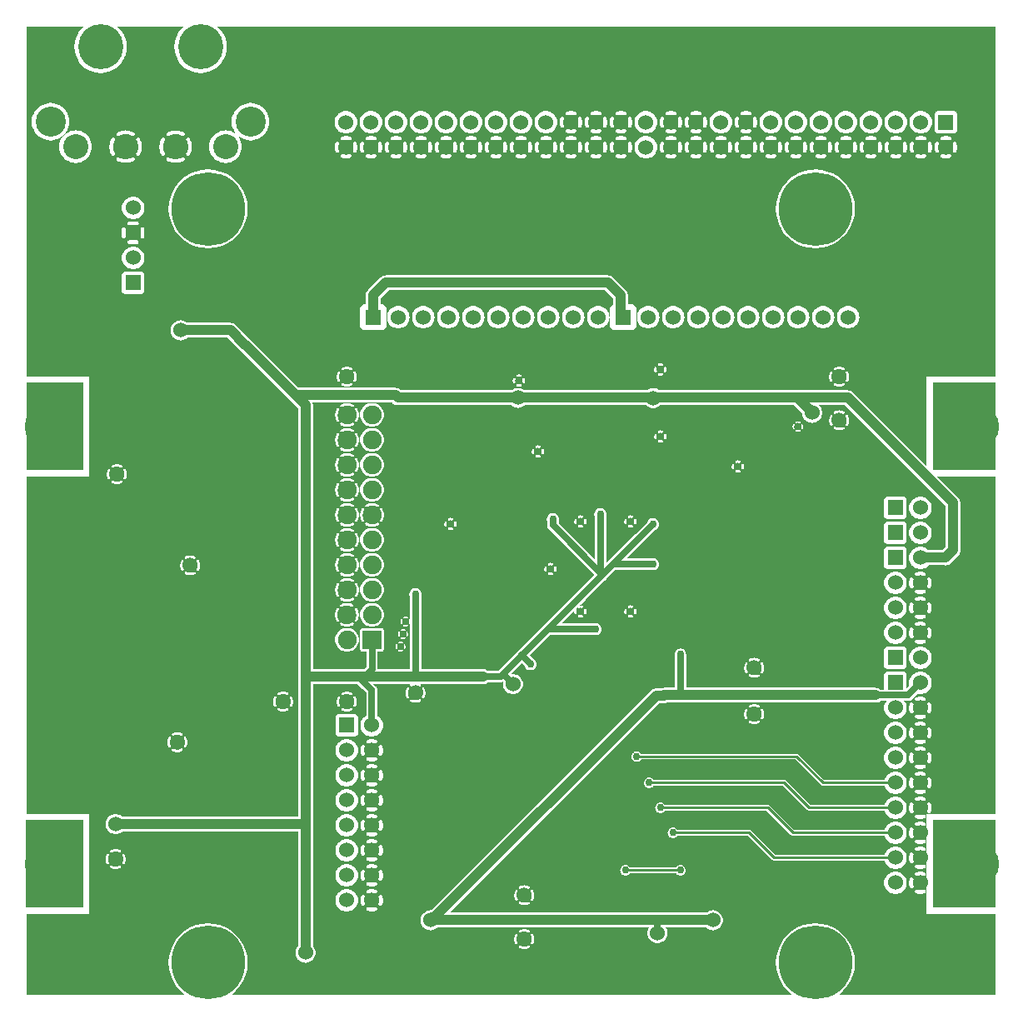
<source format=gbl>
G04 start of page 3 for group 1 idx 1 *
G04 Title: (unknown), solder *
G04 Creator: pcb 20140316 *
G04 CreationDate: Tue 09 Dec 2014 10:14:49 GMT UTC *
G04 For: michael *
G04 Format: Gerber/RS-274X *
G04 PCB-Dimensions (mil): 3930.00 3937.00 *
G04 PCB-Coordinate-Origin: lower left *
%MOIN*%
%FSLAX25Y25*%
%LNGBL*%
%ADD62C,0.0433*%
%ADD61C,0.1570*%
%ADD60C,0.0380*%
%ADD59C,0.0120*%
%ADD58C,0.0350*%
%ADD57C,0.1340*%
%ADD56C,0.0280*%
%ADD55C,0.1500*%
%ADD54C,0.0300*%
%ADD53C,0.2950*%
%ADD52C,0.0748*%
%ADD51C,0.1800*%
%ADD50C,0.1200*%
%ADD49C,0.1000*%
%ADD48C,0.0600*%
%ADD47C,0.0250*%
%ADD46C,0.0400*%
%ADD45C,0.0100*%
%ADD44C,0.0001*%
G54D44*G36*
X2500Y248700D02*X25000D01*
Y213700D01*
X2500D01*
Y248700D01*
G37*
G36*
X365000Y38700D02*Y73700D01*
X390000D01*
Y38700D01*
X365000D01*
G37*
G36*
X2000D02*Y73700D01*
X25000D01*
Y38700D01*
X2000D01*
G37*
G36*
X373813Y391200D02*X390000D01*
Y251200D01*
X373813D01*
Y340853D01*
X373856Y340860D01*
X373968Y340897D01*
X374073Y340952D01*
X374168Y341022D01*
X374251Y341106D01*
X374319Y341202D01*
X374370Y341308D01*
X374518Y341716D01*
X374622Y342137D01*
X374684Y342567D01*
X374705Y343000D01*
X374684Y343433D01*
X374622Y343863D01*
X374518Y344284D01*
X374375Y344694D01*
X374322Y344800D01*
X374253Y344896D01*
X374170Y344981D01*
X374075Y345051D01*
X373969Y345106D01*
X373857Y345143D01*
X373813Y345151D01*
Y348630D01*
X373883Y348659D01*
X374084Y348783D01*
X374264Y348936D01*
X374417Y349116D01*
X374541Y349317D01*
X374631Y349535D01*
X374686Y349765D01*
X374700Y350000D01*
X374686Y356235D01*
X374631Y356465D01*
X374541Y356683D01*
X374417Y356884D01*
X374264Y357064D01*
X374084Y357217D01*
X373883Y357341D01*
X373813Y357370D01*
Y391200D01*
G37*
G36*
Y251200D02*X370202D01*
Y338495D01*
X370633Y338516D01*
X371063Y338578D01*
X371484Y338682D01*
X371894Y338825D01*
X372000Y338878D01*
X372096Y338947D01*
X372181Y339030D01*
X372251Y339125D01*
X372306Y339231D01*
X372343Y339343D01*
X372363Y339460D01*
X372364Y339579D01*
X372346Y339696D01*
X372310Y339809D01*
X372257Y339915D01*
X372188Y340012D01*
X372105Y340096D01*
X372009Y340167D01*
X371904Y340221D01*
X371792Y340259D01*
X371675Y340278D01*
X371556Y340279D01*
X371439Y340261D01*
X371326Y340223D01*
X371055Y340124D01*
X370775Y340056D01*
X370489Y340014D01*
X370202Y340000D01*
Y346000D01*
X370489Y345986D01*
X370775Y345944D01*
X371055Y345876D01*
X371328Y345780D01*
X371439Y345742D01*
X371556Y345725D01*
X371674Y345725D01*
X371791Y345745D01*
X371903Y345782D01*
X372007Y345836D01*
X372102Y345906D01*
X372185Y345991D01*
X372254Y346087D01*
X372307Y346192D01*
X372343Y346305D01*
X372360Y346421D01*
X372359Y346539D01*
X372340Y346656D01*
X372303Y346768D01*
X372248Y346873D01*
X372178Y346968D01*
X372094Y347051D01*
X371998Y347119D01*
X371892Y347170D01*
X371484Y347318D01*
X371063Y347422D01*
X370633Y347484D01*
X370202Y347505D01*
Y348507D01*
X373435Y348514D01*
X373665Y348569D01*
X373813Y348630D01*
Y345151D01*
X373740Y345163D01*
X373621Y345164D01*
X373504Y345146D01*
X373391Y345110D01*
X373285Y345057D01*
X373188Y344988D01*
X373104Y344905D01*
X373033Y344809D01*
X372979Y344704D01*
X372941Y344592D01*
X372922Y344475D01*
X372921Y344356D01*
X372939Y344239D01*
X372977Y344126D01*
X373076Y343855D01*
X373144Y343575D01*
X373186Y343289D01*
X373200Y343000D01*
X373186Y342711D01*
X373144Y342425D01*
X373076Y342145D01*
X372980Y341872D01*
X372942Y341761D01*
X372925Y341644D01*
X372925Y341526D01*
X372945Y341409D01*
X372982Y341297D01*
X373036Y341193D01*
X373106Y341098D01*
X373191Y341015D01*
X373287Y340946D01*
X373392Y340893D01*
X373505Y340857D01*
X373621Y340840D01*
X373739Y340841D01*
X373813Y340853D01*
Y251200D01*
G37*
G36*
X370202Y391200D02*X373813D01*
Y357370D01*
X373665Y357431D01*
X373435Y357486D01*
X373200Y357500D01*
X370202Y357493D01*
Y391200D01*
G37*
G36*
X366587Y348630D02*X366735Y348569D01*
X366965Y348514D01*
X367200Y348500D01*
X370202Y348507D01*
Y347505D01*
X370200Y347505D01*
X369767Y347484D01*
X369337Y347422D01*
X368916Y347318D01*
X368506Y347175D01*
X368400Y347122D01*
X368304Y347053D01*
X368219Y346970D01*
X368149Y346875D01*
X368094Y346769D01*
X368057Y346657D01*
X368037Y346540D01*
X368036Y346421D01*
X368054Y346304D01*
X368090Y346191D01*
X368143Y346085D01*
X368212Y345988D01*
X368295Y345904D01*
X368391Y345833D01*
X368496Y345779D01*
X368608Y345741D01*
X368725Y345722D01*
X368844Y345721D01*
X368961Y345739D01*
X369074Y345777D01*
X369345Y345876D01*
X369625Y345944D01*
X369911Y345986D01*
X370200Y346000D01*
X370202Y346000D01*
Y340000D01*
X370200Y340000D01*
X369911Y340014D01*
X369625Y340056D01*
X369345Y340124D01*
X369072Y340220D01*
X368961Y340258D01*
X368844Y340275D01*
X368726Y340275D01*
X368609Y340255D01*
X368497Y340218D01*
X368393Y340164D01*
X368298Y340094D01*
X368215Y340009D01*
X368146Y339913D01*
X368093Y339808D01*
X368057Y339695D01*
X368040Y339579D01*
X368041Y339461D01*
X368060Y339344D01*
X368097Y339232D01*
X368152Y339127D01*
X368222Y339032D01*
X368306Y338949D01*
X368402Y338881D01*
X368508Y338830D01*
X368916Y338682D01*
X369337Y338578D01*
X369767Y338516D01*
X370200Y338495D01*
X370202Y338495D01*
Y251200D01*
X366587D01*
Y340849D01*
X366660Y340837D01*
X366779Y340836D01*
X366896Y340854D01*
X367009Y340890D01*
X367115Y340943D01*
X367212Y341012D01*
X367296Y341095D01*
X367367Y341191D01*
X367421Y341296D01*
X367459Y341408D01*
X367478Y341525D01*
X367479Y341644D01*
X367461Y341761D01*
X367423Y341874D01*
X367324Y342145D01*
X367256Y342425D01*
X367214Y342711D01*
X367200Y343000D01*
X367214Y343289D01*
X367256Y343575D01*
X367324Y343855D01*
X367420Y344128D01*
X367458Y344239D01*
X367475Y344356D01*
X367475Y344474D01*
X367455Y344591D01*
X367418Y344703D01*
X367364Y344807D01*
X367294Y344902D01*
X367209Y344985D01*
X367113Y345054D01*
X367008Y345107D01*
X366895Y345143D01*
X366779Y345160D01*
X366661Y345159D01*
X366587Y345147D01*
Y348630D01*
G37*
G36*
Y391200D02*X370202D01*
Y357493D01*
X366965Y357486D01*
X366735Y357431D01*
X366587Y357370D01*
Y391200D01*
G37*
G36*
X363813D02*X366587D01*
Y357370D01*
X366517Y357341D01*
X366316Y357217D01*
X366136Y357064D01*
X365983Y356884D01*
X365859Y356683D01*
X365769Y356465D01*
X365714Y356235D01*
X365700Y356000D01*
X365714Y349765D01*
X365769Y349535D01*
X365859Y349317D01*
X365983Y349116D01*
X366136Y348936D01*
X366316Y348783D01*
X366517Y348659D01*
X366587Y348630D01*
Y345147D01*
X366544Y345140D01*
X366432Y345103D01*
X366327Y345048D01*
X366232Y344978D01*
X366149Y344894D01*
X366081Y344798D01*
X366030Y344692D01*
X365882Y344284D01*
X365778Y343863D01*
X365716Y343433D01*
X365695Y343000D01*
X365716Y342567D01*
X365778Y342137D01*
X365882Y341716D01*
X366025Y341306D01*
X366078Y341200D01*
X366147Y341104D01*
X366230Y341019D01*
X366325Y340949D01*
X366431Y340894D01*
X366543Y340857D01*
X366587Y340849D01*
Y251200D01*
X363813D01*
Y340853D01*
X363856Y340860D01*
X363968Y340897D01*
X364073Y340952D01*
X364168Y341022D01*
X364251Y341106D01*
X364319Y341202D01*
X364370Y341308D01*
X364518Y341716D01*
X364622Y342137D01*
X364684Y342567D01*
X364705Y343000D01*
X364684Y343433D01*
X364622Y343863D01*
X364518Y344284D01*
X364375Y344694D01*
X364322Y344800D01*
X364253Y344896D01*
X364170Y344981D01*
X364075Y345051D01*
X363969Y345106D01*
X363857Y345143D01*
X363813Y345151D01*
Y350302D01*
X363852Y350347D01*
X364222Y350951D01*
X364493Y351605D01*
X364658Y352294D01*
X364700Y353000D01*
X364658Y353706D01*
X364493Y354395D01*
X364222Y355049D01*
X363852Y355653D01*
X363813Y355698D01*
Y391200D01*
G37*
G36*
Y251200D02*X362500D01*
Y215443D01*
X360202Y217741D01*
Y338495D01*
X360633Y338516D01*
X361063Y338578D01*
X361484Y338682D01*
X361894Y338825D01*
X362000Y338878D01*
X362096Y338947D01*
X362181Y339030D01*
X362251Y339125D01*
X362306Y339231D01*
X362343Y339343D01*
X362363Y339460D01*
X362364Y339579D01*
X362346Y339696D01*
X362310Y339809D01*
X362257Y339915D01*
X362188Y340012D01*
X362105Y340096D01*
X362009Y340167D01*
X361904Y340221D01*
X361792Y340259D01*
X361675Y340278D01*
X361556Y340279D01*
X361439Y340261D01*
X361326Y340223D01*
X361055Y340124D01*
X360775Y340056D01*
X360489Y340014D01*
X360202Y340000D01*
Y346000D01*
X360489Y345986D01*
X360775Y345944D01*
X361055Y345876D01*
X361328Y345780D01*
X361439Y345742D01*
X361556Y345725D01*
X361674Y345725D01*
X361791Y345745D01*
X361903Y345782D01*
X362007Y345836D01*
X362102Y345906D01*
X362185Y345991D01*
X362254Y346087D01*
X362307Y346192D01*
X362343Y346305D01*
X362360Y346421D01*
X362359Y346539D01*
X362340Y346656D01*
X362303Y346768D01*
X362248Y346873D01*
X362178Y346968D01*
X362094Y347051D01*
X361998Y347119D01*
X361892Y347170D01*
X361484Y347318D01*
X361063Y347422D01*
X360633Y347484D01*
X360202Y347505D01*
Y348486D01*
X360906Y348542D01*
X361595Y348707D01*
X362249Y348978D01*
X362853Y349348D01*
X363392Y349808D01*
X363813Y350302D01*
Y345151D01*
X363740Y345163D01*
X363621Y345164D01*
X363504Y345146D01*
X363391Y345110D01*
X363285Y345057D01*
X363188Y344988D01*
X363104Y344905D01*
X363033Y344809D01*
X362979Y344704D01*
X362941Y344592D01*
X362922Y344475D01*
X362921Y344356D01*
X362939Y344239D01*
X362977Y344126D01*
X363076Y343855D01*
X363144Y343575D01*
X363186Y343289D01*
X363200Y343000D01*
X363186Y342711D01*
X363144Y342425D01*
X363076Y342145D01*
X362980Y341872D01*
X362942Y341761D01*
X362925Y341644D01*
X362925Y341526D01*
X362945Y341409D01*
X362982Y341297D01*
X363036Y341193D01*
X363106Y341098D01*
X363191Y341015D01*
X363287Y340946D01*
X363392Y340893D01*
X363505Y340857D01*
X363621Y340840D01*
X363739Y340841D01*
X363813Y340853D01*
Y251200D01*
G37*
G36*
X360202Y391200D02*X363813D01*
Y355698D01*
X363392Y356192D01*
X362853Y356652D01*
X362249Y357022D01*
X361595Y357293D01*
X360906Y357458D01*
X360202Y357514D01*
Y391200D01*
G37*
G36*
X356587Y350302D02*X357008Y349808D01*
X357547Y349348D01*
X358151Y348978D01*
X358805Y348707D01*
X359494Y348542D01*
X360200Y348486D01*
X360202Y348486D01*
Y347505D01*
X360200Y347505D01*
X359767Y347484D01*
X359337Y347422D01*
X358916Y347318D01*
X358506Y347175D01*
X358400Y347122D01*
X358304Y347053D01*
X358219Y346970D01*
X358149Y346875D01*
X358094Y346769D01*
X358057Y346657D01*
X358037Y346540D01*
X358036Y346421D01*
X358054Y346304D01*
X358090Y346191D01*
X358143Y346085D01*
X358212Y345988D01*
X358295Y345904D01*
X358391Y345833D01*
X358496Y345779D01*
X358608Y345741D01*
X358725Y345722D01*
X358844Y345721D01*
X358961Y345739D01*
X359074Y345777D01*
X359345Y345876D01*
X359625Y345944D01*
X359911Y345986D01*
X360200Y346000D01*
X360202Y346000D01*
Y340000D01*
X360200Y340000D01*
X359911Y340014D01*
X359625Y340056D01*
X359345Y340124D01*
X359072Y340220D01*
X358961Y340258D01*
X358844Y340275D01*
X358726Y340275D01*
X358609Y340255D01*
X358497Y340218D01*
X358393Y340164D01*
X358298Y340094D01*
X358215Y340009D01*
X358146Y339913D01*
X358093Y339808D01*
X358057Y339695D01*
X358040Y339579D01*
X358041Y339461D01*
X358060Y339344D01*
X358097Y339232D01*
X358152Y339127D01*
X358222Y339032D01*
X358306Y338949D01*
X358402Y338881D01*
X358508Y338830D01*
X358916Y338682D01*
X359337Y338578D01*
X359767Y338516D01*
X360200Y338495D01*
X360202Y338495D01*
Y217741D01*
X356587Y221356D01*
Y340849D01*
X356660Y340837D01*
X356779Y340836D01*
X356896Y340854D01*
X357009Y340890D01*
X357115Y340943D01*
X357212Y341012D01*
X357296Y341095D01*
X357367Y341191D01*
X357421Y341296D01*
X357459Y341408D01*
X357478Y341525D01*
X357479Y341644D01*
X357461Y341761D01*
X357423Y341874D01*
X357324Y342145D01*
X357256Y342425D01*
X357214Y342711D01*
X357200Y343000D01*
X357214Y343289D01*
X357256Y343575D01*
X357324Y343855D01*
X357420Y344128D01*
X357458Y344239D01*
X357475Y344356D01*
X357475Y344474D01*
X357455Y344591D01*
X357418Y344703D01*
X357364Y344807D01*
X357294Y344902D01*
X357209Y344985D01*
X357113Y345054D01*
X357008Y345107D01*
X356895Y345143D01*
X356779Y345160D01*
X356661Y345159D01*
X356587Y345147D01*
Y350302D01*
G37*
G36*
Y391200D02*X360202D01*
Y357514D01*
X360200Y357514D01*
X359494Y357458D01*
X358805Y357293D01*
X358151Y357022D01*
X357547Y356652D01*
X357008Y356192D01*
X356587Y355698D01*
Y391200D01*
G37*
G36*
X353813D02*X356587D01*
Y355698D01*
X356548Y355653D01*
X356178Y355049D01*
X355907Y354395D01*
X355742Y353706D01*
X355686Y353000D01*
X355742Y352294D01*
X355907Y351605D01*
X356178Y350951D01*
X356548Y350347D01*
X356587Y350302D01*
Y345147D01*
X356544Y345140D01*
X356432Y345103D01*
X356327Y345048D01*
X356232Y344978D01*
X356149Y344894D01*
X356081Y344798D01*
X356030Y344692D01*
X355882Y344284D01*
X355778Y343863D01*
X355716Y343433D01*
X355695Y343000D01*
X355716Y342567D01*
X355778Y342137D01*
X355882Y341716D01*
X356025Y341306D01*
X356078Y341200D01*
X356147Y341104D01*
X356230Y341019D01*
X356325Y340949D01*
X356431Y340894D01*
X356543Y340857D01*
X356587Y340849D01*
Y221356D01*
X353813Y224130D01*
Y340853D01*
X353856Y340860D01*
X353968Y340897D01*
X354073Y340952D01*
X354168Y341022D01*
X354251Y341106D01*
X354319Y341202D01*
X354370Y341308D01*
X354518Y341716D01*
X354622Y342137D01*
X354684Y342567D01*
X354705Y343000D01*
X354684Y343433D01*
X354622Y343863D01*
X354518Y344284D01*
X354375Y344694D01*
X354322Y344800D01*
X354253Y344896D01*
X354170Y344981D01*
X354075Y345051D01*
X353969Y345106D01*
X353857Y345143D01*
X353813Y345151D01*
Y350302D01*
X353852Y350347D01*
X354222Y350951D01*
X354493Y351605D01*
X354658Y352294D01*
X354700Y353000D01*
X354658Y353706D01*
X354493Y354395D01*
X354222Y355049D01*
X353852Y355653D01*
X353813Y355698D01*
Y391200D01*
G37*
G36*
Y224130D02*X349993Y227950D01*
Y338505D01*
X350200Y338495D01*
X350633Y338516D01*
X351063Y338578D01*
X351484Y338682D01*
X351894Y338825D01*
X352000Y338878D01*
X352096Y338947D01*
X352181Y339030D01*
X352251Y339125D01*
X352306Y339231D01*
X352343Y339343D01*
X352363Y339460D01*
X352364Y339579D01*
X352346Y339696D01*
X352310Y339809D01*
X352257Y339915D01*
X352188Y340012D01*
X352105Y340096D01*
X352009Y340167D01*
X351904Y340221D01*
X351792Y340259D01*
X351675Y340278D01*
X351556Y340279D01*
X351439Y340261D01*
X351326Y340223D01*
X351055Y340124D01*
X350775Y340056D01*
X350489Y340014D01*
X350200Y340000D01*
X349993Y340010D01*
Y345990D01*
X350200Y346000D01*
X350489Y345986D01*
X350775Y345944D01*
X351055Y345876D01*
X351328Y345780D01*
X351439Y345742D01*
X351556Y345725D01*
X351674Y345725D01*
X351791Y345745D01*
X351903Y345782D01*
X352007Y345836D01*
X352102Y345906D01*
X352185Y345991D01*
X352254Y346087D01*
X352307Y346192D01*
X352343Y346305D01*
X352360Y346421D01*
X352359Y346539D01*
X352340Y346656D01*
X352303Y346768D01*
X352248Y346873D01*
X352178Y346968D01*
X352094Y347051D01*
X351998Y347119D01*
X351892Y347170D01*
X351484Y347318D01*
X351063Y347422D01*
X350633Y347484D01*
X350200Y347505D01*
X349993Y347495D01*
Y348502D01*
X350200Y348486D01*
X350906Y348542D01*
X351595Y348707D01*
X352249Y348978D01*
X352853Y349348D01*
X353392Y349808D01*
X353813Y350302D01*
Y345151D01*
X353740Y345163D01*
X353621Y345164D01*
X353504Y345146D01*
X353391Y345110D01*
X353285Y345057D01*
X353188Y344988D01*
X353104Y344905D01*
X353033Y344809D01*
X352979Y344704D01*
X352941Y344592D01*
X352922Y344475D01*
X352921Y344356D01*
X352939Y344239D01*
X352977Y344126D01*
X353076Y343855D01*
X353144Y343575D01*
X353186Y343289D01*
X353200Y343000D01*
X353186Y342711D01*
X353144Y342425D01*
X353076Y342145D01*
X352980Y341872D01*
X352942Y341761D01*
X352925Y341644D01*
X352925Y341526D01*
X352945Y341409D01*
X352982Y341297D01*
X353036Y341193D01*
X353106Y341098D01*
X353191Y341015D01*
X353287Y340946D01*
X353392Y340893D01*
X353505Y340857D01*
X353621Y340840D01*
X353739Y340841D01*
X353813Y340853D01*
Y224130D01*
G37*
G36*
X349993Y391200D02*X353813D01*
Y355698D01*
X353392Y356192D01*
X352853Y356652D01*
X352249Y357022D01*
X351595Y357293D01*
X350906Y357458D01*
X350200Y357514D01*
X349993Y357498D01*
Y391200D01*
G37*
G36*
X363613Y36200D02*X390000D01*
Y3700D01*
X363613D01*
Y36200D01*
G37*
G36*
Y175700D02*X369882D01*
X370000Y175691D01*
X370470Y175728D01*
X370471Y175728D01*
X370930Y175838D01*
X371366Y176019D01*
X371769Y176265D01*
X372128Y176572D01*
X372205Y176662D01*
X375038Y179496D01*
X375128Y179572D01*
X375434Y179931D01*
X375435Y179931D01*
X375681Y180334D01*
X375862Y180770D01*
X375972Y181229D01*
X376009Y181700D01*
X376000Y181818D01*
Y200582D01*
X376009Y200700D01*
X375972Y201171D01*
X375972Y201171D01*
X375862Y201630D01*
X375681Y202066D01*
X375435Y202469D01*
X375128Y202828D01*
X375038Y202904D01*
X366743Y211200D01*
X390000D01*
Y76200D01*
X363613D01*
Y76553D01*
X363656Y76560D01*
X363768Y76597D01*
X363873Y76652D01*
X363968Y76722D01*
X364051Y76806D01*
X364119Y76902D01*
X364170Y77008D01*
X364318Y77416D01*
X364422Y77837D01*
X364484Y78267D01*
X364505Y78700D01*
X364484Y79133D01*
X364422Y79563D01*
X364318Y79984D01*
X364175Y80394D01*
X364122Y80500D01*
X364053Y80596D01*
X363970Y80681D01*
X363875Y80751D01*
X363769Y80806D01*
X363657Y80843D01*
X363613Y80851D01*
Y86553D01*
X363656Y86560D01*
X363768Y86597D01*
X363873Y86652D01*
X363968Y86722D01*
X364051Y86806D01*
X364119Y86902D01*
X364170Y87008D01*
X364318Y87416D01*
X364422Y87837D01*
X364484Y88267D01*
X364505Y88700D01*
X364484Y89133D01*
X364422Y89563D01*
X364318Y89984D01*
X364175Y90394D01*
X364122Y90500D01*
X364053Y90596D01*
X363970Y90681D01*
X363875Y90751D01*
X363769Y90806D01*
X363657Y90843D01*
X363613Y90851D01*
Y96553D01*
X363656Y96560D01*
X363768Y96597D01*
X363873Y96652D01*
X363968Y96722D01*
X364051Y96806D01*
X364119Y96902D01*
X364170Y97008D01*
X364318Y97416D01*
X364422Y97837D01*
X364484Y98267D01*
X364505Y98700D01*
X364484Y99133D01*
X364422Y99563D01*
X364318Y99984D01*
X364175Y100394D01*
X364122Y100500D01*
X364053Y100596D01*
X363970Y100681D01*
X363875Y100751D01*
X363769Y100806D01*
X363657Y100843D01*
X363613Y100851D01*
Y106553D01*
X363656Y106560D01*
X363768Y106597D01*
X363873Y106652D01*
X363968Y106722D01*
X364051Y106806D01*
X364119Y106902D01*
X364170Y107008D01*
X364318Y107416D01*
X364422Y107837D01*
X364484Y108267D01*
X364505Y108700D01*
X364484Y109133D01*
X364422Y109563D01*
X364318Y109984D01*
X364175Y110394D01*
X364122Y110500D01*
X364053Y110596D01*
X363970Y110681D01*
X363875Y110751D01*
X363769Y110806D01*
X363657Y110843D01*
X363613Y110851D01*
Y116553D01*
X363656Y116560D01*
X363768Y116597D01*
X363873Y116652D01*
X363968Y116722D01*
X364051Y116806D01*
X364119Y116902D01*
X364170Y117008D01*
X364318Y117416D01*
X364422Y117837D01*
X364484Y118267D01*
X364505Y118700D01*
X364484Y119133D01*
X364422Y119563D01*
X364318Y119984D01*
X364175Y120394D01*
X364122Y120500D01*
X364053Y120596D01*
X363970Y120681D01*
X363875Y120751D01*
X363769Y120806D01*
X363657Y120843D01*
X363613Y120851D01*
Y126002D01*
X363652Y126047D01*
X364022Y126651D01*
X364293Y127305D01*
X364458Y127994D01*
X364500Y128700D01*
X364458Y129406D01*
X364293Y130095D01*
X364022Y130749D01*
X363652Y131353D01*
X363613Y131398D01*
Y136002D01*
X363652Y136047D01*
X364022Y136651D01*
X364293Y137305D01*
X364458Y137994D01*
X364500Y138700D01*
X364458Y139406D01*
X364293Y140095D01*
X364022Y140749D01*
X363652Y141353D01*
X363613Y141398D01*
Y146553D01*
X363656Y146560D01*
X363768Y146597D01*
X363873Y146652D01*
X363968Y146722D01*
X364051Y146806D01*
X364119Y146902D01*
X364170Y147008D01*
X364318Y147416D01*
X364422Y147837D01*
X364484Y148267D01*
X364505Y148700D01*
X364484Y149133D01*
X364422Y149563D01*
X364318Y149984D01*
X364175Y150394D01*
X364122Y150500D01*
X364053Y150596D01*
X363970Y150681D01*
X363875Y150751D01*
X363769Y150806D01*
X363657Y150843D01*
X363613Y150851D01*
Y156553D01*
X363656Y156560D01*
X363768Y156597D01*
X363873Y156652D01*
X363968Y156722D01*
X364051Y156806D01*
X364119Y156902D01*
X364170Y157008D01*
X364318Y157416D01*
X364422Y157837D01*
X364484Y158267D01*
X364505Y158700D01*
X364484Y159133D01*
X364422Y159563D01*
X364318Y159984D01*
X364175Y160394D01*
X364122Y160500D01*
X364053Y160596D01*
X363970Y160681D01*
X363875Y160751D01*
X363769Y160806D01*
X363657Y160843D01*
X363613Y160851D01*
Y166553D01*
X363656Y166560D01*
X363768Y166597D01*
X363873Y166652D01*
X363968Y166722D01*
X364051Y166806D01*
X364119Y166902D01*
X364170Y167008D01*
X364318Y167416D01*
X364422Y167837D01*
X364484Y168267D01*
X364505Y168700D01*
X364484Y169133D01*
X364422Y169563D01*
X364318Y169984D01*
X364175Y170394D01*
X364122Y170500D01*
X364053Y170596D01*
X363970Y170681D01*
X363875Y170751D01*
X363769Y170806D01*
X363657Y170843D01*
X363613Y170851D01*
Y175700D01*
G37*
G36*
Y131398D02*X363192Y131892D01*
X362653Y132352D01*
X362049Y132722D01*
X361395Y132993D01*
X360706Y133158D01*
X360002Y133214D01*
Y134186D01*
X360706Y134242D01*
X361395Y134407D01*
X362049Y134678D01*
X362653Y135048D01*
X363192Y135508D01*
X363613Y136002D01*
Y131398D01*
G37*
G36*
Y76200D02*X362500D01*
Y36200D01*
X363613D01*
Y3700D01*
X360002D01*
Y44195D01*
X360433Y44216D01*
X360863Y44278D01*
X361284Y44382D01*
X361694Y44525D01*
X361800Y44578D01*
X361896Y44647D01*
X361981Y44730D01*
X362051Y44825D01*
X362106Y44931D01*
X362143Y45043D01*
X362163Y45160D01*
X362164Y45279D01*
X362146Y45396D01*
X362110Y45509D01*
X362057Y45615D01*
X361988Y45712D01*
X361905Y45796D01*
X361809Y45867D01*
X361704Y45921D01*
X361592Y45959D01*
X361475Y45978D01*
X361356Y45979D01*
X361239Y45961D01*
X361126Y45923D01*
X360855Y45824D01*
X360575Y45756D01*
X360289Y45714D01*
X360002Y45700D01*
Y51700D01*
X360289Y51686D01*
X360575Y51644D01*
X360855Y51576D01*
X361128Y51480D01*
X361239Y51442D01*
X361356Y51425D01*
X361474Y51425D01*
X361591Y51445D01*
X361703Y51482D01*
X361807Y51536D01*
X361902Y51606D01*
X361985Y51691D01*
X362054Y51787D01*
X362107Y51892D01*
X362143Y52005D01*
X362160Y52121D01*
X362159Y52239D01*
X362140Y52356D01*
X362103Y52468D01*
X362048Y52573D01*
X361978Y52668D01*
X361894Y52751D01*
X361798Y52819D01*
X361692Y52870D01*
X361284Y53018D01*
X360863Y53122D01*
X360433Y53184D01*
X360002Y53205D01*
Y54195D01*
X360433Y54216D01*
X360863Y54278D01*
X361284Y54382D01*
X361694Y54525D01*
X361800Y54578D01*
X361896Y54647D01*
X361981Y54730D01*
X362051Y54825D01*
X362106Y54931D01*
X362143Y55043D01*
X362163Y55160D01*
X362164Y55279D01*
X362146Y55396D01*
X362110Y55509D01*
X362057Y55615D01*
X361988Y55712D01*
X361905Y55796D01*
X361809Y55867D01*
X361704Y55921D01*
X361592Y55959D01*
X361475Y55978D01*
X361356Y55979D01*
X361239Y55961D01*
X361126Y55923D01*
X360855Y55824D01*
X360575Y55756D01*
X360289Y55714D01*
X360002Y55700D01*
Y61700D01*
X360289Y61686D01*
X360575Y61644D01*
X360855Y61576D01*
X361128Y61480D01*
X361239Y61442D01*
X361356Y61425D01*
X361474Y61425D01*
X361591Y61445D01*
X361703Y61482D01*
X361807Y61536D01*
X361902Y61606D01*
X361985Y61691D01*
X362054Y61787D01*
X362107Y61892D01*
X362143Y62005D01*
X362160Y62121D01*
X362159Y62239D01*
X362140Y62356D01*
X362103Y62468D01*
X362048Y62573D01*
X361978Y62668D01*
X361894Y62751D01*
X361798Y62819D01*
X361692Y62870D01*
X361284Y63018D01*
X360863Y63122D01*
X360433Y63184D01*
X360002Y63205D01*
Y64195D01*
X360433Y64216D01*
X360863Y64278D01*
X361284Y64382D01*
X361694Y64525D01*
X361800Y64578D01*
X361896Y64647D01*
X361981Y64730D01*
X362051Y64825D01*
X362106Y64931D01*
X362143Y65043D01*
X362163Y65160D01*
X362164Y65279D01*
X362146Y65396D01*
X362110Y65509D01*
X362057Y65615D01*
X361988Y65712D01*
X361905Y65796D01*
X361809Y65867D01*
X361704Y65921D01*
X361592Y65959D01*
X361475Y65978D01*
X361356Y65979D01*
X361239Y65961D01*
X361126Y65923D01*
X360855Y65824D01*
X360575Y65756D01*
X360289Y65714D01*
X360002Y65700D01*
Y71700D01*
X360289Y71686D01*
X360575Y71644D01*
X360855Y71576D01*
X361128Y71480D01*
X361239Y71442D01*
X361356Y71425D01*
X361474Y71425D01*
X361591Y71445D01*
X361703Y71482D01*
X361807Y71536D01*
X361902Y71606D01*
X361985Y71691D01*
X362054Y71787D01*
X362107Y71892D01*
X362143Y72005D01*
X362160Y72121D01*
X362159Y72239D01*
X362140Y72356D01*
X362103Y72468D01*
X362048Y72573D01*
X361978Y72668D01*
X361894Y72751D01*
X361798Y72819D01*
X361692Y72870D01*
X361284Y73018D01*
X360863Y73122D01*
X360433Y73184D01*
X360002Y73205D01*
Y74195D01*
X360433Y74216D01*
X360863Y74278D01*
X361284Y74382D01*
X361694Y74525D01*
X361800Y74578D01*
X361896Y74647D01*
X361981Y74730D01*
X362051Y74825D01*
X362106Y74931D01*
X362143Y75043D01*
X362163Y75160D01*
X362164Y75279D01*
X362146Y75396D01*
X362110Y75509D01*
X362057Y75615D01*
X361988Y75712D01*
X361905Y75796D01*
X361809Y75867D01*
X361704Y75921D01*
X361592Y75959D01*
X361475Y75978D01*
X361356Y75979D01*
X361239Y75961D01*
X361126Y75923D01*
X360855Y75824D01*
X360575Y75756D01*
X360289Y75714D01*
X360002Y75700D01*
Y81700D01*
X360289Y81686D01*
X360575Y81644D01*
X360855Y81576D01*
X361128Y81480D01*
X361239Y81442D01*
X361356Y81425D01*
X361474Y81425D01*
X361591Y81445D01*
X361703Y81482D01*
X361807Y81536D01*
X361902Y81606D01*
X361985Y81691D01*
X362054Y81787D01*
X362107Y81892D01*
X362143Y82005D01*
X362160Y82121D01*
X362159Y82239D01*
X362140Y82356D01*
X362103Y82468D01*
X362048Y82573D01*
X361978Y82668D01*
X361894Y82751D01*
X361798Y82819D01*
X361692Y82870D01*
X361284Y83018D01*
X360863Y83122D01*
X360433Y83184D01*
X360002Y83205D01*
Y84195D01*
X360433Y84216D01*
X360863Y84278D01*
X361284Y84382D01*
X361694Y84525D01*
X361800Y84578D01*
X361896Y84647D01*
X361981Y84730D01*
X362051Y84825D01*
X362106Y84931D01*
X362143Y85043D01*
X362163Y85160D01*
X362164Y85279D01*
X362146Y85396D01*
X362110Y85509D01*
X362057Y85615D01*
X361988Y85712D01*
X361905Y85796D01*
X361809Y85867D01*
X361704Y85921D01*
X361592Y85959D01*
X361475Y85978D01*
X361356Y85979D01*
X361239Y85961D01*
X361126Y85923D01*
X360855Y85824D01*
X360575Y85756D01*
X360289Y85714D01*
X360002Y85700D01*
Y91700D01*
X360289Y91686D01*
X360575Y91644D01*
X360855Y91576D01*
X361128Y91480D01*
X361239Y91442D01*
X361356Y91425D01*
X361474Y91425D01*
X361591Y91445D01*
X361703Y91482D01*
X361807Y91536D01*
X361902Y91606D01*
X361985Y91691D01*
X362054Y91787D01*
X362107Y91892D01*
X362143Y92005D01*
X362160Y92121D01*
X362159Y92239D01*
X362140Y92356D01*
X362103Y92468D01*
X362048Y92573D01*
X361978Y92668D01*
X361894Y92751D01*
X361798Y92819D01*
X361692Y92870D01*
X361284Y93018D01*
X360863Y93122D01*
X360433Y93184D01*
X360002Y93205D01*
Y94195D01*
X360433Y94216D01*
X360863Y94278D01*
X361284Y94382D01*
X361694Y94525D01*
X361800Y94578D01*
X361896Y94647D01*
X361981Y94730D01*
X362051Y94825D01*
X362106Y94931D01*
X362143Y95043D01*
X362163Y95160D01*
X362164Y95279D01*
X362146Y95396D01*
X362110Y95509D01*
X362057Y95615D01*
X361988Y95712D01*
X361905Y95796D01*
X361809Y95867D01*
X361704Y95921D01*
X361592Y95959D01*
X361475Y95978D01*
X361356Y95979D01*
X361239Y95961D01*
X361126Y95923D01*
X360855Y95824D01*
X360575Y95756D01*
X360289Y95714D01*
X360002Y95700D01*
Y101700D01*
X360289Y101686D01*
X360575Y101644D01*
X360855Y101576D01*
X361128Y101480D01*
X361239Y101442D01*
X361356Y101425D01*
X361474Y101425D01*
X361591Y101445D01*
X361703Y101482D01*
X361807Y101536D01*
X361902Y101606D01*
X361985Y101691D01*
X362054Y101787D01*
X362107Y101892D01*
X362143Y102005D01*
X362160Y102121D01*
X362159Y102239D01*
X362140Y102356D01*
X362103Y102468D01*
X362048Y102573D01*
X361978Y102668D01*
X361894Y102751D01*
X361798Y102819D01*
X361692Y102870D01*
X361284Y103018D01*
X360863Y103122D01*
X360433Y103184D01*
X360002Y103205D01*
Y104195D01*
X360433Y104216D01*
X360863Y104278D01*
X361284Y104382D01*
X361694Y104525D01*
X361800Y104578D01*
X361896Y104647D01*
X361981Y104730D01*
X362051Y104825D01*
X362106Y104931D01*
X362143Y105043D01*
X362163Y105160D01*
X362164Y105279D01*
X362146Y105396D01*
X362110Y105509D01*
X362057Y105615D01*
X361988Y105712D01*
X361905Y105796D01*
X361809Y105867D01*
X361704Y105921D01*
X361592Y105959D01*
X361475Y105978D01*
X361356Y105979D01*
X361239Y105961D01*
X361126Y105923D01*
X360855Y105824D01*
X360575Y105756D01*
X360289Y105714D01*
X360002Y105700D01*
Y111700D01*
X360289Y111686D01*
X360575Y111644D01*
X360855Y111576D01*
X361128Y111480D01*
X361239Y111442D01*
X361356Y111425D01*
X361474Y111425D01*
X361591Y111445D01*
X361703Y111482D01*
X361807Y111536D01*
X361902Y111606D01*
X361985Y111691D01*
X362054Y111787D01*
X362107Y111892D01*
X362143Y112005D01*
X362160Y112121D01*
X362159Y112239D01*
X362140Y112356D01*
X362103Y112468D01*
X362048Y112573D01*
X361978Y112668D01*
X361894Y112751D01*
X361798Y112819D01*
X361692Y112870D01*
X361284Y113018D01*
X360863Y113122D01*
X360433Y113184D01*
X360002Y113205D01*
Y114195D01*
X360433Y114216D01*
X360863Y114278D01*
X361284Y114382D01*
X361694Y114525D01*
X361800Y114578D01*
X361896Y114647D01*
X361981Y114730D01*
X362051Y114825D01*
X362106Y114931D01*
X362143Y115043D01*
X362163Y115160D01*
X362164Y115279D01*
X362146Y115396D01*
X362110Y115509D01*
X362057Y115615D01*
X361988Y115712D01*
X361905Y115796D01*
X361809Y115867D01*
X361704Y115921D01*
X361592Y115959D01*
X361475Y115978D01*
X361356Y115979D01*
X361239Y115961D01*
X361126Y115923D01*
X360855Y115824D01*
X360575Y115756D01*
X360289Y115714D01*
X360002Y115700D01*
Y121700D01*
X360289Y121686D01*
X360575Y121644D01*
X360855Y121576D01*
X361128Y121480D01*
X361239Y121442D01*
X361356Y121425D01*
X361474Y121425D01*
X361591Y121445D01*
X361703Y121482D01*
X361807Y121536D01*
X361902Y121606D01*
X361985Y121691D01*
X362054Y121787D01*
X362107Y121892D01*
X362143Y122005D01*
X362160Y122121D01*
X362159Y122239D01*
X362140Y122356D01*
X362103Y122468D01*
X362048Y122573D01*
X361978Y122668D01*
X361894Y122751D01*
X361798Y122819D01*
X361692Y122870D01*
X361284Y123018D01*
X360863Y123122D01*
X360433Y123184D01*
X360002Y123205D01*
Y124186D01*
X360706Y124242D01*
X361395Y124407D01*
X362049Y124678D01*
X362653Y125048D01*
X363192Y125508D01*
X363613Y126002D01*
Y120851D01*
X363540Y120863D01*
X363421Y120864D01*
X363304Y120846D01*
X363191Y120810D01*
X363085Y120757D01*
X362988Y120688D01*
X362904Y120605D01*
X362833Y120509D01*
X362779Y120404D01*
X362741Y120292D01*
X362722Y120175D01*
X362721Y120056D01*
X362739Y119939D01*
X362777Y119826D01*
X362876Y119555D01*
X362944Y119275D01*
X362986Y118989D01*
X363000Y118700D01*
X362986Y118411D01*
X362944Y118125D01*
X362876Y117845D01*
X362780Y117572D01*
X362742Y117461D01*
X362725Y117344D01*
X362725Y117226D01*
X362745Y117109D01*
X362782Y116997D01*
X362836Y116893D01*
X362906Y116798D01*
X362991Y116715D01*
X363087Y116646D01*
X363192Y116593D01*
X363305Y116557D01*
X363421Y116540D01*
X363539Y116541D01*
X363613Y116553D01*
Y110851D01*
X363540Y110863D01*
X363421Y110864D01*
X363304Y110846D01*
X363191Y110810D01*
X363085Y110757D01*
X362988Y110688D01*
X362904Y110605D01*
X362833Y110509D01*
X362779Y110404D01*
X362741Y110292D01*
X362722Y110175D01*
X362721Y110056D01*
X362739Y109939D01*
X362777Y109826D01*
X362876Y109555D01*
X362944Y109275D01*
X362986Y108989D01*
X363000Y108700D01*
X362986Y108411D01*
X362944Y108125D01*
X362876Y107845D01*
X362780Y107572D01*
X362742Y107461D01*
X362725Y107344D01*
X362725Y107226D01*
X362745Y107109D01*
X362782Y106997D01*
X362836Y106893D01*
X362906Y106798D01*
X362991Y106715D01*
X363087Y106646D01*
X363192Y106593D01*
X363305Y106557D01*
X363421Y106540D01*
X363539Y106541D01*
X363613Y106553D01*
Y100851D01*
X363540Y100863D01*
X363421Y100864D01*
X363304Y100846D01*
X363191Y100810D01*
X363085Y100757D01*
X362988Y100688D01*
X362904Y100605D01*
X362833Y100509D01*
X362779Y100404D01*
X362741Y100292D01*
X362722Y100175D01*
X362721Y100056D01*
X362739Y99939D01*
X362777Y99826D01*
X362876Y99555D01*
X362944Y99275D01*
X362986Y98989D01*
X363000Y98700D01*
X362986Y98411D01*
X362944Y98125D01*
X362876Y97845D01*
X362780Y97572D01*
X362742Y97461D01*
X362725Y97344D01*
X362725Y97226D01*
X362745Y97109D01*
X362782Y96997D01*
X362836Y96893D01*
X362906Y96798D01*
X362991Y96715D01*
X363087Y96646D01*
X363192Y96593D01*
X363305Y96557D01*
X363421Y96540D01*
X363539Y96541D01*
X363613Y96553D01*
Y90851D01*
X363540Y90863D01*
X363421Y90864D01*
X363304Y90846D01*
X363191Y90810D01*
X363085Y90757D01*
X362988Y90688D01*
X362904Y90605D01*
X362833Y90509D01*
X362779Y90404D01*
X362741Y90292D01*
X362722Y90175D01*
X362721Y90056D01*
X362739Y89939D01*
X362777Y89826D01*
X362876Y89555D01*
X362944Y89275D01*
X362986Y88989D01*
X363000Y88700D01*
X362986Y88411D01*
X362944Y88125D01*
X362876Y87845D01*
X362780Y87572D01*
X362742Y87461D01*
X362725Y87344D01*
X362725Y87226D01*
X362745Y87109D01*
X362782Y86997D01*
X362836Y86893D01*
X362906Y86798D01*
X362991Y86715D01*
X363087Y86646D01*
X363192Y86593D01*
X363305Y86557D01*
X363421Y86540D01*
X363539Y86541D01*
X363613Y86553D01*
Y80851D01*
X363540Y80863D01*
X363421Y80864D01*
X363304Y80846D01*
X363191Y80810D01*
X363085Y80757D01*
X362988Y80688D01*
X362904Y80605D01*
X362833Y80509D01*
X362779Y80404D01*
X362741Y80292D01*
X362722Y80175D01*
X362721Y80056D01*
X362739Y79939D01*
X362777Y79826D01*
X362876Y79555D01*
X362944Y79275D01*
X362986Y78989D01*
X363000Y78700D01*
X362986Y78411D01*
X362944Y78125D01*
X362876Y77845D01*
X362780Y77572D01*
X362742Y77461D01*
X362725Y77344D01*
X362725Y77226D01*
X362745Y77109D01*
X362782Y76997D01*
X362836Y76893D01*
X362906Y76798D01*
X362991Y76715D01*
X363087Y76646D01*
X363192Y76593D01*
X363305Y76557D01*
X363421Y76540D01*
X363539Y76541D01*
X363613Y76553D01*
Y76200D01*
G37*
G36*
X360002Y174186D02*X360706Y174242D01*
X361395Y174407D01*
X362049Y174678D01*
X362653Y175048D01*
X363192Y175508D01*
X363356Y175700D01*
X363613D01*
Y170851D01*
X363540Y170863D01*
X363421Y170864D01*
X363304Y170846D01*
X363191Y170810D01*
X363085Y170757D01*
X362988Y170688D01*
X362904Y170605D01*
X362833Y170509D01*
X362779Y170404D01*
X362741Y170292D01*
X362722Y170175D01*
X362721Y170056D01*
X362739Y169939D01*
X362777Y169826D01*
X362876Y169555D01*
X362944Y169275D01*
X362986Y168989D01*
X363000Y168700D01*
X362986Y168411D01*
X362944Y168125D01*
X362876Y167845D01*
X362780Y167572D01*
X362742Y167461D01*
X362725Y167344D01*
X362725Y167226D01*
X362745Y167109D01*
X362782Y166997D01*
X362836Y166893D01*
X362906Y166798D01*
X362991Y166715D01*
X363087Y166646D01*
X363192Y166593D01*
X363305Y166557D01*
X363421Y166540D01*
X363539Y166541D01*
X363613Y166553D01*
Y160851D01*
X363540Y160863D01*
X363421Y160864D01*
X363304Y160846D01*
X363191Y160810D01*
X363085Y160757D01*
X362988Y160688D01*
X362904Y160605D01*
X362833Y160509D01*
X362779Y160404D01*
X362741Y160292D01*
X362722Y160175D01*
X362721Y160056D01*
X362739Y159939D01*
X362777Y159826D01*
X362876Y159555D01*
X362944Y159275D01*
X362986Y158989D01*
X363000Y158700D01*
X362986Y158411D01*
X362944Y158125D01*
X362876Y157845D01*
X362780Y157572D01*
X362742Y157461D01*
X362725Y157344D01*
X362725Y157226D01*
X362745Y157109D01*
X362782Y156997D01*
X362836Y156893D01*
X362906Y156798D01*
X362991Y156715D01*
X363087Y156646D01*
X363192Y156593D01*
X363305Y156557D01*
X363421Y156540D01*
X363539Y156541D01*
X363613Y156553D01*
Y150851D01*
X363540Y150863D01*
X363421Y150864D01*
X363304Y150846D01*
X363191Y150810D01*
X363085Y150757D01*
X362988Y150688D01*
X362904Y150605D01*
X362833Y150509D01*
X362779Y150404D01*
X362741Y150292D01*
X362722Y150175D01*
X362721Y150056D01*
X362739Y149939D01*
X362777Y149826D01*
X362876Y149555D01*
X362944Y149275D01*
X362986Y148989D01*
X363000Y148700D01*
X362986Y148411D01*
X362944Y148125D01*
X362876Y147845D01*
X362780Y147572D01*
X362742Y147461D01*
X362725Y147344D01*
X362725Y147226D01*
X362745Y147109D01*
X362782Y146997D01*
X362836Y146893D01*
X362906Y146798D01*
X362991Y146715D01*
X363087Y146646D01*
X363192Y146593D01*
X363305Y146557D01*
X363421Y146540D01*
X363539Y146541D01*
X363613Y146553D01*
Y141398D01*
X363192Y141892D01*
X362653Y142352D01*
X362049Y142722D01*
X361395Y142993D01*
X360706Y143158D01*
X360002Y143214D01*
Y144195D01*
X360433Y144216D01*
X360863Y144278D01*
X361284Y144382D01*
X361694Y144525D01*
X361800Y144578D01*
X361896Y144647D01*
X361981Y144730D01*
X362051Y144825D01*
X362106Y144931D01*
X362143Y145043D01*
X362163Y145160D01*
X362164Y145279D01*
X362146Y145396D01*
X362110Y145509D01*
X362057Y145615D01*
X361988Y145712D01*
X361905Y145796D01*
X361809Y145867D01*
X361704Y145921D01*
X361592Y145959D01*
X361475Y145978D01*
X361356Y145979D01*
X361239Y145961D01*
X361126Y145923D01*
X360855Y145824D01*
X360575Y145756D01*
X360289Y145714D01*
X360002Y145700D01*
Y151700D01*
X360289Y151686D01*
X360575Y151644D01*
X360855Y151576D01*
X361128Y151480D01*
X361239Y151442D01*
X361356Y151425D01*
X361474Y151425D01*
X361591Y151445D01*
X361703Y151482D01*
X361807Y151536D01*
X361902Y151606D01*
X361985Y151691D01*
X362054Y151787D01*
X362107Y151892D01*
X362143Y152005D01*
X362160Y152121D01*
X362159Y152239D01*
X362140Y152356D01*
X362103Y152468D01*
X362048Y152573D01*
X361978Y152668D01*
X361894Y152751D01*
X361798Y152819D01*
X361692Y152870D01*
X361284Y153018D01*
X360863Y153122D01*
X360433Y153184D01*
X360002Y153205D01*
Y154195D01*
X360433Y154216D01*
X360863Y154278D01*
X361284Y154382D01*
X361694Y154525D01*
X361800Y154578D01*
X361896Y154647D01*
X361981Y154730D01*
X362051Y154825D01*
X362106Y154931D01*
X362143Y155043D01*
X362163Y155160D01*
X362164Y155279D01*
X362146Y155396D01*
X362110Y155509D01*
X362057Y155615D01*
X361988Y155712D01*
X361905Y155796D01*
X361809Y155867D01*
X361704Y155921D01*
X361592Y155959D01*
X361475Y155978D01*
X361356Y155979D01*
X361239Y155961D01*
X361126Y155923D01*
X360855Y155824D01*
X360575Y155756D01*
X360289Y155714D01*
X360002Y155700D01*
Y161700D01*
X360289Y161686D01*
X360575Y161644D01*
X360855Y161576D01*
X361128Y161480D01*
X361239Y161442D01*
X361356Y161425D01*
X361474Y161425D01*
X361591Y161445D01*
X361703Y161482D01*
X361807Y161536D01*
X361902Y161606D01*
X361985Y161691D01*
X362054Y161787D01*
X362107Y161892D01*
X362143Y162005D01*
X362160Y162121D01*
X362159Y162239D01*
X362140Y162356D01*
X362103Y162468D01*
X362048Y162573D01*
X361978Y162668D01*
X361894Y162751D01*
X361798Y162819D01*
X361692Y162870D01*
X361284Y163018D01*
X360863Y163122D01*
X360433Y163184D01*
X360002Y163205D01*
Y164195D01*
X360433Y164216D01*
X360863Y164278D01*
X361284Y164382D01*
X361694Y164525D01*
X361800Y164578D01*
X361896Y164647D01*
X361981Y164730D01*
X362051Y164825D01*
X362106Y164931D01*
X362143Y165043D01*
X362163Y165160D01*
X362164Y165279D01*
X362146Y165396D01*
X362110Y165509D01*
X362057Y165615D01*
X361988Y165712D01*
X361905Y165796D01*
X361809Y165867D01*
X361704Y165921D01*
X361592Y165959D01*
X361475Y165978D01*
X361356Y165979D01*
X361239Y165961D01*
X361126Y165923D01*
X360855Y165824D01*
X360575Y165756D01*
X360289Y165714D01*
X360002Y165700D01*
Y171700D01*
X360289Y171686D01*
X360575Y171644D01*
X360855Y171576D01*
X361128Y171480D01*
X361239Y171442D01*
X361356Y171425D01*
X361474Y171425D01*
X361591Y171445D01*
X361703Y171482D01*
X361807Y171536D01*
X361902Y171606D01*
X361985Y171691D01*
X362054Y171787D01*
X362107Y171892D01*
X362143Y172005D01*
X362160Y172121D01*
X362159Y172239D01*
X362140Y172356D01*
X362103Y172468D01*
X362048Y172573D01*
X361978Y172668D01*
X361894Y172751D01*
X361798Y172819D01*
X361692Y172870D01*
X361284Y173018D01*
X360863Y173122D01*
X360433Y173184D01*
X360002Y173205D01*
Y174186D01*
G37*
G36*
Y209456D02*X370000Y199457D01*
Y182943D01*
X368757Y181700D01*
X363356D01*
X363192Y181892D01*
X362653Y182352D01*
X362049Y182722D01*
X361395Y182993D01*
X360706Y183158D01*
X360002Y183214D01*
Y184186D01*
X360706Y184242D01*
X361395Y184407D01*
X362049Y184678D01*
X362653Y185048D01*
X363192Y185508D01*
X363652Y186047D01*
X364022Y186651D01*
X364293Y187305D01*
X364458Y187994D01*
X364500Y188700D01*
X364458Y189406D01*
X364293Y190095D01*
X364022Y190749D01*
X363652Y191353D01*
X363192Y191892D01*
X362653Y192352D01*
X362049Y192722D01*
X361395Y192993D01*
X360706Y193158D01*
X360002Y193214D01*
Y194186D01*
X360706Y194242D01*
X361395Y194407D01*
X362049Y194678D01*
X362653Y195048D01*
X363192Y195508D01*
X363652Y196047D01*
X364022Y196651D01*
X364293Y197305D01*
X364458Y197994D01*
X364500Y198700D01*
X364458Y199406D01*
X364293Y200095D01*
X364022Y200749D01*
X363652Y201353D01*
X363192Y201892D01*
X362653Y202352D01*
X362049Y202722D01*
X361395Y202993D01*
X360706Y203158D01*
X360002Y203214D01*
Y209456D01*
G37*
G36*
Y3700D02*X356387D01*
Y46549D01*
X356460Y46537D01*
X356579Y46536D01*
X356696Y46554D01*
X356809Y46590D01*
X356915Y46643D01*
X357012Y46712D01*
X357096Y46795D01*
X357167Y46891D01*
X357221Y46996D01*
X357259Y47108D01*
X357278Y47225D01*
X357279Y47344D01*
X357261Y47461D01*
X357223Y47574D01*
X357124Y47845D01*
X357056Y48125D01*
X357014Y48411D01*
X357000Y48700D01*
X357014Y48989D01*
X357056Y49275D01*
X357124Y49555D01*
X357220Y49828D01*
X357258Y49939D01*
X357275Y50056D01*
X357275Y50174D01*
X357255Y50291D01*
X357218Y50403D01*
X357164Y50507D01*
X357094Y50602D01*
X357009Y50685D01*
X356913Y50754D01*
X356808Y50807D01*
X356695Y50843D01*
X356579Y50860D01*
X356461Y50859D01*
X356387Y50847D01*
Y56549D01*
X356460Y56537D01*
X356579Y56536D01*
X356696Y56554D01*
X356809Y56590D01*
X356915Y56643D01*
X357012Y56712D01*
X357096Y56795D01*
X357167Y56891D01*
X357221Y56996D01*
X357259Y57108D01*
X357278Y57225D01*
X357279Y57344D01*
X357261Y57461D01*
X357223Y57574D01*
X357124Y57845D01*
X357056Y58125D01*
X357014Y58411D01*
X357000Y58700D01*
X357014Y58989D01*
X357056Y59275D01*
X357124Y59555D01*
X357220Y59828D01*
X357258Y59939D01*
X357275Y60056D01*
X357275Y60174D01*
X357255Y60291D01*
X357218Y60403D01*
X357164Y60507D01*
X357094Y60602D01*
X357009Y60685D01*
X356913Y60754D01*
X356808Y60807D01*
X356695Y60843D01*
X356579Y60860D01*
X356461Y60859D01*
X356387Y60847D01*
Y66549D01*
X356460Y66537D01*
X356579Y66536D01*
X356696Y66554D01*
X356809Y66590D01*
X356915Y66643D01*
X357012Y66712D01*
X357096Y66795D01*
X357167Y66891D01*
X357221Y66996D01*
X357259Y67108D01*
X357278Y67225D01*
X357279Y67344D01*
X357261Y67461D01*
X357223Y67574D01*
X357124Y67845D01*
X357056Y68125D01*
X357014Y68411D01*
X357000Y68700D01*
X357014Y68989D01*
X357056Y69275D01*
X357124Y69555D01*
X357220Y69828D01*
X357258Y69939D01*
X357275Y70056D01*
X357275Y70174D01*
X357255Y70291D01*
X357218Y70403D01*
X357164Y70507D01*
X357094Y70602D01*
X357009Y70685D01*
X356913Y70754D01*
X356808Y70807D01*
X356695Y70843D01*
X356579Y70860D01*
X356461Y70859D01*
X356387Y70847D01*
Y76549D01*
X356460Y76537D01*
X356579Y76536D01*
X356696Y76554D01*
X356809Y76590D01*
X356915Y76643D01*
X357012Y76712D01*
X357096Y76795D01*
X357167Y76891D01*
X357221Y76996D01*
X357259Y77108D01*
X357278Y77225D01*
X357279Y77344D01*
X357261Y77461D01*
X357223Y77574D01*
X357124Y77845D01*
X357056Y78125D01*
X357014Y78411D01*
X357000Y78700D01*
X357014Y78989D01*
X357056Y79275D01*
X357124Y79555D01*
X357220Y79828D01*
X357258Y79939D01*
X357275Y80056D01*
X357275Y80174D01*
X357255Y80291D01*
X357218Y80403D01*
X357164Y80507D01*
X357094Y80602D01*
X357009Y80685D01*
X356913Y80754D01*
X356808Y80807D01*
X356695Y80843D01*
X356579Y80860D01*
X356461Y80859D01*
X356387Y80847D01*
Y86549D01*
X356460Y86537D01*
X356579Y86536D01*
X356696Y86554D01*
X356809Y86590D01*
X356915Y86643D01*
X357012Y86712D01*
X357096Y86795D01*
X357167Y86891D01*
X357221Y86996D01*
X357259Y87108D01*
X357278Y87225D01*
X357279Y87344D01*
X357261Y87461D01*
X357223Y87574D01*
X357124Y87845D01*
X357056Y88125D01*
X357014Y88411D01*
X357000Y88700D01*
X357014Y88989D01*
X357056Y89275D01*
X357124Y89555D01*
X357220Y89828D01*
X357258Y89939D01*
X357275Y90056D01*
X357275Y90174D01*
X357255Y90291D01*
X357218Y90403D01*
X357164Y90507D01*
X357094Y90602D01*
X357009Y90685D01*
X356913Y90754D01*
X356808Y90807D01*
X356695Y90843D01*
X356579Y90860D01*
X356461Y90859D01*
X356387Y90847D01*
Y96549D01*
X356460Y96537D01*
X356579Y96536D01*
X356696Y96554D01*
X356809Y96590D01*
X356915Y96643D01*
X357012Y96712D01*
X357096Y96795D01*
X357167Y96891D01*
X357221Y96996D01*
X357259Y97108D01*
X357278Y97225D01*
X357279Y97344D01*
X357261Y97461D01*
X357223Y97574D01*
X357124Y97845D01*
X357056Y98125D01*
X357014Y98411D01*
X357000Y98700D01*
X357014Y98989D01*
X357056Y99275D01*
X357124Y99555D01*
X357220Y99828D01*
X357258Y99939D01*
X357275Y100056D01*
X357275Y100174D01*
X357255Y100291D01*
X357218Y100403D01*
X357164Y100507D01*
X357094Y100602D01*
X357009Y100685D01*
X356913Y100754D01*
X356808Y100807D01*
X356695Y100843D01*
X356579Y100860D01*
X356461Y100859D01*
X356387Y100847D01*
Y106549D01*
X356460Y106537D01*
X356579Y106536D01*
X356696Y106554D01*
X356809Y106590D01*
X356915Y106643D01*
X357012Y106712D01*
X357096Y106795D01*
X357167Y106891D01*
X357221Y106996D01*
X357259Y107108D01*
X357278Y107225D01*
X357279Y107344D01*
X357261Y107461D01*
X357223Y107574D01*
X357124Y107845D01*
X357056Y108125D01*
X357014Y108411D01*
X357000Y108700D01*
X357014Y108989D01*
X357056Y109275D01*
X357124Y109555D01*
X357220Y109828D01*
X357258Y109939D01*
X357275Y110056D01*
X357275Y110174D01*
X357255Y110291D01*
X357218Y110403D01*
X357164Y110507D01*
X357094Y110602D01*
X357009Y110685D01*
X356913Y110754D01*
X356808Y110807D01*
X356695Y110843D01*
X356579Y110860D01*
X356461Y110859D01*
X356387Y110847D01*
Y116549D01*
X356460Y116537D01*
X356579Y116536D01*
X356696Y116554D01*
X356809Y116590D01*
X356915Y116643D01*
X357012Y116712D01*
X357096Y116795D01*
X357167Y116891D01*
X357221Y116996D01*
X357259Y117108D01*
X357278Y117225D01*
X357279Y117344D01*
X357261Y117461D01*
X357223Y117574D01*
X357124Y117845D01*
X357056Y118125D01*
X357014Y118411D01*
X357000Y118700D01*
X357014Y118989D01*
X357056Y119275D01*
X357124Y119555D01*
X357220Y119828D01*
X357258Y119939D01*
X357275Y120056D01*
X357275Y120174D01*
X357255Y120291D01*
X357218Y120403D01*
X357164Y120507D01*
X357094Y120602D01*
X357009Y120685D01*
X356913Y120754D01*
X356808Y120807D01*
X356695Y120843D01*
X356579Y120860D01*
X356461Y120859D01*
X356387Y120847D01*
Y121926D01*
X356596Y122104D01*
X356653Y122171D01*
X358834Y124352D01*
X359294Y124242D01*
X360000Y124186D01*
X360002Y124186D01*
Y123205D01*
X360000Y123205D01*
X359567Y123184D01*
X359137Y123122D01*
X358716Y123018D01*
X358306Y122875D01*
X358200Y122822D01*
X358104Y122753D01*
X358019Y122670D01*
X357949Y122575D01*
X357894Y122469D01*
X357857Y122357D01*
X357837Y122240D01*
X357836Y122121D01*
X357854Y122004D01*
X357890Y121891D01*
X357943Y121785D01*
X358012Y121688D01*
X358095Y121604D01*
X358191Y121533D01*
X358296Y121479D01*
X358408Y121441D01*
X358525Y121422D01*
X358644Y121421D01*
X358761Y121439D01*
X358874Y121477D01*
X359145Y121576D01*
X359425Y121644D01*
X359711Y121686D01*
X360000Y121700D01*
X360002Y121700D01*
Y115700D01*
X360000Y115700D01*
X359711Y115714D01*
X359425Y115756D01*
X359145Y115824D01*
X358872Y115920D01*
X358761Y115958D01*
X358644Y115975D01*
X358526Y115975D01*
X358409Y115955D01*
X358297Y115918D01*
X358193Y115864D01*
X358098Y115794D01*
X358015Y115709D01*
X357946Y115613D01*
X357893Y115508D01*
X357857Y115395D01*
X357840Y115279D01*
X357841Y115161D01*
X357860Y115044D01*
X357897Y114932D01*
X357952Y114827D01*
X358022Y114732D01*
X358106Y114649D01*
X358202Y114581D01*
X358308Y114530D01*
X358716Y114382D01*
X359137Y114278D01*
X359567Y114216D01*
X360000Y114195D01*
X360002Y114195D01*
Y113205D01*
X360000Y113205D01*
X359567Y113184D01*
X359137Y113122D01*
X358716Y113018D01*
X358306Y112875D01*
X358200Y112822D01*
X358104Y112753D01*
X358019Y112670D01*
X357949Y112575D01*
X357894Y112469D01*
X357857Y112357D01*
X357837Y112240D01*
X357836Y112121D01*
X357854Y112004D01*
X357890Y111891D01*
X357943Y111785D01*
X358012Y111688D01*
X358095Y111604D01*
X358191Y111533D01*
X358296Y111479D01*
X358408Y111441D01*
X358525Y111422D01*
X358644Y111421D01*
X358761Y111439D01*
X358874Y111477D01*
X359145Y111576D01*
X359425Y111644D01*
X359711Y111686D01*
X360000Y111700D01*
X360002Y111700D01*
Y105700D01*
X360000Y105700D01*
X359711Y105714D01*
X359425Y105756D01*
X359145Y105824D01*
X358872Y105920D01*
X358761Y105958D01*
X358644Y105975D01*
X358526Y105975D01*
X358409Y105955D01*
X358297Y105918D01*
X358193Y105864D01*
X358098Y105794D01*
X358015Y105709D01*
X357946Y105613D01*
X357893Y105508D01*
X357857Y105395D01*
X357840Y105279D01*
X357841Y105161D01*
X357860Y105044D01*
X357897Y104932D01*
X357952Y104827D01*
X358022Y104732D01*
X358106Y104649D01*
X358202Y104581D01*
X358308Y104530D01*
X358716Y104382D01*
X359137Y104278D01*
X359567Y104216D01*
X360000Y104195D01*
X360002Y104195D01*
Y103205D01*
X360000Y103205D01*
X359567Y103184D01*
X359137Y103122D01*
X358716Y103018D01*
X358306Y102875D01*
X358200Y102822D01*
X358104Y102753D01*
X358019Y102670D01*
X357949Y102575D01*
X357894Y102469D01*
X357857Y102357D01*
X357837Y102240D01*
X357836Y102121D01*
X357854Y102004D01*
X357890Y101891D01*
X357943Y101785D01*
X358012Y101688D01*
X358095Y101604D01*
X358191Y101533D01*
X358296Y101479D01*
X358408Y101441D01*
X358525Y101422D01*
X358644Y101421D01*
X358761Y101439D01*
X358874Y101477D01*
X359145Y101576D01*
X359425Y101644D01*
X359711Y101686D01*
X360000Y101700D01*
X360002Y101700D01*
Y95700D01*
X360000Y95700D01*
X359711Y95714D01*
X359425Y95756D01*
X359145Y95824D01*
X358872Y95920D01*
X358761Y95958D01*
X358644Y95975D01*
X358526Y95975D01*
X358409Y95955D01*
X358297Y95918D01*
X358193Y95864D01*
X358098Y95794D01*
X358015Y95709D01*
X357946Y95613D01*
X357893Y95508D01*
X357857Y95395D01*
X357840Y95279D01*
X357841Y95161D01*
X357860Y95044D01*
X357897Y94932D01*
X357952Y94827D01*
X358022Y94732D01*
X358106Y94649D01*
X358202Y94581D01*
X358308Y94530D01*
X358716Y94382D01*
X359137Y94278D01*
X359567Y94216D01*
X360000Y94195D01*
X360002Y94195D01*
Y93205D01*
X360000Y93205D01*
X359567Y93184D01*
X359137Y93122D01*
X358716Y93018D01*
X358306Y92875D01*
X358200Y92822D01*
X358104Y92753D01*
X358019Y92670D01*
X357949Y92575D01*
X357894Y92469D01*
X357857Y92357D01*
X357837Y92240D01*
X357836Y92121D01*
X357854Y92004D01*
X357890Y91891D01*
X357943Y91785D01*
X358012Y91688D01*
X358095Y91604D01*
X358191Y91533D01*
X358296Y91479D01*
X358408Y91441D01*
X358525Y91422D01*
X358644Y91421D01*
X358761Y91439D01*
X358874Y91477D01*
X359145Y91576D01*
X359425Y91644D01*
X359711Y91686D01*
X360000Y91700D01*
X360002Y91700D01*
Y85700D01*
X360000Y85700D01*
X359711Y85714D01*
X359425Y85756D01*
X359145Y85824D01*
X358872Y85920D01*
X358761Y85958D01*
X358644Y85975D01*
X358526Y85975D01*
X358409Y85955D01*
X358297Y85918D01*
X358193Y85864D01*
X358098Y85794D01*
X358015Y85709D01*
X357946Y85613D01*
X357893Y85508D01*
X357857Y85395D01*
X357840Y85279D01*
X357841Y85161D01*
X357860Y85044D01*
X357897Y84932D01*
X357952Y84827D01*
X358022Y84732D01*
X358106Y84649D01*
X358202Y84581D01*
X358308Y84530D01*
X358716Y84382D01*
X359137Y84278D01*
X359567Y84216D01*
X360000Y84195D01*
X360002Y84195D01*
Y83205D01*
X360000Y83205D01*
X359567Y83184D01*
X359137Y83122D01*
X358716Y83018D01*
X358306Y82875D01*
X358200Y82822D01*
X358104Y82753D01*
X358019Y82670D01*
X357949Y82575D01*
X357894Y82469D01*
X357857Y82357D01*
X357837Y82240D01*
X357836Y82121D01*
X357854Y82004D01*
X357890Y81891D01*
X357943Y81785D01*
X358012Y81688D01*
X358095Y81604D01*
X358191Y81533D01*
X358296Y81479D01*
X358408Y81441D01*
X358525Y81422D01*
X358644Y81421D01*
X358761Y81439D01*
X358874Y81477D01*
X359145Y81576D01*
X359425Y81644D01*
X359711Y81686D01*
X360000Y81700D01*
X360002Y81700D01*
Y75700D01*
X360000Y75700D01*
X359711Y75714D01*
X359425Y75756D01*
X359145Y75824D01*
X358872Y75920D01*
X358761Y75958D01*
X358644Y75975D01*
X358526Y75975D01*
X358409Y75955D01*
X358297Y75918D01*
X358193Y75864D01*
X358098Y75794D01*
X358015Y75709D01*
X357946Y75613D01*
X357893Y75508D01*
X357857Y75395D01*
X357840Y75279D01*
X357841Y75161D01*
X357860Y75044D01*
X357897Y74932D01*
X357952Y74827D01*
X358022Y74732D01*
X358106Y74649D01*
X358202Y74581D01*
X358308Y74530D01*
X358716Y74382D01*
X359137Y74278D01*
X359567Y74216D01*
X360000Y74195D01*
X360002Y74195D01*
Y73205D01*
X360000Y73205D01*
X359567Y73184D01*
X359137Y73122D01*
X358716Y73018D01*
X358306Y72875D01*
X358200Y72822D01*
X358104Y72753D01*
X358019Y72670D01*
X357949Y72575D01*
X357894Y72469D01*
X357857Y72357D01*
X357837Y72240D01*
X357836Y72121D01*
X357854Y72004D01*
X357890Y71891D01*
X357943Y71785D01*
X358012Y71688D01*
X358095Y71604D01*
X358191Y71533D01*
X358296Y71479D01*
X358408Y71441D01*
X358525Y71422D01*
X358644Y71421D01*
X358761Y71439D01*
X358874Y71477D01*
X359145Y71576D01*
X359425Y71644D01*
X359711Y71686D01*
X360000Y71700D01*
X360002Y71700D01*
Y65700D01*
X360000Y65700D01*
X359711Y65714D01*
X359425Y65756D01*
X359145Y65824D01*
X358872Y65920D01*
X358761Y65958D01*
X358644Y65975D01*
X358526Y65975D01*
X358409Y65955D01*
X358297Y65918D01*
X358193Y65864D01*
X358098Y65794D01*
X358015Y65709D01*
X357946Y65613D01*
X357893Y65508D01*
X357857Y65395D01*
X357840Y65279D01*
X357841Y65161D01*
X357860Y65044D01*
X357897Y64932D01*
X357952Y64827D01*
X358022Y64732D01*
X358106Y64649D01*
X358202Y64581D01*
X358308Y64530D01*
X358716Y64382D01*
X359137Y64278D01*
X359567Y64216D01*
X360000Y64195D01*
X360002Y64195D01*
Y63205D01*
X360000Y63205D01*
X359567Y63184D01*
X359137Y63122D01*
X358716Y63018D01*
X358306Y62875D01*
X358200Y62822D01*
X358104Y62753D01*
X358019Y62670D01*
X357949Y62575D01*
X357894Y62469D01*
X357857Y62357D01*
X357837Y62240D01*
X357836Y62121D01*
X357854Y62004D01*
X357890Y61891D01*
X357943Y61785D01*
X358012Y61688D01*
X358095Y61604D01*
X358191Y61533D01*
X358296Y61479D01*
X358408Y61441D01*
X358525Y61422D01*
X358644Y61421D01*
X358761Y61439D01*
X358874Y61477D01*
X359145Y61576D01*
X359425Y61644D01*
X359711Y61686D01*
X360000Y61700D01*
X360002Y61700D01*
Y55700D01*
X360000Y55700D01*
X359711Y55714D01*
X359425Y55756D01*
X359145Y55824D01*
X358872Y55920D01*
X358761Y55958D01*
X358644Y55975D01*
X358526Y55975D01*
X358409Y55955D01*
X358297Y55918D01*
X358193Y55864D01*
X358098Y55794D01*
X358015Y55709D01*
X357946Y55613D01*
X357893Y55508D01*
X357857Y55395D01*
X357840Y55279D01*
X357841Y55161D01*
X357860Y55044D01*
X357897Y54932D01*
X357952Y54827D01*
X358022Y54732D01*
X358106Y54649D01*
X358202Y54581D01*
X358308Y54530D01*
X358716Y54382D01*
X359137Y54278D01*
X359567Y54216D01*
X360000Y54195D01*
X360002Y54195D01*
Y53205D01*
X360000Y53205D01*
X359567Y53184D01*
X359137Y53122D01*
X358716Y53018D01*
X358306Y52875D01*
X358200Y52822D01*
X358104Y52753D01*
X358019Y52670D01*
X357949Y52575D01*
X357894Y52469D01*
X357857Y52357D01*
X357837Y52240D01*
X357836Y52121D01*
X357854Y52004D01*
X357890Y51891D01*
X357943Y51785D01*
X358012Y51688D01*
X358095Y51604D01*
X358191Y51533D01*
X358296Y51479D01*
X358408Y51441D01*
X358525Y51422D01*
X358644Y51421D01*
X358761Y51439D01*
X358874Y51477D01*
X359145Y51576D01*
X359425Y51644D01*
X359711Y51686D01*
X360000Y51700D01*
X360002Y51700D01*
Y45700D01*
X360000Y45700D01*
X359711Y45714D01*
X359425Y45756D01*
X359145Y45824D01*
X358872Y45920D01*
X358761Y45958D01*
X358644Y45975D01*
X358526Y45975D01*
X358409Y45955D01*
X358297Y45918D01*
X358193Y45864D01*
X358098Y45794D01*
X358015Y45709D01*
X357946Y45613D01*
X357893Y45508D01*
X357857Y45395D01*
X357840Y45279D01*
X357841Y45161D01*
X357860Y45044D01*
X357897Y44932D01*
X357952Y44827D01*
X358022Y44732D01*
X358106Y44649D01*
X358202Y44581D01*
X358308Y44530D01*
X358716Y44382D01*
X359137Y44278D01*
X359567Y44216D01*
X360000Y44195D01*
X360002Y44195D01*
Y3700D01*
G37*
G36*
X356387D02*X349993D01*
Y44187D01*
X350000Y44186D01*
X350706Y44242D01*
X351395Y44407D01*
X352049Y44678D01*
X352653Y45048D01*
X353192Y45508D01*
X353652Y46047D01*
X354022Y46651D01*
X354293Y47305D01*
X354458Y47994D01*
X354500Y48700D01*
X354458Y49406D01*
X354293Y50095D01*
X354022Y50749D01*
X353652Y51353D01*
X353192Y51892D01*
X352653Y52352D01*
X352049Y52722D01*
X351395Y52993D01*
X350706Y53158D01*
X350000Y53214D01*
X349993Y53213D01*
Y54187D01*
X350000Y54186D01*
X350706Y54242D01*
X351395Y54407D01*
X352049Y54678D01*
X352653Y55048D01*
X353192Y55508D01*
X353652Y56047D01*
X354022Y56651D01*
X354293Y57305D01*
X354458Y57994D01*
X354500Y58700D01*
X354458Y59406D01*
X354293Y60095D01*
X354022Y60749D01*
X353652Y61353D01*
X353192Y61892D01*
X352653Y62352D01*
X352049Y62722D01*
X351395Y62993D01*
X350706Y63158D01*
X350000Y63214D01*
X349993Y63213D01*
Y64187D01*
X350000Y64186D01*
X350706Y64242D01*
X351395Y64407D01*
X352049Y64678D01*
X352653Y65048D01*
X353192Y65508D01*
X353652Y66047D01*
X354022Y66651D01*
X354293Y67305D01*
X354458Y67994D01*
X354500Y68700D01*
X354458Y69406D01*
X354293Y70095D01*
X354022Y70749D01*
X353652Y71353D01*
X353192Y71892D01*
X352653Y72352D01*
X352049Y72722D01*
X351395Y72993D01*
X350706Y73158D01*
X350000Y73214D01*
X349993Y73213D01*
Y74187D01*
X350000Y74186D01*
X350706Y74242D01*
X351395Y74407D01*
X352049Y74678D01*
X352653Y75048D01*
X353192Y75508D01*
X353652Y76047D01*
X354022Y76651D01*
X354293Y77305D01*
X354458Y77994D01*
X354500Y78700D01*
X354458Y79406D01*
X354293Y80095D01*
X354022Y80749D01*
X353652Y81353D01*
X353192Y81892D01*
X352653Y82352D01*
X352049Y82722D01*
X351395Y82993D01*
X350706Y83158D01*
X350000Y83214D01*
X349993Y83213D01*
Y84187D01*
X350000Y84186D01*
X350706Y84242D01*
X351395Y84407D01*
X352049Y84678D01*
X352653Y85048D01*
X353192Y85508D01*
X353652Y86047D01*
X354022Y86651D01*
X354293Y87305D01*
X354458Y87994D01*
X354500Y88700D01*
X354458Y89406D01*
X354293Y90095D01*
X354022Y90749D01*
X353652Y91353D01*
X353192Y91892D01*
X352653Y92352D01*
X352049Y92722D01*
X351395Y92993D01*
X350706Y93158D01*
X350000Y93214D01*
X349993Y93213D01*
Y94187D01*
X350000Y94186D01*
X350706Y94242D01*
X351395Y94407D01*
X352049Y94678D01*
X352653Y95048D01*
X353192Y95508D01*
X353652Y96047D01*
X354022Y96651D01*
X354293Y97305D01*
X354458Y97994D01*
X354500Y98700D01*
X354458Y99406D01*
X354293Y100095D01*
X354022Y100749D01*
X353652Y101353D01*
X353192Y101892D01*
X352653Y102352D01*
X352049Y102722D01*
X351395Y102993D01*
X350706Y103158D01*
X350000Y103214D01*
X349993Y103213D01*
Y104187D01*
X350000Y104186D01*
X350706Y104242D01*
X351395Y104407D01*
X352049Y104678D01*
X352653Y105048D01*
X353192Y105508D01*
X353652Y106047D01*
X354022Y106651D01*
X354293Y107305D01*
X354458Y107994D01*
X354500Y108700D01*
X354458Y109406D01*
X354293Y110095D01*
X354022Y110749D01*
X353652Y111353D01*
X353192Y111892D01*
X352653Y112352D01*
X352049Y112722D01*
X351395Y112993D01*
X350706Y113158D01*
X350000Y113214D01*
X349993Y113213D01*
Y114187D01*
X350000Y114186D01*
X350706Y114242D01*
X351395Y114407D01*
X352049Y114678D01*
X352653Y115048D01*
X353192Y115508D01*
X353652Y116047D01*
X354022Y116651D01*
X354293Y117305D01*
X354458Y117994D01*
X354500Y118700D01*
X354458Y119406D01*
X354293Y120095D01*
X354022Y120749D01*
X353652Y121353D01*
X353569Y121450D01*
X354912D01*
X355000Y121443D01*
X355353Y121471D01*
X355353Y121471D01*
X355697Y121554D01*
X356025Y121689D01*
X356327Y121874D01*
X356387Y121926D01*
Y120847D01*
X356344Y120840D01*
X356232Y120803D01*
X356127Y120748D01*
X356032Y120678D01*
X355949Y120594D01*
X355881Y120498D01*
X355830Y120392D01*
X355682Y119984D01*
X355578Y119563D01*
X355516Y119133D01*
X355495Y118700D01*
X355516Y118267D01*
X355578Y117837D01*
X355682Y117416D01*
X355825Y117006D01*
X355878Y116900D01*
X355947Y116804D01*
X356030Y116719D01*
X356125Y116649D01*
X356231Y116594D01*
X356343Y116557D01*
X356387Y116549D01*
Y110847D01*
X356344Y110840D01*
X356232Y110803D01*
X356127Y110748D01*
X356032Y110678D01*
X355949Y110594D01*
X355881Y110498D01*
X355830Y110392D01*
X355682Y109984D01*
X355578Y109563D01*
X355516Y109133D01*
X355495Y108700D01*
X355516Y108267D01*
X355578Y107837D01*
X355682Y107416D01*
X355825Y107006D01*
X355878Y106900D01*
X355947Y106804D01*
X356030Y106719D01*
X356125Y106649D01*
X356231Y106594D01*
X356343Y106557D01*
X356387Y106549D01*
Y100847D01*
X356344Y100840D01*
X356232Y100803D01*
X356127Y100748D01*
X356032Y100678D01*
X355949Y100594D01*
X355881Y100498D01*
X355830Y100392D01*
X355682Y99984D01*
X355578Y99563D01*
X355516Y99133D01*
X355495Y98700D01*
X355516Y98267D01*
X355578Y97837D01*
X355682Y97416D01*
X355825Y97006D01*
X355878Y96900D01*
X355947Y96804D01*
X356030Y96719D01*
X356125Y96649D01*
X356231Y96594D01*
X356343Y96557D01*
X356387Y96549D01*
Y90847D01*
X356344Y90840D01*
X356232Y90803D01*
X356127Y90748D01*
X356032Y90678D01*
X355949Y90594D01*
X355881Y90498D01*
X355830Y90392D01*
X355682Y89984D01*
X355578Y89563D01*
X355516Y89133D01*
X355495Y88700D01*
X355516Y88267D01*
X355578Y87837D01*
X355682Y87416D01*
X355825Y87006D01*
X355878Y86900D01*
X355947Y86804D01*
X356030Y86719D01*
X356125Y86649D01*
X356231Y86594D01*
X356343Y86557D01*
X356387Y86549D01*
Y80847D01*
X356344Y80840D01*
X356232Y80803D01*
X356127Y80748D01*
X356032Y80678D01*
X355949Y80594D01*
X355881Y80498D01*
X355830Y80392D01*
X355682Y79984D01*
X355578Y79563D01*
X355516Y79133D01*
X355495Y78700D01*
X355516Y78267D01*
X355578Y77837D01*
X355682Y77416D01*
X355825Y77006D01*
X355878Y76900D01*
X355947Y76804D01*
X356030Y76719D01*
X356125Y76649D01*
X356231Y76594D01*
X356343Y76557D01*
X356387Y76549D01*
Y70847D01*
X356344Y70840D01*
X356232Y70803D01*
X356127Y70748D01*
X356032Y70678D01*
X355949Y70594D01*
X355881Y70498D01*
X355830Y70392D01*
X355682Y69984D01*
X355578Y69563D01*
X355516Y69133D01*
X355495Y68700D01*
X355516Y68267D01*
X355578Y67837D01*
X355682Y67416D01*
X355825Y67006D01*
X355878Y66900D01*
X355947Y66804D01*
X356030Y66719D01*
X356125Y66649D01*
X356231Y66594D01*
X356343Y66557D01*
X356387Y66549D01*
Y60847D01*
X356344Y60840D01*
X356232Y60803D01*
X356127Y60748D01*
X356032Y60678D01*
X355949Y60594D01*
X355881Y60498D01*
X355830Y60392D01*
X355682Y59984D01*
X355578Y59563D01*
X355516Y59133D01*
X355495Y58700D01*
X355516Y58267D01*
X355578Y57837D01*
X355682Y57416D01*
X355825Y57006D01*
X355878Y56900D01*
X355947Y56804D01*
X356030Y56719D01*
X356125Y56649D01*
X356231Y56594D01*
X356343Y56557D01*
X356387Y56549D01*
Y50847D01*
X356344Y50840D01*
X356232Y50803D01*
X356127Y50748D01*
X356032Y50678D01*
X355949Y50594D01*
X355881Y50498D01*
X355830Y50392D01*
X355682Y49984D01*
X355578Y49563D01*
X355516Y49133D01*
X355495Y48700D01*
X355516Y48267D01*
X355578Y47837D01*
X355682Y47416D01*
X355825Y47006D01*
X355878Y46900D01*
X355947Y46804D01*
X356030Y46719D01*
X356125Y46649D01*
X356231Y46594D01*
X356343Y46557D01*
X356387Y46549D01*
Y3700D01*
G37*
G36*
Y136002D02*X356808Y135508D01*
X357347Y135048D01*
X357951Y134678D01*
X358605Y134407D01*
X359294Y134242D01*
X360000Y134186D01*
X360002Y134186D01*
Y133214D01*
X360000Y133214D01*
X359294Y133158D01*
X358605Y132993D01*
X357951Y132722D01*
X357347Y132352D01*
X356808Y131892D01*
X356387Y131398D01*
Y136002D01*
G37*
G36*
Y176002D02*X356808Y175508D01*
X357347Y175048D01*
X357951Y174678D01*
X358605Y174407D01*
X359294Y174242D01*
X360000Y174186D01*
X360002Y174186D01*
Y173205D01*
X360000Y173205D01*
X359567Y173184D01*
X359137Y173122D01*
X358716Y173018D01*
X358306Y172875D01*
X358200Y172822D01*
X358104Y172753D01*
X358019Y172670D01*
X357949Y172575D01*
X357894Y172469D01*
X357857Y172357D01*
X357837Y172240D01*
X357836Y172121D01*
X357854Y172004D01*
X357890Y171891D01*
X357943Y171785D01*
X358012Y171688D01*
X358095Y171604D01*
X358191Y171533D01*
X358296Y171479D01*
X358408Y171441D01*
X358525Y171422D01*
X358644Y171421D01*
X358761Y171439D01*
X358874Y171477D01*
X359145Y171576D01*
X359425Y171644D01*
X359711Y171686D01*
X360000Y171700D01*
X360002Y171700D01*
Y165700D01*
X360000Y165700D01*
X359711Y165714D01*
X359425Y165756D01*
X359145Y165824D01*
X358872Y165920D01*
X358761Y165958D01*
X358644Y165975D01*
X358526Y165975D01*
X358409Y165955D01*
X358297Y165918D01*
X358193Y165864D01*
X358098Y165794D01*
X358015Y165709D01*
X357946Y165613D01*
X357893Y165508D01*
X357857Y165395D01*
X357840Y165279D01*
X357841Y165161D01*
X357860Y165044D01*
X357897Y164932D01*
X357952Y164827D01*
X358022Y164732D01*
X358106Y164649D01*
X358202Y164581D01*
X358308Y164530D01*
X358716Y164382D01*
X359137Y164278D01*
X359567Y164216D01*
X360000Y164195D01*
X360002Y164195D01*
Y163205D01*
X360000Y163205D01*
X359567Y163184D01*
X359137Y163122D01*
X358716Y163018D01*
X358306Y162875D01*
X358200Y162822D01*
X358104Y162753D01*
X358019Y162670D01*
X357949Y162575D01*
X357894Y162469D01*
X357857Y162357D01*
X357837Y162240D01*
X357836Y162121D01*
X357854Y162004D01*
X357890Y161891D01*
X357943Y161785D01*
X358012Y161688D01*
X358095Y161604D01*
X358191Y161533D01*
X358296Y161479D01*
X358408Y161441D01*
X358525Y161422D01*
X358644Y161421D01*
X358761Y161439D01*
X358874Y161477D01*
X359145Y161576D01*
X359425Y161644D01*
X359711Y161686D01*
X360000Y161700D01*
X360002Y161700D01*
Y155700D01*
X360000Y155700D01*
X359711Y155714D01*
X359425Y155756D01*
X359145Y155824D01*
X358872Y155920D01*
X358761Y155958D01*
X358644Y155975D01*
X358526Y155975D01*
X358409Y155955D01*
X358297Y155918D01*
X358193Y155864D01*
X358098Y155794D01*
X358015Y155709D01*
X357946Y155613D01*
X357893Y155508D01*
X357857Y155395D01*
X357840Y155279D01*
X357841Y155161D01*
X357860Y155044D01*
X357897Y154932D01*
X357952Y154827D01*
X358022Y154732D01*
X358106Y154649D01*
X358202Y154581D01*
X358308Y154530D01*
X358716Y154382D01*
X359137Y154278D01*
X359567Y154216D01*
X360000Y154195D01*
X360002Y154195D01*
Y153205D01*
X360000Y153205D01*
X359567Y153184D01*
X359137Y153122D01*
X358716Y153018D01*
X358306Y152875D01*
X358200Y152822D01*
X358104Y152753D01*
X358019Y152670D01*
X357949Y152575D01*
X357894Y152469D01*
X357857Y152357D01*
X357837Y152240D01*
X357836Y152121D01*
X357854Y152004D01*
X357890Y151891D01*
X357943Y151785D01*
X358012Y151688D01*
X358095Y151604D01*
X358191Y151533D01*
X358296Y151479D01*
X358408Y151441D01*
X358525Y151422D01*
X358644Y151421D01*
X358761Y151439D01*
X358874Y151477D01*
X359145Y151576D01*
X359425Y151644D01*
X359711Y151686D01*
X360000Y151700D01*
X360002Y151700D01*
Y145700D01*
X360000Y145700D01*
X359711Y145714D01*
X359425Y145756D01*
X359145Y145824D01*
X358872Y145920D01*
X358761Y145958D01*
X358644Y145975D01*
X358526Y145975D01*
X358409Y145955D01*
X358297Y145918D01*
X358193Y145864D01*
X358098Y145794D01*
X358015Y145709D01*
X357946Y145613D01*
X357893Y145508D01*
X357857Y145395D01*
X357840Y145279D01*
X357841Y145161D01*
X357860Y145044D01*
X357897Y144932D01*
X357952Y144827D01*
X358022Y144732D01*
X358106Y144649D01*
X358202Y144581D01*
X358308Y144530D01*
X358716Y144382D01*
X359137Y144278D01*
X359567Y144216D01*
X360000Y144195D01*
X360002Y144195D01*
Y143214D01*
X360000Y143214D01*
X359294Y143158D01*
X358605Y142993D01*
X357951Y142722D01*
X357347Y142352D01*
X356808Y141892D01*
X356387Y141398D01*
Y146549D01*
X356460Y146537D01*
X356579Y146536D01*
X356696Y146554D01*
X356809Y146590D01*
X356915Y146643D01*
X357012Y146712D01*
X357096Y146795D01*
X357167Y146891D01*
X357221Y146996D01*
X357259Y147108D01*
X357278Y147225D01*
X357279Y147344D01*
X357261Y147461D01*
X357223Y147574D01*
X357124Y147845D01*
X357056Y148125D01*
X357014Y148411D01*
X357000Y148700D01*
X357014Y148989D01*
X357056Y149275D01*
X357124Y149555D01*
X357220Y149828D01*
X357258Y149939D01*
X357275Y150056D01*
X357275Y150174D01*
X357255Y150291D01*
X357218Y150403D01*
X357164Y150507D01*
X357094Y150602D01*
X357009Y150685D01*
X356913Y150754D01*
X356808Y150807D01*
X356695Y150843D01*
X356579Y150860D01*
X356461Y150859D01*
X356387Y150847D01*
Y156549D01*
X356460Y156537D01*
X356579Y156536D01*
X356696Y156554D01*
X356809Y156590D01*
X356915Y156643D01*
X357012Y156712D01*
X357096Y156795D01*
X357167Y156891D01*
X357221Y156996D01*
X357259Y157108D01*
X357278Y157225D01*
X357279Y157344D01*
X357261Y157461D01*
X357223Y157574D01*
X357124Y157845D01*
X357056Y158125D01*
X357014Y158411D01*
X357000Y158700D01*
X357014Y158989D01*
X357056Y159275D01*
X357124Y159555D01*
X357220Y159828D01*
X357258Y159939D01*
X357275Y160056D01*
X357275Y160174D01*
X357255Y160291D01*
X357218Y160403D01*
X357164Y160507D01*
X357094Y160602D01*
X357009Y160685D01*
X356913Y160754D01*
X356808Y160807D01*
X356695Y160843D01*
X356579Y160860D01*
X356461Y160859D01*
X356387Y160847D01*
Y166549D01*
X356460Y166537D01*
X356579Y166536D01*
X356696Y166554D01*
X356809Y166590D01*
X356915Y166643D01*
X357012Y166712D01*
X357096Y166795D01*
X357167Y166891D01*
X357221Y166996D01*
X357259Y167108D01*
X357278Y167225D01*
X357279Y167344D01*
X357261Y167461D01*
X357223Y167574D01*
X357124Y167845D01*
X357056Y168125D01*
X357014Y168411D01*
X357000Y168700D01*
X357014Y168989D01*
X357056Y169275D01*
X357124Y169555D01*
X357220Y169828D01*
X357258Y169939D01*
X357275Y170056D01*
X357275Y170174D01*
X357255Y170291D01*
X357218Y170403D01*
X357164Y170507D01*
X357094Y170602D01*
X357009Y170685D01*
X356913Y170754D01*
X356808Y170807D01*
X356695Y170843D01*
X356579Y170860D01*
X356461Y170859D01*
X356387Y170847D01*
Y176002D01*
G37*
G36*
Y186002D02*X356808Y185508D01*
X357347Y185048D01*
X357951Y184678D01*
X358605Y184407D01*
X359294Y184242D01*
X360000Y184186D01*
X360002Y184186D01*
Y183214D01*
X360000Y183214D01*
X359294Y183158D01*
X358605Y182993D01*
X357951Y182722D01*
X357347Y182352D01*
X356808Y181892D01*
X356387Y181398D01*
Y186002D01*
G37*
G36*
Y196002D02*X356808Y195508D01*
X357347Y195048D01*
X357951Y194678D01*
X358605Y194407D01*
X359294Y194242D01*
X360000Y194186D01*
X360002Y194186D01*
Y193214D01*
X360000Y193214D01*
X359294Y193158D01*
X358605Y192993D01*
X357951Y192722D01*
X357347Y192352D01*
X356808Y191892D01*
X356387Y191398D01*
Y196002D01*
G37*
G36*
Y213070D02*X360002Y209456D01*
Y203214D01*
X360000Y203214D01*
X359294Y203158D01*
X358605Y202993D01*
X357951Y202722D01*
X357347Y202352D01*
X356808Y201892D01*
X356387Y201398D01*
Y213070D01*
G37*
G36*
X349993Y219464D02*X356387Y213070D01*
Y201398D01*
X356348Y201353D01*
X355978Y200749D01*
X355707Y200095D01*
X355542Y199406D01*
X355486Y198700D01*
X355542Y197994D01*
X355707Y197305D01*
X355978Y196651D01*
X356348Y196047D01*
X356387Y196002D01*
Y191398D01*
X356348Y191353D01*
X355978Y190749D01*
X355707Y190095D01*
X355542Y189406D01*
X355486Y188700D01*
X355542Y187994D01*
X355707Y187305D01*
X355978Y186651D01*
X356348Y186047D01*
X356387Y186002D01*
Y181398D01*
X356348Y181353D01*
X355978Y180749D01*
X355707Y180095D01*
X355542Y179406D01*
X355486Y178700D01*
X355542Y177994D01*
X355707Y177305D01*
X355978Y176651D01*
X356348Y176047D01*
X356387Y176002D01*
Y170847D01*
X356344Y170840D01*
X356232Y170803D01*
X356127Y170748D01*
X356032Y170678D01*
X355949Y170594D01*
X355881Y170498D01*
X355830Y170392D01*
X355682Y169984D01*
X355578Y169563D01*
X355516Y169133D01*
X355495Y168700D01*
X355516Y168267D01*
X355578Y167837D01*
X355682Y167416D01*
X355825Y167006D01*
X355878Y166900D01*
X355947Y166804D01*
X356030Y166719D01*
X356125Y166649D01*
X356231Y166594D01*
X356343Y166557D01*
X356387Y166549D01*
Y160847D01*
X356344Y160840D01*
X356232Y160803D01*
X356127Y160748D01*
X356032Y160678D01*
X355949Y160594D01*
X355881Y160498D01*
X355830Y160392D01*
X355682Y159984D01*
X355578Y159563D01*
X355516Y159133D01*
X355495Y158700D01*
X355516Y158267D01*
X355578Y157837D01*
X355682Y157416D01*
X355825Y157006D01*
X355878Y156900D01*
X355947Y156804D01*
X356030Y156719D01*
X356125Y156649D01*
X356231Y156594D01*
X356343Y156557D01*
X356387Y156549D01*
Y150847D01*
X356344Y150840D01*
X356232Y150803D01*
X356127Y150748D01*
X356032Y150678D01*
X355949Y150594D01*
X355881Y150498D01*
X355830Y150392D01*
X355682Y149984D01*
X355578Y149563D01*
X355516Y149133D01*
X355495Y148700D01*
X355516Y148267D01*
X355578Y147837D01*
X355682Y147416D01*
X355825Y147006D01*
X355878Y146900D01*
X355947Y146804D01*
X356030Y146719D01*
X356125Y146649D01*
X356231Y146594D01*
X356343Y146557D01*
X356387Y146549D01*
Y141398D01*
X356348Y141353D01*
X355978Y140749D01*
X355707Y140095D01*
X355542Y139406D01*
X355486Y138700D01*
X355542Y137994D01*
X355707Y137305D01*
X355978Y136651D01*
X356348Y136047D01*
X356387Y136002D01*
Y131398D01*
X356348Y131353D01*
X355978Y130749D01*
X355707Y130095D01*
X355542Y129406D01*
X355486Y128700D01*
X355542Y127994D01*
X355652Y127534D01*
X354498Y126380D01*
X354486Y131935D01*
X354431Y132165D01*
X354341Y132383D01*
X354217Y132584D01*
X354064Y132764D01*
X353884Y132917D01*
X353683Y133041D01*
X353465Y133131D01*
X353235Y133186D01*
X353000Y133200D01*
X349993Y133193D01*
Y134207D01*
X353235Y134214D01*
X353465Y134269D01*
X353683Y134359D01*
X353884Y134483D01*
X354064Y134636D01*
X354217Y134816D01*
X354341Y135017D01*
X354431Y135235D01*
X354486Y135465D01*
X354500Y135700D01*
X354486Y141935D01*
X354431Y142165D01*
X354341Y142383D01*
X354217Y142584D01*
X354064Y142764D01*
X353884Y142917D01*
X353683Y143041D01*
X353465Y143131D01*
X353235Y143186D01*
X353000Y143200D01*
X349993Y143193D01*
Y144187D01*
X350000Y144186D01*
X350706Y144242D01*
X351395Y144407D01*
X352049Y144678D01*
X352653Y145048D01*
X353192Y145508D01*
X353652Y146047D01*
X354022Y146651D01*
X354293Y147305D01*
X354458Y147994D01*
X354500Y148700D01*
X354458Y149406D01*
X354293Y150095D01*
X354022Y150749D01*
X353652Y151353D01*
X353192Y151892D01*
X352653Y152352D01*
X352049Y152722D01*
X351395Y152993D01*
X350706Y153158D01*
X350000Y153214D01*
X349993Y153213D01*
Y154187D01*
X350000Y154186D01*
X350706Y154242D01*
X351395Y154407D01*
X352049Y154678D01*
X352653Y155048D01*
X353192Y155508D01*
X353652Y156047D01*
X354022Y156651D01*
X354293Y157305D01*
X354458Y157994D01*
X354500Y158700D01*
X354458Y159406D01*
X354293Y160095D01*
X354022Y160749D01*
X353652Y161353D01*
X353192Y161892D01*
X352653Y162352D01*
X352049Y162722D01*
X351395Y162993D01*
X350706Y163158D01*
X350000Y163214D01*
X349993Y163213D01*
Y164187D01*
X350000Y164186D01*
X350706Y164242D01*
X351395Y164407D01*
X352049Y164678D01*
X352653Y165048D01*
X353192Y165508D01*
X353652Y166047D01*
X354022Y166651D01*
X354293Y167305D01*
X354458Y167994D01*
X354500Y168700D01*
X354458Y169406D01*
X354293Y170095D01*
X354022Y170749D01*
X353652Y171353D01*
X353192Y171892D01*
X352653Y172352D01*
X352049Y172722D01*
X351395Y172993D01*
X350706Y173158D01*
X350000Y173214D01*
X349993Y173213D01*
Y174207D01*
X353235Y174214D01*
X353465Y174269D01*
X353683Y174359D01*
X353884Y174483D01*
X354064Y174636D01*
X354217Y174816D01*
X354341Y175017D01*
X354431Y175235D01*
X354486Y175465D01*
X354500Y175700D01*
X354486Y181935D01*
X354431Y182165D01*
X354341Y182383D01*
X354217Y182584D01*
X354064Y182764D01*
X353884Y182917D01*
X353683Y183041D01*
X353465Y183131D01*
X353235Y183186D01*
X353000Y183200D01*
X349993Y183193D01*
Y184207D01*
X353235Y184214D01*
X353465Y184269D01*
X353683Y184359D01*
X353884Y184483D01*
X354064Y184636D01*
X354217Y184816D01*
X354341Y185017D01*
X354431Y185235D01*
X354486Y185465D01*
X354500Y185700D01*
X354486Y191935D01*
X354431Y192165D01*
X354341Y192383D01*
X354217Y192584D01*
X354064Y192764D01*
X353884Y192917D01*
X353683Y193041D01*
X353465Y193131D01*
X353235Y193186D01*
X353000Y193200D01*
X349993Y193193D01*
Y194207D01*
X353235Y194214D01*
X353465Y194269D01*
X353683Y194359D01*
X353884Y194483D01*
X354064Y194636D01*
X354217Y194816D01*
X354341Y195017D01*
X354431Y195235D01*
X354486Y195465D01*
X354500Y195700D01*
X354486Y201935D01*
X354431Y202165D01*
X354341Y202383D01*
X354217Y202584D01*
X354064Y202764D01*
X353884Y202917D01*
X353683Y203041D01*
X353465Y203131D01*
X353235Y203186D01*
X353000Y203200D01*
X349993Y203193D01*
Y219464D01*
G37*
G36*
X346587Y350302D02*X347008Y349808D01*
X347547Y349348D01*
X348151Y348978D01*
X348805Y348707D01*
X349494Y348542D01*
X349993Y348502D01*
Y347495D01*
X349767Y347484D01*
X349337Y347422D01*
X348916Y347318D01*
X348506Y347175D01*
X348400Y347122D01*
X348304Y347053D01*
X348219Y346970D01*
X348149Y346875D01*
X348094Y346769D01*
X348057Y346657D01*
X348037Y346540D01*
X348036Y346421D01*
X348054Y346304D01*
X348090Y346191D01*
X348143Y346085D01*
X348212Y345988D01*
X348295Y345904D01*
X348391Y345833D01*
X348496Y345779D01*
X348608Y345741D01*
X348725Y345722D01*
X348844Y345721D01*
X348961Y345739D01*
X349074Y345777D01*
X349345Y345876D01*
X349625Y345944D01*
X349911Y345986D01*
X349993Y345990D01*
Y340010D01*
X349911Y340014D01*
X349625Y340056D01*
X349345Y340124D01*
X349072Y340220D01*
X348961Y340258D01*
X348844Y340275D01*
X348726Y340275D01*
X348609Y340255D01*
X348497Y340218D01*
X348393Y340164D01*
X348298Y340094D01*
X348215Y340009D01*
X348146Y339913D01*
X348093Y339808D01*
X348057Y339695D01*
X348040Y339579D01*
X348041Y339461D01*
X348060Y339344D01*
X348097Y339232D01*
X348152Y339127D01*
X348222Y339032D01*
X348306Y338949D01*
X348402Y338881D01*
X348508Y338830D01*
X348916Y338682D01*
X349337Y338578D01*
X349767Y338516D01*
X349993Y338505D01*
Y227950D01*
X346587Y231356D01*
Y340849D01*
X346660Y340837D01*
X346779Y340836D01*
X346896Y340854D01*
X347009Y340890D01*
X347115Y340943D01*
X347212Y341012D01*
X347296Y341095D01*
X347367Y341191D01*
X347421Y341296D01*
X347459Y341408D01*
X347478Y341525D01*
X347479Y341644D01*
X347461Y341761D01*
X347423Y341874D01*
X347324Y342145D01*
X347256Y342425D01*
X347214Y342711D01*
X347200Y343000D01*
X347214Y343289D01*
X347256Y343575D01*
X347324Y343855D01*
X347420Y344128D01*
X347458Y344239D01*
X347475Y344356D01*
X347475Y344474D01*
X347455Y344591D01*
X347418Y344703D01*
X347364Y344807D01*
X347294Y344902D01*
X347209Y344985D01*
X347113Y345054D01*
X347008Y345107D01*
X346895Y345143D01*
X346779Y345160D01*
X346661Y345159D01*
X346587Y345147D01*
Y350302D01*
G37*
G36*
Y391200D02*X349993D01*
Y357498D01*
X349494Y357458D01*
X348805Y357293D01*
X348151Y357022D01*
X347547Y356652D01*
X347008Y356192D01*
X346587Y355698D01*
Y391200D01*
G37*
G36*
X343813D02*X346587D01*
Y355698D01*
X346548Y355653D01*
X346178Y355049D01*
X345907Y354395D01*
X345742Y353706D01*
X345686Y353000D01*
X345742Y352294D01*
X345907Y351605D01*
X346178Y350951D01*
X346548Y350347D01*
X346587Y350302D01*
Y345147D01*
X346544Y345140D01*
X346432Y345103D01*
X346327Y345048D01*
X346232Y344978D01*
X346149Y344894D01*
X346081Y344798D01*
X346030Y344692D01*
X345882Y344284D01*
X345778Y343863D01*
X345716Y343433D01*
X345695Y343000D01*
X345716Y342567D01*
X345778Y342137D01*
X345882Y341716D01*
X346025Y341306D01*
X346078Y341200D01*
X346147Y341104D01*
X346230Y341019D01*
X346325Y340949D01*
X346431Y340894D01*
X346543Y340857D01*
X346587Y340849D01*
Y231356D01*
X343813Y234130D01*
Y340853D01*
X343856Y340860D01*
X343968Y340897D01*
X344073Y340952D01*
X344168Y341022D01*
X344251Y341106D01*
X344319Y341202D01*
X344370Y341308D01*
X344518Y341716D01*
X344622Y342137D01*
X344684Y342567D01*
X344705Y343000D01*
X344684Y343433D01*
X344622Y343863D01*
X344518Y344284D01*
X344375Y344694D01*
X344322Y344800D01*
X344253Y344896D01*
X344170Y344981D01*
X344075Y345051D01*
X343969Y345106D01*
X343857Y345143D01*
X343813Y345151D01*
Y350302D01*
X343852Y350347D01*
X344222Y350951D01*
X344493Y351605D01*
X344658Y352294D01*
X344700Y353000D01*
X344658Y353706D01*
X344493Y354395D01*
X344222Y355049D01*
X343852Y355653D01*
X343813Y355698D01*
Y391200D01*
G37*
G36*
Y234130D02*X340202Y237741D01*
Y338495D01*
X340633Y338516D01*
X341063Y338578D01*
X341484Y338682D01*
X341894Y338825D01*
X342000Y338878D01*
X342096Y338947D01*
X342181Y339030D01*
X342251Y339125D01*
X342306Y339231D01*
X342343Y339343D01*
X342363Y339460D01*
X342364Y339579D01*
X342346Y339696D01*
X342310Y339809D01*
X342257Y339915D01*
X342188Y340012D01*
X342105Y340096D01*
X342009Y340167D01*
X341904Y340221D01*
X341792Y340259D01*
X341675Y340278D01*
X341556Y340279D01*
X341439Y340261D01*
X341326Y340223D01*
X341055Y340124D01*
X340775Y340056D01*
X340489Y340014D01*
X340202Y340000D01*
Y346000D01*
X340489Y345986D01*
X340775Y345944D01*
X341055Y345876D01*
X341328Y345780D01*
X341439Y345742D01*
X341556Y345725D01*
X341674Y345725D01*
X341791Y345745D01*
X341903Y345782D01*
X342007Y345836D01*
X342102Y345906D01*
X342185Y345991D01*
X342254Y346087D01*
X342307Y346192D01*
X342343Y346305D01*
X342360Y346421D01*
X342359Y346539D01*
X342340Y346656D01*
X342303Y346768D01*
X342248Y346873D01*
X342178Y346968D01*
X342094Y347051D01*
X341998Y347119D01*
X341892Y347170D01*
X341484Y347318D01*
X341063Y347422D01*
X340633Y347484D01*
X340202Y347505D01*
Y348486D01*
X340906Y348542D01*
X341595Y348707D01*
X342249Y348978D01*
X342853Y349348D01*
X343392Y349808D01*
X343813Y350302D01*
Y345151D01*
X343740Y345163D01*
X343621Y345164D01*
X343504Y345146D01*
X343391Y345110D01*
X343285Y345057D01*
X343188Y344988D01*
X343104Y344905D01*
X343033Y344809D01*
X342979Y344704D01*
X342941Y344592D01*
X342922Y344475D01*
X342921Y344356D01*
X342939Y344239D01*
X342977Y344126D01*
X343076Y343855D01*
X343144Y343575D01*
X343186Y343289D01*
X343200Y343000D01*
X343186Y342711D01*
X343144Y342425D01*
X343076Y342145D01*
X342980Y341872D01*
X342942Y341761D01*
X342925Y341644D01*
X342925Y341526D01*
X342945Y341409D01*
X342982Y341297D01*
X343036Y341193D01*
X343106Y341098D01*
X343191Y341015D01*
X343287Y340946D01*
X343392Y340893D01*
X343505Y340857D01*
X343621Y340840D01*
X343739Y340841D01*
X343813Y340853D01*
Y234130D01*
G37*
G36*
X340202Y391200D02*X343813D01*
Y355698D01*
X343392Y356192D01*
X342853Y356652D01*
X342249Y357022D01*
X341595Y357293D01*
X340906Y357458D01*
X340202Y357514D01*
Y391200D01*
G37*
G36*
X336587Y350302D02*X337008Y349808D01*
X337547Y349348D01*
X338151Y348978D01*
X338805Y348707D01*
X339494Y348542D01*
X340200Y348486D01*
X340202Y348486D01*
Y347505D01*
X340200Y347505D01*
X339767Y347484D01*
X339337Y347422D01*
X338916Y347318D01*
X338506Y347175D01*
X338400Y347122D01*
X338304Y347053D01*
X338219Y346970D01*
X338149Y346875D01*
X338094Y346769D01*
X338057Y346657D01*
X338037Y346540D01*
X338036Y346421D01*
X338054Y346304D01*
X338090Y346191D01*
X338143Y346085D01*
X338212Y345988D01*
X338295Y345904D01*
X338391Y345833D01*
X338496Y345779D01*
X338608Y345741D01*
X338725Y345722D01*
X338844Y345721D01*
X338961Y345739D01*
X339074Y345777D01*
X339345Y345876D01*
X339625Y345944D01*
X339911Y345986D01*
X340200Y346000D01*
X340202Y346000D01*
Y340000D01*
X340200Y340000D01*
X339911Y340014D01*
X339625Y340056D01*
X339345Y340124D01*
X339072Y340220D01*
X338961Y340258D01*
X338844Y340275D01*
X338726Y340275D01*
X338609Y340255D01*
X338497Y340218D01*
X338393Y340164D01*
X338298Y340094D01*
X338215Y340009D01*
X338146Y339913D01*
X338093Y339808D01*
X338057Y339695D01*
X338040Y339579D01*
X338041Y339461D01*
X338060Y339344D01*
X338097Y339232D01*
X338152Y339127D01*
X338222Y339032D01*
X338306Y338949D01*
X338402Y338881D01*
X338508Y338830D01*
X338916Y338682D01*
X339337Y338578D01*
X339767Y338516D01*
X340200Y338495D01*
X340202Y338495D01*
Y237741D01*
X336587Y241356D01*
Y340849D01*
X336660Y340837D01*
X336779Y340836D01*
X336896Y340854D01*
X337009Y340890D01*
X337115Y340943D01*
X337212Y341012D01*
X337296Y341095D01*
X337367Y341191D01*
X337421Y341296D01*
X337459Y341408D01*
X337478Y341525D01*
X337479Y341644D01*
X337461Y341761D01*
X337423Y341874D01*
X337324Y342145D01*
X337256Y342425D01*
X337214Y342711D01*
X337200Y343000D01*
X337214Y343289D01*
X337256Y343575D01*
X337324Y343855D01*
X337420Y344128D01*
X337458Y344239D01*
X337475Y344356D01*
X337475Y344474D01*
X337455Y344591D01*
X337418Y344703D01*
X337364Y344807D01*
X337294Y344902D01*
X337209Y344985D01*
X337113Y345054D01*
X337008Y345107D01*
X336895Y345143D01*
X336779Y345160D01*
X336661Y345159D01*
X336587Y345147D01*
Y350302D01*
G37*
G36*
Y391200D02*X340202D01*
Y357514D01*
X340200Y357514D01*
X339494Y357458D01*
X338805Y357293D01*
X338151Y357022D01*
X337547Y356652D01*
X337008Y356192D01*
X336587Y355698D01*
Y391200D01*
G37*
G36*
X333813D02*X336587D01*
Y355698D01*
X336548Y355653D01*
X336178Y355049D01*
X335907Y354395D01*
X335742Y353706D01*
X335686Y353000D01*
X335742Y352294D01*
X335907Y351605D01*
X336178Y350951D01*
X336548Y350347D01*
X336587Y350302D01*
Y345147D01*
X336544Y345140D01*
X336432Y345103D01*
X336327Y345048D01*
X336232Y344978D01*
X336149Y344894D01*
X336081Y344798D01*
X336030Y344692D01*
X335882Y344284D01*
X335778Y343863D01*
X335716Y343433D01*
X335695Y343000D01*
X335716Y342567D01*
X335778Y342137D01*
X335882Y341716D01*
X336025Y341306D01*
X336078Y341200D01*
X336147Y341104D01*
X336230Y341019D01*
X336325Y340949D01*
X336431Y340894D01*
X336543Y340857D01*
X336587Y340849D01*
Y241356D01*
X333813Y244130D01*
Y271399D01*
X334292Y271808D01*
X334752Y272347D01*
X335122Y272951D01*
X335393Y273605D01*
X335558Y274294D01*
X335600Y275000D01*
X335558Y275706D01*
X335393Y276395D01*
X335122Y277049D01*
X334752Y277653D01*
X334292Y278192D01*
X333813Y278601D01*
Y340853D01*
X333856Y340860D01*
X333968Y340897D01*
X334073Y340952D01*
X334168Y341022D01*
X334251Y341106D01*
X334319Y341202D01*
X334370Y341308D01*
X334518Y341716D01*
X334622Y342137D01*
X334684Y342567D01*
X334705Y343000D01*
X334684Y343433D01*
X334622Y343863D01*
X334518Y344284D01*
X334375Y344694D01*
X334322Y344800D01*
X334253Y344896D01*
X334170Y344981D01*
X334075Y345051D01*
X333969Y345106D01*
X333857Y345143D01*
X333813Y345151D01*
Y350302D01*
X333852Y350347D01*
X334222Y350951D01*
X334493Y351605D01*
X334658Y352294D01*
X334700Y353000D01*
X334658Y353706D01*
X334493Y354395D01*
X334222Y355049D01*
X333852Y355653D01*
X333813Y355698D01*
Y391200D01*
G37*
G36*
Y278601D02*X333753Y278652D01*
X333149Y279022D01*
X332495Y279293D01*
X331806Y279458D01*
X331100Y279514D01*
X330784Y279489D01*
Y309018D01*
X332077Y311128D01*
X333025Y313418D01*
X333604Y315829D01*
X333750Y318300D01*
X333604Y320771D01*
X333025Y323182D01*
X332077Y325472D01*
X330784Y327582D01*
Y338538D01*
X331063Y338578D01*
X331484Y338682D01*
X331894Y338825D01*
X332000Y338878D01*
X332096Y338947D01*
X332181Y339030D01*
X332251Y339125D01*
X332306Y339231D01*
X332343Y339343D01*
X332363Y339460D01*
X332364Y339579D01*
X332346Y339696D01*
X332310Y339809D01*
X332257Y339915D01*
X332188Y340012D01*
X332105Y340096D01*
X332009Y340167D01*
X331904Y340221D01*
X331792Y340259D01*
X331675Y340278D01*
X331556Y340279D01*
X331439Y340261D01*
X331326Y340223D01*
X331055Y340124D01*
X330784Y340058D01*
Y345942D01*
X331055Y345876D01*
X331328Y345780D01*
X331439Y345742D01*
X331556Y345725D01*
X331674Y345725D01*
X331791Y345745D01*
X331903Y345782D01*
X332007Y345836D01*
X332102Y345906D01*
X332185Y345991D01*
X332254Y346087D01*
X332307Y346192D01*
X332343Y346305D01*
X332360Y346421D01*
X332359Y346539D01*
X332340Y346656D01*
X332303Y346768D01*
X332248Y346873D01*
X332178Y346968D01*
X332094Y347051D01*
X331998Y347119D01*
X331892Y347170D01*
X331484Y347318D01*
X331063Y347422D01*
X330784Y347462D01*
Y348532D01*
X330906Y348542D01*
X331595Y348707D01*
X332249Y348978D01*
X332853Y349348D01*
X333392Y349808D01*
X333813Y350302D01*
Y345151D01*
X333740Y345163D01*
X333621Y345164D01*
X333504Y345146D01*
X333391Y345110D01*
X333285Y345057D01*
X333188Y344988D01*
X333104Y344905D01*
X333033Y344809D01*
X332979Y344704D01*
X332941Y344592D01*
X332922Y344475D01*
X332921Y344356D01*
X332939Y344239D01*
X332977Y344126D01*
X333076Y343855D01*
X333144Y343575D01*
X333186Y343289D01*
X333200Y343000D01*
X333186Y342711D01*
X333144Y342425D01*
X333076Y342145D01*
X332980Y341872D01*
X332942Y341761D01*
X332925Y341644D01*
X332925Y341526D01*
X332945Y341409D01*
X332982Y341297D01*
X333036Y341193D01*
X333106Y341098D01*
X333191Y341015D01*
X333287Y340946D01*
X333392Y340893D01*
X333505Y340857D01*
X333621Y340840D01*
X333739Y340841D01*
X333813Y340853D01*
Y278601D01*
G37*
G36*
Y244130D02*X333204Y244738D01*
X333128Y244828D01*
X332769Y245135D01*
X332366Y245381D01*
X331930Y245562D01*
X331471Y245672D01*
X331471Y245672D01*
X331000Y245709D01*
X330882Y245700D01*
X330784D01*
Y249069D01*
X330787Y249070D01*
X330855Y249109D01*
X330916Y249158D01*
X330969Y249217D01*
X331011Y249283D01*
X331174Y249608D01*
X331303Y249948D01*
X331401Y250298D01*
X331467Y250656D01*
X331500Y251018D01*
Y251382D01*
X331467Y251744D01*
X331401Y252102D01*
X331303Y252452D01*
X331174Y252792D01*
X331015Y253119D01*
X330972Y253185D01*
X330919Y253244D01*
X330857Y253294D01*
X330788Y253333D01*
X330784Y253335D01*
Y270511D01*
X331100Y270486D01*
X331806Y270542D01*
X332495Y270707D01*
X333149Y270978D01*
X333753Y271348D01*
X333813Y271399D01*
Y244130D01*
G37*
G36*
X330784Y391200D02*X333813D01*
Y355698D01*
X333392Y356192D01*
X332853Y356652D01*
X332249Y357022D01*
X331595Y357293D01*
X330906Y357458D01*
X330784Y357468D01*
Y391200D01*
G37*
G36*
Y327582D02*X330781Y327586D01*
X329171Y329471D01*
X327502Y330897D01*
Y349387D01*
X327547Y349348D01*
X328151Y348978D01*
X328805Y348707D01*
X329494Y348542D01*
X330200Y348486D01*
X330784Y348532D01*
Y347462D01*
X330633Y347484D01*
X330200Y347505D01*
X329767Y347484D01*
X329337Y347422D01*
X328916Y347318D01*
X328506Y347175D01*
X328400Y347122D01*
X328304Y347053D01*
X328219Y346970D01*
X328149Y346875D01*
X328094Y346769D01*
X328057Y346657D01*
X328037Y346540D01*
X328036Y346421D01*
X328054Y346304D01*
X328090Y346191D01*
X328143Y346085D01*
X328212Y345988D01*
X328295Y345904D01*
X328391Y345833D01*
X328496Y345779D01*
X328608Y345741D01*
X328725Y345722D01*
X328844Y345721D01*
X328961Y345739D01*
X329074Y345777D01*
X329345Y345876D01*
X329625Y345944D01*
X329911Y345986D01*
X330200Y346000D01*
X330489Y345986D01*
X330775Y345944D01*
X330784Y345942D01*
Y340058D01*
X330775Y340056D01*
X330489Y340014D01*
X330200Y340000D01*
X329911Y340014D01*
X329625Y340056D01*
X329345Y340124D01*
X329072Y340220D01*
X328961Y340258D01*
X328844Y340275D01*
X328726Y340275D01*
X328609Y340255D01*
X328497Y340218D01*
X328393Y340164D01*
X328298Y340094D01*
X328215Y340009D01*
X328146Y339913D01*
X328093Y339808D01*
X328057Y339695D01*
X328040Y339579D01*
X328041Y339461D01*
X328060Y339344D01*
X328097Y339232D01*
X328152Y339127D01*
X328222Y339032D01*
X328306Y338949D01*
X328402Y338881D01*
X328508Y338830D01*
X328916Y338682D01*
X329337Y338578D01*
X329767Y338516D01*
X330200Y338495D01*
X330633Y338516D01*
X330784Y338538D01*
Y327582D01*
G37*
G36*
Y279489D02*X330394Y279458D01*
X329705Y279293D01*
X329051Y279022D01*
X328447Y278652D01*
X327908Y278192D01*
X327502Y277716D01*
Y305703D01*
X329171Y307129D01*
X330781Y309014D01*
X330784Y309018D01*
Y279489D01*
G37*
G36*
Y245700D02*X327502D01*
Y247200D01*
X327682D01*
X328044Y247233D01*
X328402Y247299D01*
X328752Y247397D01*
X329092Y247526D01*
X329419Y247685D01*
X329485Y247728D01*
X329544Y247781D01*
X329594Y247843D01*
X329633Y247912D01*
X329661Y247986D01*
X329677Y248063D01*
X329681Y248142D01*
X329673Y248221D01*
X329652Y248297D01*
X329620Y248370D01*
X329577Y248436D01*
X329524Y248495D01*
X329462Y248544D01*
X329393Y248584D01*
X329319Y248612D01*
X329242Y248628D01*
X329163Y248632D01*
X329084Y248624D01*
X329007Y248603D01*
X328936Y248570D01*
X328693Y248447D01*
X328438Y248350D01*
X328176Y248277D01*
X327908Y248228D01*
X327636Y248203D01*
X327502D01*
Y254197D01*
X327636D01*
X327908Y254172D01*
X328176Y254123D01*
X328438Y254050D01*
X328693Y253953D01*
X328937Y253833D01*
X329009Y253800D01*
X329084Y253779D01*
X329163Y253771D01*
X329241Y253775D01*
X329318Y253791D01*
X329392Y253819D01*
X329460Y253858D01*
X329521Y253907D01*
X329574Y253966D01*
X329617Y254032D01*
X329649Y254104D01*
X329670Y254180D01*
X329678Y254258D01*
X329674Y254336D01*
X329658Y254413D01*
X329630Y254487D01*
X329591Y254555D01*
X329542Y254616D01*
X329483Y254669D01*
X329417Y254711D01*
X329092Y254874D01*
X328752Y255003D01*
X328402Y255101D01*
X328044Y255167D01*
X327682Y255200D01*
X327502D01*
Y272284D01*
X327908Y271808D01*
X328447Y271348D01*
X329051Y270978D01*
X329705Y270707D01*
X330394Y270542D01*
X330784Y270511D01*
Y253335D01*
X330714Y253361D01*
X330637Y253377D01*
X330558Y253381D01*
X330479Y253373D01*
X330403Y253352D01*
X330330Y253320D01*
X330264Y253277D01*
X330205Y253224D01*
X330156Y253162D01*
X330116Y253093D01*
X330088Y253019D01*
X330072Y252942D01*
X330068Y252863D01*
X330076Y252784D01*
X330097Y252707D01*
X330130Y252636D01*
X330253Y252393D01*
X330350Y252138D01*
X330423Y251876D01*
X330472Y251608D01*
X330497Y251336D01*
Y251064D01*
X330472Y250792D01*
X330423Y250524D01*
X330350Y250262D01*
X330253Y250007D01*
X330133Y249763D01*
X330100Y249691D01*
X330079Y249616D01*
X330071Y249537D01*
X330075Y249459D01*
X330091Y249382D01*
X330119Y249308D01*
X330158Y249240D01*
X330207Y249179D01*
X330266Y249126D01*
X330332Y249083D01*
X330404Y249051D01*
X330480Y249030D01*
X330558Y249022D01*
X330636Y249026D01*
X330713Y249042D01*
X330784Y249069D01*
Y245700D01*
G37*
G36*
X327502Y391200D02*X330784D01*
Y357468D01*
X330200Y357514D01*
X329494Y357458D01*
X328805Y357293D01*
X328151Y357022D01*
X327547Y356652D01*
X327502Y356613D01*
Y391200D01*
G37*
G36*
Y245700D02*X324216D01*
Y249065D01*
X324286Y249039D01*
X324363Y249023D01*
X324442Y249019D01*
X324521Y249027D01*
X324597Y249048D01*
X324670Y249080D01*
X324736Y249123D01*
X324795Y249176D01*
X324844Y249238D01*
X324884Y249307D01*
X324912Y249381D01*
X324928Y249458D01*
X324932Y249537D01*
X324924Y249616D01*
X324903Y249693D01*
X324870Y249764D01*
X324747Y250007D01*
X324650Y250262D01*
X324577Y250524D01*
X324528Y250792D01*
X324503Y251064D01*
Y251336D01*
X324528Y251608D01*
X324577Y251876D01*
X324650Y252138D01*
X324747Y252393D01*
X324867Y252637D01*
X324900Y252709D01*
X324921Y252785D01*
X324929Y252863D01*
X324925Y252941D01*
X324909Y253018D01*
X324881Y253092D01*
X324842Y253160D01*
X324793Y253221D01*
X324734Y253274D01*
X324668Y253317D01*
X324596Y253349D01*
X324520Y253370D01*
X324442Y253378D01*
X324364Y253374D01*
X324287Y253358D01*
X324216Y253331D01*
Y271744D01*
X324292Y271808D01*
X324752Y272347D01*
X325122Y272951D01*
X325393Y273605D01*
X325558Y274294D01*
X325600Y275000D01*
X325558Y275706D01*
X325393Y276395D01*
X325122Y277049D01*
X324752Y277653D01*
X324292Y278192D01*
X324216Y278256D01*
Y303827D01*
X325172Y304223D01*
X327286Y305519D01*
X327502Y305703D01*
Y277716D01*
X327448Y277653D01*
X327078Y277049D01*
X326807Y276395D01*
X326642Y275706D01*
X326586Y275000D01*
X326642Y274294D01*
X326807Y273605D01*
X327078Y272951D01*
X327448Y272347D01*
X327502Y272284D01*
Y255200D01*
X327318D01*
X326956Y255167D01*
X326598Y255101D01*
X326248Y255003D01*
X325908Y254874D01*
X325581Y254715D01*
X325515Y254672D01*
X325456Y254619D01*
X325406Y254557D01*
X325367Y254488D01*
X325339Y254414D01*
X325323Y254337D01*
X325319Y254258D01*
X325327Y254179D01*
X325348Y254103D01*
X325380Y254030D01*
X325423Y253964D01*
X325476Y253905D01*
X325538Y253856D01*
X325607Y253816D01*
X325681Y253788D01*
X325758Y253772D01*
X325837Y253768D01*
X325916Y253776D01*
X325993Y253797D01*
X326064Y253830D01*
X326307Y253953D01*
X326562Y254050D01*
X326824Y254123D01*
X327092Y254172D01*
X327364Y254197D01*
X327502D01*
Y248203D01*
X327364D01*
X327092Y248228D01*
X326824Y248277D01*
X326562Y248350D01*
X326307Y248447D01*
X326063Y248567D01*
X325991Y248600D01*
X325915Y248621D01*
X325837Y248629D01*
X325759Y248625D01*
X325682Y248609D01*
X325608Y248581D01*
X325540Y248542D01*
X325479Y248493D01*
X325426Y248434D01*
X325383Y248368D01*
X325351Y248296D01*
X325330Y248220D01*
X325322Y248142D01*
X325326Y248064D01*
X325342Y247987D01*
X325370Y247913D01*
X325409Y247845D01*
X325458Y247784D01*
X325517Y247731D01*
X325583Y247689D01*
X325908Y247526D01*
X326248Y247397D01*
X326598Y247299D01*
X326956Y247233D01*
X327318Y247200D01*
X327502D01*
Y245700D01*
G37*
G36*
X324216Y278256D02*X323753Y278652D01*
X323149Y279022D01*
X322495Y279293D01*
X321806Y279458D01*
X321100Y279514D01*
X320394Y279458D01*
X319705Y279293D01*
X319051Y279022D01*
X318447Y278652D01*
X317976Y278249D01*
Y302503D01*
X318000Y302501D01*
X320471Y302696D01*
X322882Y303275D01*
X324216Y303827D01*
Y278256D01*
G37*
G36*
Y245700D02*X317976D01*
Y271751D01*
X318447Y271348D01*
X319051Y270978D01*
X319705Y270707D01*
X320394Y270542D01*
X321100Y270486D01*
X321806Y270542D01*
X322495Y270707D01*
X323149Y270978D01*
X323753Y271348D01*
X324216Y271744D01*
Y253331D01*
X324213Y253330D01*
X324145Y253291D01*
X324084Y253242D01*
X324031Y253183D01*
X323989Y253117D01*
X323826Y252792D01*
X323697Y252452D01*
X323599Y252102D01*
X323533Y251744D01*
X323500Y251382D01*
Y251018D01*
X323533Y250656D01*
X323599Y250298D01*
X323697Y249948D01*
X323826Y249608D01*
X323985Y249281D01*
X324028Y249215D01*
X324081Y249156D01*
X324143Y249106D01*
X324212Y249067D01*
X324216Y249065D01*
Y245700D01*
G37*
G36*
X326587Y350302D02*X327008Y349808D01*
X327502Y349387D01*
Y330897D01*
X327286Y331081D01*
X326587Y331510D01*
Y340849D01*
X326660Y340837D01*
X326779Y340836D01*
X326896Y340854D01*
X327009Y340890D01*
X327115Y340943D01*
X327212Y341012D01*
X327296Y341095D01*
X327367Y341191D01*
X327421Y341296D01*
X327459Y341408D01*
X327478Y341525D01*
X327479Y341644D01*
X327461Y341761D01*
X327423Y341874D01*
X327324Y342145D01*
X327256Y342425D01*
X327214Y342711D01*
X327200Y343000D01*
X327214Y343289D01*
X327256Y343575D01*
X327324Y343855D01*
X327420Y344128D01*
X327458Y344239D01*
X327475Y344356D01*
X327475Y344474D01*
X327455Y344591D01*
X327418Y344703D01*
X327364Y344807D01*
X327294Y344902D01*
X327209Y344985D01*
X327113Y345054D01*
X327008Y345107D01*
X326895Y345143D01*
X326779Y345160D01*
X326661Y345159D01*
X326587Y345147D01*
Y350302D01*
G37*
G36*
Y391200D02*X327502D01*
Y356613D01*
X327008Y356192D01*
X326587Y355698D01*
Y391200D01*
G37*
G36*
X323813D02*X326587D01*
Y355698D01*
X326548Y355653D01*
X326178Y355049D01*
X325907Y354395D01*
X325742Y353706D01*
X325686Y353000D01*
X325742Y352294D01*
X325907Y351605D01*
X326178Y350951D01*
X326548Y350347D01*
X326587Y350302D01*
Y345147D01*
X326544Y345140D01*
X326432Y345103D01*
X326327Y345048D01*
X326232Y344978D01*
X326149Y344894D01*
X326081Y344798D01*
X326030Y344692D01*
X325882Y344284D01*
X325778Y343863D01*
X325716Y343433D01*
X325695Y343000D01*
X325716Y342567D01*
X325778Y342137D01*
X325882Y341716D01*
X326025Y341306D01*
X326078Y341200D01*
X326147Y341104D01*
X326230Y341019D01*
X326325Y340949D01*
X326431Y340894D01*
X326543Y340857D01*
X326587Y340849D01*
Y331510D01*
X325172Y332377D01*
X323813Y332940D01*
Y340853D01*
X323856Y340860D01*
X323968Y340897D01*
X324073Y340952D01*
X324168Y341022D01*
X324251Y341106D01*
X324319Y341202D01*
X324370Y341308D01*
X324518Y341716D01*
X324622Y342137D01*
X324684Y342567D01*
X324705Y343000D01*
X324684Y343433D01*
X324622Y343863D01*
X324518Y344284D01*
X324375Y344694D01*
X324322Y344800D01*
X324253Y344896D01*
X324170Y344981D01*
X324075Y345051D01*
X323969Y345106D01*
X323857Y345143D01*
X323813Y345151D01*
Y350302D01*
X323852Y350347D01*
X324222Y350951D01*
X324493Y351605D01*
X324658Y352294D01*
X324700Y353000D01*
X324658Y353706D01*
X324493Y354395D01*
X324222Y355049D01*
X323852Y355653D01*
X323813Y355698D01*
Y391200D01*
G37*
G36*
Y332940D02*X322882Y333325D01*
X320471Y333904D01*
X320202Y333925D01*
Y338495D01*
X320633Y338516D01*
X321063Y338578D01*
X321484Y338682D01*
X321894Y338825D01*
X322000Y338878D01*
X322096Y338947D01*
X322181Y339030D01*
X322251Y339125D01*
X322306Y339231D01*
X322343Y339343D01*
X322363Y339460D01*
X322364Y339579D01*
X322346Y339696D01*
X322310Y339809D01*
X322257Y339915D01*
X322188Y340012D01*
X322105Y340096D01*
X322009Y340167D01*
X321904Y340221D01*
X321792Y340259D01*
X321675Y340278D01*
X321556Y340279D01*
X321439Y340261D01*
X321326Y340223D01*
X321055Y340124D01*
X320775Y340056D01*
X320489Y340014D01*
X320202Y340000D01*
Y346000D01*
X320489Y345986D01*
X320775Y345944D01*
X321055Y345876D01*
X321328Y345780D01*
X321439Y345742D01*
X321556Y345725D01*
X321674Y345725D01*
X321791Y345745D01*
X321903Y345782D01*
X322007Y345836D01*
X322102Y345906D01*
X322185Y345991D01*
X322254Y346087D01*
X322307Y346192D01*
X322343Y346305D01*
X322360Y346421D01*
X322359Y346539D01*
X322340Y346656D01*
X322303Y346768D01*
X322248Y346873D01*
X322178Y346968D01*
X322094Y347051D01*
X321998Y347119D01*
X321892Y347170D01*
X321484Y347318D01*
X321063Y347422D01*
X320633Y347484D01*
X320202Y347505D01*
Y348486D01*
X320906Y348542D01*
X321595Y348707D01*
X322249Y348978D01*
X322853Y349348D01*
X323392Y349808D01*
X323813Y350302D01*
Y345151D01*
X323740Y345163D01*
X323621Y345164D01*
X323504Y345146D01*
X323391Y345110D01*
X323285Y345057D01*
X323188Y344988D01*
X323104Y344905D01*
X323033Y344809D01*
X322979Y344704D01*
X322941Y344592D01*
X322922Y344475D01*
X322921Y344356D01*
X322939Y344239D01*
X322977Y344126D01*
X323076Y343855D01*
X323144Y343575D01*
X323186Y343289D01*
X323200Y343000D01*
X323186Y342711D01*
X323144Y342425D01*
X323076Y342145D01*
X322980Y341872D01*
X322942Y341761D01*
X322925Y341644D01*
X322925Y341526D01*
X322945Y341409D01*
X322982Y341297D01*
X323036Y341193D01*
X323106Y341098D01*
X323191Y341015D01*
X323287Y340946D01*
X323392Y340893D01*
X323505Y340857D01*
X323621Y340840D01*
X323739Y340841D01*
X323813Y340853D01*
Y332940D01*
G37*
G36*
X320202Y391200D02*X323813D01*
Y355698D01*
X323392Y356192D01*
X322853Y356652D01*
X322249Y357022D01*
X321595Y357293D01*
X320906Y357458D01*
X320202Y357514D01*
Y391200D01*
G37*
G36*
Y333925D02*X318000Y334099D01*
X317976Y334097D01*
Y349085D01*
X318151Y348978D01*
X318805Y348707D01*
X319494Y348542D01*
X320200Y348486D01*
X320202Y348486D01*
Y347505D01*
X320200Y347505D01*
X319767Y347484D01*
X319337Y347422D01*
X318916Y347318D01*
X318506Y347175D01*
X318400Y347122D01*
X318304Y347053D01*
X318219Y346970D01*
X318149Y346875D01*
X318094Y346769D01*
X318057Y346657D01*
X318037Y346540D01*
X318036Y346421D01*
X318054Y346304D01*
X318090Y346191D01*
X318143Y346085D01*
X318212Y345988D01*
X318295Y345904D01*
X318391Y345833D01*
X318496Y345779D01*
X318608Y345741D01*
X318725Y345722D01*
X318844Y345721D01*
X318961Y345739D01*
X319074Y345777D01*
X319345Y345876D01*
X319625Y345944D01*
X319911Y345986D01*
X320200Y346000D01*
X320202Y346000D01*
Y340000D01*
X320200Y340000D01*
X319911Y340014D01*
X319625Y340056D01*
X319345Y340124D01*
X319072Y340220D01*
X318961Y340258D01*
X318844Y340275D01*
X318726Y340275D01*
X318609Y340255D01*
X318497Y340218D01*
X318393Y340164D01*
X318298Y340094D01*
X318215Y340009D01*
X318146Y339913D01*
X318093Y339808D01*
X318057Y339695D01*
X318040Y339579D01*
X318041Y339461D01*
X318060Y339344D01*
X318097Y339232D01*
X318152Y339127D01*
X318222Y339032D01*
X318306Y338949D01*
X318402Y338881D01*
X318508Y338830D01*
X318916Y338682D01*
X319337Y338578D01*
X319767Y338516D01*
X320200Y338495D01*
X320202Y338495D01*
Y333925D01*
G37*
G36*
X317976Y391200D02*X320202D01*
Y357514D01*
X320200Y357514D01*
X319494Y357458D01*
X318805Y357293D01*
X318151Y357022D01*
X317976Y356915D01*
Y391200D01*
G37*
G36*
X310193Y304612D02*X310828Y304223D01*
X313118Y303275D01*
X315529Y302696D01*
X317976Y302503D01*
Y278249D01*
X317908Y278192D01*
X317448Y277653D01*
X317078Y277049D01*
X316807Y276395D01*
X316642Y275706D01*
X316586Y275000D01*
X316642Y274294D01*
X316807Y273605D01*
X317078Y272951D01*
X317448Y272347D01*
X317908Y271808D01*
X317976Y271751D01*
Y245700D01*
X310818D01*
X310700Y245709D01*
X310582Y245700D01*
X310193D01*
Y270590D01*
X310394Y270542D01*
X311100Y270486D01*
X311806Y270542D01*
X312495Y270707D01*
X313149Y270978D01*
X313753Y271348D01*
X314292Y271808D01*
X314752Y272347D01*
X315122Y272951D01*
X315393Y273605D01*
X315558Y274294D01*
X315600Y275000D01*
X315558Y275706D01*
X315393Y276395D01*
X315122Y277049D01*
X314752Y277653D01*
X314292Y278192D01*
X313753Y278652D01*
X313149Y279022D01*
X312495Y279293D01*
X311806Y279458D01*
X311100Y279514D01*
X310394Y279458D01*
X310193Y279410D01*
Y304612D01*
G37*
G36*
X316587Y350302D02*X317008Y349808D01*
X317547Y349348D01*
X317976Y349085D01*
Y334097D01*
X316587Y333987D01*
Y340849D01*
X316660Y340837D01*
X316779Y340836D01*
X316896Y340854D01*
X317009Y340890D01*
X317115Y340943D01*
X317212Y341012D01*
X317296Y341095D01*
X317367Y341191D01*
X317421Y341296D01*
X317459Y341408D01*
X317478Y341525D01*
X317479Y341644D01*
X317461Y341761D01*
X317423Y341874D01*
X317324Y342145D01*
X317256Y342425D01*
X317214Y342711D01*
X317200Y343000D01*
X317214Y343289D01*
X317256Y343575D01*
X317324Y343855D01*
X317420Y344128D01*
X317458Y344239D01*
X317475Y344356D01*
X317475Y344474D01*
X317455Y344591D01*
X317418Y344703D01*
X317364Y344807D01*
X317294Y344902D01*
X317209Y344985D01*
X317113Y345054D01*
X317008Y345107D01*
X316895Y345143D01*
X316779Y345160D01*
X316661Y345159D01*
X316587Y345147D01*
Y350302D01*
G37*
G36*
Y391200D02*X317976D01*
Y356915D01*
X317547Y356652D01*
X317008Y356192D01*
X316587Y355698D01*
Y391200D01*
G37*
G36*
X313813D02*X316587D01*
Y355698D01*
X316548Y355653D01*
X316178Y355049D01*
X315907Y354395D01*
X315742Y353706D01*
X315686Y353000D01*
X315742Y352294D01*
X315907Y351605D01*
X316178Y350951D01*
X316548Y350347D01*
X316587Y350302D01*
Y345147D01*
X316544Y345140D01*
X316432Y345103D01*
X316327Y345048D01*
X316232Y344978D01*
X316149Y344894D01*
X316081Y344798D01*
X316030Y344692D01*
X315882Y344284D01*
X315778Y343863D01*
X315716Y343433D01*
X315695Y343000D01*
X315716Y342567D01*
X315778Y342137D01*
X315882Y341716D01*
X316025Y341306D01*
X316078Y341200D01*
X316147Y341104D01*
X316230Y341019D01*
X316325Y340949D01*
X316431Y340894D01*
X316543Y340857D01*
X316587Y340849D01*
Y333987D01*
X315529Y333904D01*
X313813Y333492D01*
Y340853D01*
X313856Y340860D01*
X313968Y340897D01*
X314073Y340952D01*
X314168Y341022D01*
X314251Y341106D01*
X314319Y341202D01*
X314370Y341308D01*
X314518Y341716D01*
X314622Y342137D01*
X314684Y342567D01*
X314705Y343000D01*
X314684Y343433D01*
X314622Y343863D01*
X314518Y344284D01*
X314375Y344694D01*
X314322Y344800D01*
X314253Y344896D01*
X314170Y344981D01*
X314075Y345051D01*
X313969Y345106D01*
X313857Y345143D01*
X313813Y345151D01*
Y350302D01*
X313852Y350347D01*
X314222Y350951D01*
X314493Y351605D01*
X314658Y352294D01*
X314700Y353000D01*
X314658Y353706D01*
X314493Y354395D01*
X314222Y355049D01*
X313852Y355653D01*
X313813Y355698D01*
Y391200D01*
G37*
G36*
Y333492D02*X313118Y333325D01*
X310828Y332377D01*
X310193Y331988D01*
Y338495D01*
X310200Y338495D01*
X310633Y338516D01*
X311063Y338578D01*
X311484Y338682D01*
X311894Y338825D01*
X312000Y338878D01*
X312096Y338947D01*
X312181Y339030D01*
X312251Y339125D01*
X312306Y339231D01*
X312343Y339343D01*
X312363Y339460D01*
X312364Y339579D01*
X312346Y339696D01*
X312310Y339809D01*
X312257Y339915D01*
X312188Y340012D01*
X312105Y340096D01*
X312009Y340167D01*
X311904Y340221D01*
X311792Y340259D01*
X311675Y340278D01*
X311556Y340279D01*
X311439Y340261D01*
X311326Y340223D01*
X311055Y340124D01*
X310775Y340056D01*
X310489Y340014D01*
X310200Y340000D01*
X310193Y340000D01*
Y346000D01*
X310200Y346000D01*
X310489Y345986D01*
X310775Y345944D01*
X311055Y345876D01*
X311328Y345780D01*
X311439Y345742D01*
X311556Y345725D01*
X311674Y345725D01*
X311791Y345745D01*
X311903Y345782D01*
X312007Y345836D01*
X312102Y345906D01*
X312185Y345991D01*
X312254Y346087D01*
X312307Y346192D01*
X312343Y346305D01*
X312360Y346421D01*
X312359Y346539D01*
X312340Y346656D01*
X312303Y346768D01*
X312248Y346873D01*
X312178Y346968D01*
X312094Y347051D01*
X311998Y347119D01*
X311892Y347170D01*
X311484Y347318D01*
X311063Y347422D01*
X310633Y347484D01*
X310200Y347505D01*
X310193Y347505D01*
Y348487D01*
X310200Y348486D01*
X310906Y348542D01*
X311595Y348707D01*
X312249Y348978D01*
X312853Y349348D01*
X313392Y349808D01*
X313813Y350302D01*
Y345151D01*
X313740Y345163D01*
X313621Y345164D01*
X313504Y345146D01*
X313391Y345110D01*
X313285Y345057D01*
X313188Y344988D01*
X313104Y344905D01*
X313033Y344809D01*
X312979Y344704D01*
X312941Y344592D01*
X312922Y344475D01*
X312921Y344356D01*
X312939Y344239D01*
X312977Y344126D01*
X313076Y343855D01*
X313144Y343575D01*
X313186Y343289D01*
X313200Y343000D01*
X313186Y342711D01*
X313144Y342425D01*
X313076Y342145D01*
X312980Y341872D01*
X312942Y341761D01*
X312925Y341644D01*
X312925Y341526D01*
X312945Y341409D01*
X312982Y341297D01*
X313036Y341193D01*
X313106Y341098D01*
X313191Y341015D01*
X313287Y340946D01*
X313392Y340893D01*
X313505Y340857D01*
X313621Y340840D01*
X313739Y340841D01*
X313813Y340853D01*
Y333492D01*
G37*
G36*
X310193Y391200D02*X313813D01*
Y355698D01*
X313392Y356192D01*
X312853Y356652D01*
X312249Y357022D01*
X311595Y357293D01*
X310906Y357458D01*
X310200Y357514D01*
X310193Y357513D01*
Y391200D01*
G37*
G36*
X303813Y311394D02*X303923Y311128D01*
X305219Y309014D01*
X306829Y307129D01*
X308714Y305519D01*
X310193Y304612D01*
Y279410D01*
X309705Y279293D01*
X309051Y279022D01*
X308447Y278652D01*
X307908Y278192D01*
X307448Y277653D01*
X307078Y277049D01*
X306807Y276395D01*
X306642Y275706D01*
X306586Y275000D01*
X306642Y274294D01*
X306807Y273605D01*
X307078Y272951D01*
X307448Y272347D01*
X307908Y271808D01*
X308447Y271348D01*
X309051Y270978D01*
X309705Y270707D01*
X310193Y270590D01*
Y245700D01*
X303813D01*
Y271399D01*
X304292Y271808D01*
X304752Y272347D01*
X305122Y272951D01*
X305393Y273605D01*
X305558Y274294D01*
X305600Y275000D01*
X305558Y275706D01*
X305393Y276395D01*
X305122Y277049D01*
X304752Y277653D01*
X304292Y278192D01*
X303813Y278601D01*
Y311394D01*
G37*
G36*
X306587Y350302D02*X307008Y349808D01*
X307547Y349348D01*
X308151Y348978D01*
X308805Y348707D01*
X309494Y348542D01*
X310193Y348487D01*
Y347505D01*
X309767Y347484D01*
X309337Y347422D01*
X308916Y347318D01*
X308506Y347175D01*
X308400Y347122D01*
X308304Y347053D01*
X308219Y346970D01*
X308149Y346875D01*
X308094Y346769D01*
X308057Y346657D01*
X308037Y346540D01*
X308036Y346421D01*
X308054Y346304D01*
X308090Y346191D01*
X308143Y346085D01*
X308212Y345988D01*
X308295Y345904D01*
X308391Y345833D01*
X308496Y345779D01*
X308608Y345741D01*
X308725Y345722D01*
X308844Y345721D01*
X308961Y345739D01*
X309074Y345777D01*
X309345Y345876D01*
X309625Y345944D01*
X309911Y345986D01*
X310193Y346000D01*
Y340000D01*
X309911Y340014D01*
X309625Y340056D01*
X309345Y340124D01*
X309072Y340220D01*
X308961Y340258D01*
X308844Y340275D01*
X308726Y340275D01*
X308609Y340255D01*
X308497Y340218D01*
X308393Y340164D01*
X308298Y340094D01*
X308215Y340009D01*
X308146Y339913D01*
X308093Y339808D01*
X308057Y339695D01*
X308040Y339579D01*
X308041Y339461D01*
X308060Y339344D01*
X308097Y339232D01*
X308152Y339127D01*
X308222Y339032D01*
X308306Y338949D01*
X308402Y338881D01*
X308508Y338830D01*
X308916Y338682D01*
X309337Y338578D01*
X309767Y338516D01*
X310193Y338495D01*
Y331988D01*
X308714Y331081D01*
X306829Y329471D01*
X306587Y329188D01*
Y340849D01*
X306660Y340837D01*
X306779Y340836D01*
X306896Y340854D01*
X307009Y340890D01*
X307115Y340943D01*
X307212Y341012D01*
X307296Y341095D01*
X307367Y341191D01*
X307421Y341296D01*
X307459Y341408D01*
X307478Y341525D01*
X307479Y341644D01*
X307461Y341761D01*
X307423Y341874D01*
X307324Y342145D01*
X307256Y342425D01*
X307214Y342711D01*
X307200Y343000D01*
X307214Y343289D01*
X307256Y343575D01*
X307324Y343855D01*
X307420Y344128D01*
X307458Y344239D01*
X307475Y344356D01*
X307475Y344474D01*
X307455Y344591D01*
X307418Y344703D01*
X307364Y344807D01*
X307294Y344902D01*
X307209Y344985D01*
X307113Y345054D01*
X307008Y345107D01*
X306895Y345143D01*
X306779Y345160D01*
X306661Y345159D01*
X306587Y345147D01*
Y350302D01*
G37*
G36*
Y391200D02*X310193D01*
Y357513D01*
X309494Y357458D01*
X308805Y357293D01*
X308151Y357022D01*
X307547Y356652D01*
X307008Y356192D01*
X306587Y355698D01*
Y391200D01*
G37*
G36*
X303813D02*X306587D01*
Y355698D01*
X306548Y355653D01*
X306178Y355049D01*
X305907Y354395D01*
X305742Y353706D01*
X305686Y353000D01*
X305742Y352294D01*
X305907Y351605D01*
X306178Y350951D01*
X306548Y350347D01*
X306587Y350302D01*
Y345147D01*
X306544Y345140D01*
X306432Y345103D01*
X306327Y345048D01*
X306232Y344978D01*
X306149Y344894D01*
X306081Y344798D01*
X306030Y344692D01*
X305882Y344284D01*
X305778Y343863D01*
X305716Y343433D01*
X305695Y343000D01*
X305716Y342567D01*
X305778Y342137D01*
X305882Y341716D01*
X306025Y341306D01*
X306078Y341200D01*
X306147Y341104D01*
X306230Y341019D01*
X306325Y340949D01*
X306431Y340894D01*
X306543Y340857D01*
X306587Y340849D01*
Y329188D01*
X305219Y327586D01*
X303923Y325472D01*
X303813Y325206D01*
Y340853D01*
X303856Y340860D01*
X303968Y340897D01*
X304073Y340952D01*
X304168Y341022D01*
X304251Y341106D01*
X304319Y341202D01*
X304370Y341308D01*
X304518Y341716D01*
X304622Y342137D01*
X304684Y342567D01*
X304705Y343000D01*
X304684Y343433D01*
X304622Y343863D01*
X304518Y344284D01*
X304375Y344694D01*
X304322Y344800D01*
X304253Y344896D01*
X304170Y344981D01*
X304075Y345051D01*
X303969Y345106D01*
X303857Y345143D01*
X303813Y345151D01*
Y350302D01*
X303852Y350347D01*
X304222Y350951D01*
X304493Y351605D01*
X304658Y352294D01*
X304700Y353000D01*
X304658Y353706D01*
X304493Y354395D01*
X304222Y355049D01*
X303852Y355653D01*
X303813Y355698D01*
Y391200D01*
G37*
G36*
Y245700D02*X300193D01*
Y270590D01*
X300394Y270542D01*
X301100Y270486D01*
X301806Y270542D01*
X302495Y270707D01*
X303149Y270978D01*
X303753Y271348D01*
X303813Y271399D01*
Y245700D01*
G37*
G36*
Y325206D02*X302975Y323182D01*
X302396Y320771D01*
X302201Y318300D01*
X302396Y315829D01*
X302975Y313418D01*
X303813Y311394D01*
Y278601D01*
X303753Y278652D01*
X303149Y279022D01*
X302495Y279293D01*
X301806Y279458D01*
X301100Y279514D01*
X300394Y279458D01*
X300193Y279410D01*
Y338495D01*
X300200Y338495D01*
X300633Y338516D01*
X301063Y338578D01*
X301484Y338682D01*
X301894Y338825D01*
X302000Y338878D01*
X302096Y338947D01*
X302181Y339030D01*
X302251Y339125D01*
X302306Y339231D01*
X302343Y339343D01*
X302363Y339460D01*
X302364Y339579D01*
X302346Y339696D01*
X302310Y339809D01*
X302257Y339915D01*
X302188Y340012D01*
X302105Y340096D01*
X302009Y340167D01*
X301904Y340221D01*
X301792Y340259D01*
X301675Y340278D01*
X301556Y340279D01*
X301439Y340261D01*
X301326Y340223D01*
X301055Y340124D01*
X300775Y340056D01*
X300489Y340014D01*
X300200Y340000D01*
X300193Y340000D01*
Y346000D01*
X300200Y346000D01*
X300489Y345986D01*
X300775Y345944D01*
X301055Y345876D01*
X301328Y345780D01*
X301439Y345742D01*
X301556Y345725D01*
X301674Y345725D01*
X301791Y345745D01*
X301903Y345782D01*
X302007Y345836D01*
X302102Y345906D01*
X302185Y345991D01*
X302254Y346087D01*
X302307Y346192D01*
X302343Y346305D01*
X302360Y346421D01*
X302359Y346539D01*
X302340Y346656D01*
X302303Y346768D01*
X302248Y346873D01*
X302178Y346968D01*
X302094Y347051D01*
X301998Y347119D01*
X301892Y347170D01*
X301484Y347318D01*
X301063Y347422D01*
X300633Y347484D01*
X300200Y347505D01*
X300193Y347505D01*
Y348487D01*
X300200Y348486D01*
X300906Y348542D01*
X301595Y348707D01*
X302249Y348978D01*
X302853Y349348D01*
X303392Y349808D01*
X303813Y350302D01*
Y345151D01*
X303740Y345163D01*
X303621Y345164D01*
X303504Y345146D01*
X303391Y345110D01*
X303285Y345057D01*
X303188Y344988D01*
X303104Y344905D01*
X303033Y344809D01*
X302979Y344704D01*
X302941Y344592D01*
X302922Y344475D01*
X302921Y344356D01*
X302939Y344239D01*
X302977Y344126D01*
X303076Y343855D01*
X303144Y343575D01*
X303186Y343289D01*
X303200Y343000D01*
X303186Y342711D01*
X303144Y342425D01*
X303076Y342145D01*
X302980Y341872D01*
X302942Y341761D01*
X302925Y341644D01*
X302925Y341526D01*
X302945Y341409D01*
X302982Y341297D01*
X303036Y341193D01*
X303106Y341098D01*
X303191Y341015D01*
X303287Y340946D01*
X303392Y340893D01*
X303505Y340857D01*
X303621Y340840D01*
X303739Y340841D01*
X303813Y340853D01*
Y325206D01*
G37*
G36*
X300193Y391200D02*X303813D01*
Y355698D01*
X303392Y356192D01*
X302853Y356652D01*
X302249Y357022D01*
X301595Y357293D01*
X300906Y357458D01*
X300200Y357514D01*
X300193Y357513D01*
Y391200D01*
G37*
G36*
X296587Y274991D02*X296642Y274294D01*
X296807Y273605D01*
X297078Y272951D01*
X297448Y272347D01*
X297908Y271808D01*
X298447Y271348D01*
X299051Y270978D01*
X299705Y270707D01*
X300193Y270590D01*
Y245700D01*
X296587D01*
Y274991D01*
G37*
G36*
Y350302D02*X297008Y349808D01*
X297547Y349348D01*
X298151Y348978D01*
X298805Y348707D01*
X299494Y348542D01*
X300193Y348487D01*
Y347505D01*
X299767Y347484D01*
X299337Y347422D01*
X298916Y347318D01*
X298506Y347175D01*
X298400Y347122D01*
X298304Y347053D01*
X298219Y346970D01*
X298149Y346875D01*
X298094Y346769D01*
X298057Y346657D01*
X298037Y346540D01*
X298036Y346421D01*
X298054Y346304D01*
X298090Y346191D01*
X298143Y346085D01*
X298212Y345988D01*
X298295Y345904D01*
X298391Y345833D01*
X298496Y345779D01*
X298608Y345741D01*
X298725Y345722D01*
X298844Y345721D01*
X298961Y345739D01*
X299074Y345777D01*
X299345Y345876D01*
X299625Y345944D01*
X299911Y345986D01*
X300193Y346000D01*
Y340000D01*
X299911Y340014D01*
X299625Y340056D01*
X299345Y340124D01*
X299072Y340220D01*
X298961Y340258D01*
X298844Y340275D01*
X298726Y340275D01*
X298609Y340255D01*
X298497Y340218D01*
X298393Y340164D01*
X298298Y340094D01*
X298215Y340009D01*
X298146Y339913D01*
X298093Y339808D01*
X298057Y339695D01*
X298040Y339579D01*
X298041Y339461D01*
X298060Y339344D01*
X298097Y339232D01*
X298152Y339127D01*
X298222Y339032D01*
X298306Y338949D01*
X298402Y338881D01*
X298508Y338830D01*
X298916Y338682D01*
X299337Y338578D01*
X299767Y338516D01*
X300193Y338495D01*
Y279410D01*
X299705Y279293D01*
X299051Y279022D01*
X298447Y278652D01*
X297908Y278192D01*
X297448Y277653D01*
X297078Y277049D01*
X296807Y276395D01*
X296642Y275706D01*
X296587Y275009D01*
Y340849D01*
X296660Y340837D01*
X296779Y340836D01*
X296896Y340854D01*
X297009Y340890D01*
X297115Y340943D01*
X297212Y341012D01*
X297296Y341095D01*
X297367Y341191D01*
X297421Y341296D01*
X297459Y341408D01*
X297478Y341525D01*
X297479Y341644D01*
X297461Y341761D01*
X297423Y341874D01*
X297324Y342145D01*
X297256Y342425D01*
X297214Y342711D01*
X297200Y343000D01*
X297214Y343289D01*
X297256Y343575D01*
X297324Y343855D01*
X297420Y344128D01*
X297458Y344239D01*
X297475Y344356D01*
X297475Y344474D01*
X297455Y344591D01*
X297418Y344703D01*
X297364Y344807D01*
X297294Y344902D01*
X297209Y344985D01*
X297113Y345054D01*
X297008Y345107D01*
X296895Y345143D01*
X296779Y345160D01*
X296661Y345159D01*
X296587Y345147D01*
Y350302D01*
G37*
G36*
Y391200D02*X300193D01*
Y357513D01*
X299494Y357458D01*
X298805Y357293D01*
X298151Y357022D01*
X297547Y356652D01*
X297008Y356192D01*
X296587Y355698D01*
Y391200D01*
G37*
G36*
X293813D02*X296587D01*
Y355698D01*
X296548Y355653D01*
X296178Y355049D01*
X295907Y354395D01*
X295742Y353706D01*
X295686Y353000D01*
X295742Y352294D01*
X295907Y351605D01*
X296178Y350951D01*
X296548Y350347D01*
X296587Y350302D01*
Y345147D01*
X296544Y345140D01*
X296432Y345103D01*
X296327Y345048D01*
X296232Y344978D01*
X296149Y344894D01*
X296081Y344798D01*
X296030Y344692D01*
X295882Y344284D01*
X295778Y343863D01*
X295716Y343433D01*
X295695Y343000D01*
X295716Y342567D01*
X295778Y342137D01*
X295882Y341716D01*
X296025Y341306D01*
X296078Y341200D01*
X296147Y341104D01*
X296230Y341019D01*
X296325Y340949D01*
X296431Y340894D01*
X296543Y340857D01*
X296587Y340849D01*
Y275009D01*
X296586Y275000D01*
X296587Y274991D01*
Y245700D01*
X293813D01*
Y271399D01*
X294292Y271808D01*
X294752Y272347D01*
X295122Y272951D01*
X295393Y273605D01*
X295558Y274294D01*
X295600Y275000D01*
X295558Y275706D01*
X295393Y276395D01*
X295122Y277049D01*
X294752Y277653D01*
X294292Y278192D01*
X293813Y278601D01*
Y340853D01*
X293856Y340860D01*
X293968Y340897D01*
X294073Y340952D01*
X294168Y341022D01*
X294251Y341106D01*
X294319Y341202D01*
X294370Y341308D01*
X294518Y341716D01*
X294622Y342137D01*
X294684Y342567D01*
X294705Y343000D01*
X294684Y343433D01*
X294622Y343863D01*
X294518Y344284D01*
X294375Y344694D01*
X294322Y344800D01*
X294253Y344896D01*
X294170Y344981D01*
X294075Y345051D01*
X293969Y345106D01*
X293857Y345143D01*
X293813Y345151D01*
Y350853D01*
X293856Y350860D01*
X293968Y350897D01*
X294073Y350952D01*
X294168Y351022D01*
X294251Y351106D01*
X294319Y351202D01*
X294370Y351308D01*
X294518Y351716D01*
X294622Y352137D01*
X294684Y352567D01*
X294705Y353000D01*
X294684Y353433D01*
X294622Y353863D01*
X294518Y354284D01*
X294375Y354694D01*
X294322Y354800D01*
X294253Y354896D01*
X294170Y354981D01*
X294075Y355051D01*
X293969Y355106D01*
X293857Y355143D01*
X293813Y355151D01*
Y391200D01*
G37*
G36*
Y245700D02*X290202D01*
Y270588D01*
X290394Y270542D01*
X291100Y270486D01*
X291806Y270542D01*
X292495Y270707D01*
X293149Y270978D01*
X293753Y271348D01*
X293813Y271399D01*
Y245700D01*
G37*
G36*
X290202Y391200D02*X293813D01*
Y355151D01*
X293740Y355163D01*
X293621Y355164D01*
X293504Y355146D01*
X293391Y355110D01*
X293285Y355057D01*
X293188Y354988D01*
X293104Y354905D01*
X293033Y354809D01*
X292979Y354704D01*
X292941Y354592D01*
X292922Y354475D01*
X292921Y354356D01*
X292939Y354239D01*
X292977Y354126D01*
X293076Y353855D01*
X293144Y353575D01*
X293186Y353289D01*
X293200Y353000D01*
X293186Y352711D01*
X293144Y352425D01*
X293076Y352145D01*
X292980Y351872D01*
X292942Y351761D01*
X292925Y351644D01*
X292925Y351526D01*
X292945Y351409D01*
X292982Y351297D01*
X293036Y351193D01*
X293106Y351098D01*
X293191Y351015D01*
X293287Y350946D01*
X293392Y350893D01*
X293505Y350857D01*
X293621Y350840D01*
X293739Y350841D01*
X293813Y350853D01*
Y345151D01*
X293740Y345163D01*
X293621Y345164D01*
X293504Y345146D01*
X293391Y345110D01*
X293285Y345057D01*
X293188Y344988D01*
X293104Y344905D01*
X293033Y344809D01*
X292979Y344704D01*
X292941Y344592D01*
X292922Y344475D01*
X292921Y344356D01*
X292939Y344239D01*
X292977Y344126D01*
X293076Y343855D01*
X293144Y343575D01*
X293186Y343289D01*
X293200Y343000D01*
X293186Y342711D01*
X293144Y342425D01*
X293076Y342145D01*
X292980Y341872D01*
X292942Y341761D01*
X292925Y341644D01*
X292925Y341526D01*
X292945Y341409D01*
X292982Y341297D01*
X293036Y341193D01*
X293106Y341098D01*
X293191Y341015D01*
X293287Y340946D01*
X293392Y340893D01*
X293505Y340857D01*
X293621Y340840D01*
X293739Y340841D01*
X293813Y340853D01*
Y278601D01*
X293753Y278652D01*
X293149Y279022D01*
X292495Y279293D01*
X291806Y279458D01*
X291100Y279514D01*
X290394Y279458D01*
X290202Y279412D01*
Y338495D01*
X290633Y338516D01*
X291063Y338578D01*
X291484Y338682D01*
X291894Y338825D01*
X292000Y338878D01*
X292096Y338947D01*
X292181Y339030D01*
X292251Y339125D01*
X292306Y339231D01*
X292343Y339343D01*
X292363Y339460D01*
X292364Y339579D01*
X292346Y339696D01*
X292310Y339809D01*
X292257Y339915D01*
X292188Y340012D01*
X292105Y340096D01*
X292009Y340167D01*
X291904Y340221D01*
X291792Y340259D01*
X291675Y340278D01*
X291556Y340279D01*
X291439Y340261D01*
X291326Y340223D01*
X291055Y340124D01*
X290775Y340056D01*
X290489Y340014D01*
X290202Y340000D01*
Y346000D01*
X290489Y345986D01*
X290775Y345944D01*
X291055Y345876D01*
X291328Y345780D01*
X291439Y345742D01*
X291556Y345725D01*
X291674Y345725D01*
X291791Y345745D01*
X291903Y345782D01*
X292007Y345836D01*
X292102Y345906D01*
X292185Y345991D01*
X292254Y346087D01*
X292307Y346192D01*
X292343Y346305D01*
X292360Y346421D01*
X292359Y346539D01*
X292340Y346656D01*
X292303Y346768D01*
X292248Y346873D01*
X292178Y346968D01*
X292094Y347051D01*
X291998Y347119D01*
X291892Y347170D01*
X291484Y347318D01*
X291063Y347422D01*
X290633Y347484D01*
X290202Y347505D01*
Y348495D01*
X290633Y348516D01*
X291063Y348578D01*
X291484Y348682D01*
X291894Y348825D01*
X292000Y348878D01*
X292096Y348947D01*
X292181Y349030D01*
X292251Y349125D01*
X292306Y349231D01*
X292343Y349343D01*
X292363Y349460D01*
X292364Y349579D01*
X292346Y349696D01*
X292310Y349809D01*
X292257Y349915D01*
X292188Y350012D01*
X292105Y350096D01*
X292009Y350167D01*
X291904Y350221D01*
X291792Y350259D01*
X291675Y350278D01*
X291556Y350279D01*
X291439Y350261D01*
X291326Y350223D01*
X291055Y350124D01*
X290775Y350056D01*
X290489Y350014D01*
X290202Y350000D01*
Y356000D01*
X290489Y355986D01*
X290775Y355944D01*
X291055Y355876D01*
X291328Y355780D01*
X291439Y355742D01*
X291556Y355725D01*
X291674Y355725D01*
X291791Y355745D01*
X291903Y355782D01*
X292007Y355836D01*
X292102Y355906D01*
X292185Y355991D01*
X292254Y356087D01*
X292307Y356192D01*
X292343Y356305D01*
X292360Y356421D01*
X292359Y356539D01*
X292340Y356656D01*
X292303Y356768D01*
X292248Y356873D01*
X292178Y356968D01*
X292094Y357051D01*
X291998Y357119D01*
X291892Y357170D01*
X291484Y357318D01*
X291063Y357422D01*
X290633Y357484D01*
X290202Y357505D01*
Y391200D01*
G37*
G36*
X286587Y274991D02*X286642Y274294D01*
X286807Y273605D01*
X287078Y272951D01*
X287448Y272347D01*
X287908Y271808D01*
X288447Y271348D01*
X289051Y270978D01*
X289705Y270707D01*
X290202Y270588D01*
Y245700D01*
X286587D01*
Y274991D01*
G37*
G36*
Y391200D02*X290202D01*
Y357505D01*
X290200Y357505D01*
X289767Y357484D01*
X289337Y357422D01*
X288916Y357318D01*
X288506Y357175D01*
X288400Y357122D01*
X288304Y357053D01*
X288219Y356970D01*
X288149Y356875D01*
X288094Y356769D01*
X288057Y356657D01*
X288037Y356540D01*
X288036Y356421D01*
X288054Y356304D01*
X288090Y356191D01*
X288143Y356085D01*
X288212Y355988D01*
X288295Y355904D01*
X288391Y355833D01*
X288496Y355779D01*
X288608Y355741D01*
X288725Y355722D01*
X288844Y355721D01*
X288961Y355739D01*
X289074Y355777D01*
X289345Y355876D01*
X289625Y355944D01*
X289911Y355986D01*
X290200Y356000D01*
X290202Y356000D01*
Y350000D01*
X290200Y350000D01*
X289911Y350014D01*
X289625Y350056D01*
X289345Y350124D01*
X289072Y350220D01*
X288961Y350258D01*
X288844Y350275D01*
X288726Y350275D01*
X288609Y350255D01*
X288497Y350218D01*
X288393Y350164D01*
X288298Y350094D01*
X288215Y350009D01*
X288146Y349913D01*
X288093Y349808D01*
X288057Y349695D01*
X288040Y349579D01*
X288041Y349461D01*
X288060Y349344D01*
X288097Y349232D01*
X288152Y349127D01*
X288222Y349032D01*
X288306Y348949D01*
X288402Y348881D01*
X288508Y348830D01*
X288916Y348682D01*
X289337Y348578D01*
X289767Y348516D01*
X290200Y348495D01*
X290202Y348495D01*
Y347505D01*
X290200Y347505D01*
X289767Y347484D01*
X289337Y347422D01*
X288916Y347318D01*
X288506Y347175D01*
X288400Y347122D01*
X288304Y347053D01*
X288219Y346970D01*
X288149Y346875D01*
X288094Y346769D01*
X288057Y346657D01*
X288037Y346540D01*
X288036Y346421D01*
X288054Y346304D01*
X288090Y346191D01*
X288143Y346085D01*
X288212Y345988D01*
X288295Y345904D01*
X288391Y345833D01*
X288496Y345779D01*
X288608Y345741D01*
X288725Y345722D01*
X288844Y345721D01*
X288961Y345739D01*
X289074Y345777D01*
X289345Y345876D01*
X289625Y345944D01*
X289911Y345986D01*
X290200Y346000D01*
X290202Y346000D01*
Y340000D01*
X290200Y340000D01*
X289911Y340014D01*
X289625Y340056D01*
X289345Y340124D01*
X289072Y340220D01*
X288961Y340258D01*
X288844Y340275D01*
X288726Y340275D01*
X288609Y340255D01*
X288497Y340218D01*
X288393Y340164D01*
X288298Y340094D01*
X288215Y340009D01*
X288146Y339913D01*
X288093Y339808D01*
X288057Y339695D01*
X288040Y339579D01*
X288041Y339461D01*
X288060Y339344D01*
X288097Y339232D01*
X288152Y339127D01*
X288222Y339032D01*
X288306Y338949D01*
X288402Y338881D01*
X288508Y338830D01*
X288916Y338682D01*
X289337Y338578D01*
X289767Y338516D01*
X290200Y338495D01*
X290202Y338495D01*
Y279412D01*
X289705Y279293D01*
X289051Y279022D01*
X288447Y278652D01*
X287908Y278192D01*
X287448Y277653D01*
X287078Y277049D01*
X286807Y276395D01*
X286642Y275706D01*
X286587Y275009D01*
Y340849D01*
X286660Y340837D01*
X286779Y340836D01*
X286896Y340854D01*
X287009Y340890D01*
X287115Y340943D01*
X287212Y341012D01*
X287296Y341095D01*
X287367Y341191D01*
X287421Y341296D01*
X287459Y341408D01*
X287478Y341525D01*
X287479Y341644D01*
X287461Y341761D01*
X287423Y341874D01*
X287324Y342145D01*
X287256Y342425D01*
X287214Y342711D01*
X287200Y343000D01*
X287214Y343289D01*
X287256Y343575D01*
X287324Y343855D01*
X287420Y344128D01*
X287458Y344239D01*
X287475Y344356D01*
X287475Y344474D01*
X287455Y344591D01*
X287418Y344703D01*
X287364Y344807D01*
X287294Y344902D01*
X287209Y344985D01*
X287113Y345054D01*
X287008Y345107D01*
X286895Y345143D01*
X286779Y345160D01*
X286661Y345159D01*
X286587Y345147D01*
Y350849D01*
X286660Y350837D01*
X286779Y350836D01*
X286896Y350854D01*
X287009Y350890D01*
X287115Y350943D01*
X287212Y351012D01*
X287296Y351095D01*
X287367Y351191D01*
X287421Y351296D01*
X287459Y351408D01*
X287478Y351525D01*
X287479Y351644D01*
X287461Y351761D01*
X287423Y351874D01*
X287324Y352145D01*
X287256Y352425D01*
X287214Y352711D01*
X287200Y353000D01*
X287214Y353289D01*
X287256Y353575D01*
X287324Y353855D01*
X287420Y354128D01*
X287458Y354239D01*
X287475Y354356D01*
X287475Y354474D01*
X287455Y354591D01*
X287418Y354703D01*
X287364Y354807D01*
X287294Y354902D01*
X287209Y354985D01*
X287113Y355054D01*
X287008Y355107D01*
X286895Y355143D01*
X286779Y355160D01*
X286661Y355159D01*
X286587Y355147D01*
Y391200D01*
G37*
G36*
X283813D02*X286587D01*
Y355147D01*
X286544Y355140D01*
X286432Y355103D01*
X286327Y355048D01*
X286232Y354978D01*
X286149Y354894D01*
X286081Y354798D01*
X286030Y354692D01*
X285882Y354284D01*
X285778Y353863D01*
X285716Y353433D01*
X285695Y353000D01*
X285716Y352567D01*
X285778Y352137D01*
X285882Y351716D01*
X286025Y351306D01*
X286078Y351200D01*
X286147Y351104D01*
X286230Y351019D01*
X286325Y350949D01*
X286431Y350894D01*
X286543Y350857D01*
X286587Y350849D01*
Y345147D01*
X286544Y345140D01*
X286432Y345103D01*
X286327Y345048D01*
X286232Y344978D01*
X286149Y344894D01*
X286081Y344798D01*
X286030Y344692D01*
X285882Y344284D01*
X285778Y343863D01*
X285716Y343433D01*
X285695Y343000D01*
X285716Y342567D01*
X285778Y342137D01*
X285882Y341716D01*
X286025Y341306D01*
X286078Y341200D01*
X286147Y341104D01*
X286230Y341019D01*
X286325Y340949D01*
X286431Y340894D01*
X286543Y340857D01*
X286587Y340849D01*
Y275009D01*
X286586Y275000D01*
X286587Y274991D01*
Y245700D01*
X283813D01*
Y271399D01*
X284292Y271808D01*
X284752Y272347D01*
X285122Y272951D01*
X285393Y273605D01*
X285558Y274294D01*
X285600Y275000D01*
X285558Y275706D01*
X285393Y276395D01*
X285122Y277049D01*
X284752Y277653D01*
X284292Y278192D01*
X283813Y278601D01*
Y340853D01*
X283856Y340860D01*
X283968Y340897D01*
X284073Y340952D01*
X284168Y341022D01*
X284251Y341106D01*
X284319Y341202D01*
X284370Y341308D01*
X284518Y341716D01*
X284622Y342137D01*
X284684Y342567D01*
X284705Y343000D01*
X284684Y343433D01*
X284622Y343863D01*
X284518Y344284D01*
X284375Y344694D01*
X284322Y344800D01*
X284253Y344896D01*
X284170Y344981D01*
X284075Y345051D01*
X283969Y345106D01*
X283857Y345143D01*
X283813Y345151D01*
Y350302D01*
X283852Y350347D01*
X284222Y350951D01*
X284493Y351605D01*
X284658Y352294D01*
X284700Y353000D01*
X284658Y353706D01*
X284493Y354395D01*
X284222Y355049D01*
X283852Y355653D01*
X283813Y355698D01*
Y391200D01*
G37*
G36*
Y278601D02*X283753Y278652D01*
X283149Y279022D01*
X282495Y279293D01*
X281806Y279458D01*
X281100Y279514D01*
X280394Y279458D01*
X280202Y279412D01*
Y338495D01*
X280633Y338516D01*
X281063Y338578D01*
X281484Y338682D01*
X281894Y338825D01*
X282000Y338878D01*
X282096Y338947D01*
X282181Y339030D01*
X282251Y339125D01*
X282306Y339231D01*
X282343Y339343D01*
X282363Y339460D01*
X282364Y339579D01*
X282346Y339696D01*
X282310Y339809D01*
X282257Y339915D01*
X282188Y340012D01*
X282105Y340096D01*
X282009Y340167D01*
X281904Y340221D01*
X281792Y340259D01*
X281675Y340278D01*
X281556Y340279D01*
X281439Y340261D01*
X281326Y340223D01*
X281055Y340124D01*
X280775Y340056D01*
X280489Y340014D01*
X280202Y340000D01*
Y346000D01*
X280489Y345986D01*
X280775Y345944D01*
X281055Y345876D01*
X281328Y345780D01*
X281439Y345742D01*
X281556Y345725D01*
X281674Y345725D01*
X281791Y345745D01*
X281903Y345782D01*
X282007Y345836D01*
X282102Y345906D01*
X282185Y345991D01*
X282254Y346087D01*
X282307Y346192D01*
X282343Y346305D01*
X282360Y346421D01*
X282359Y346539D01*
X282340Y346656D01*
X282303Y346768D01*
X282248Y346873D01*
X282178Y346968D01*
X282094Y347051D01*
X281998Y347119D01*
X281892Y347170D01*
X281484Y347318D01*
X281063Y347422D01*
X280633Y347484D01*
X280202Y347505D01*
Y348486D01*
X280906Y348542D01*
X281595Y348707D01*
X282249Y348978D01*
X282853Y349348D01*
X283392Y349808D01*
X283813Y350302D01*
Y345151D01*
X283740Y345163D01*
X283621Y345164D01*
X283504Y345146D01*
X283391Y345110D01*
X283285Y345057D01*
X283188Y344988D01*
X283104Y344905D01*
X283033Y344809D01*
X282979Y344704D01*
X282941Y344592D01*
X282922Y344475D01*
X282921Y344356D01*
X282939Y344239D01*
X282977Y344126D01*
X283076Y343855D01*
X283144Y343575D01*
X283186Y343289D01*
X283200Y343000D01*
X283186Y342711D01*
X283144Y342425D01*
X283076Y342145D01*
X282980Y341872D01*
X282942Y341761D01*
X282925Y341644D01*
X282925Y341526D01*
X282945Y341409D01*
X282982Y341297D01*
X283036Y341193D01*
X283106Y341098D01*
X283191Y341015D01*
X283287Y340946D01*
X283392Y340893D01*
X283505Y340857D01*
X283621Y340840D01*
X283739Y340841D01*
X283813Y340853D01*
Y278601D01*
G37*
G36*
Y245700D02*X280202D01*
Y270588D01*
X280394Y270542D01*
X281100Y270486D01*
X281806Y270542D01*
X282495Y270707D01*
X283149Y270978D01*
X283753Y271348D01*
X283813Y271399D01*
Y245700D01*
G37*
G36*
X280202Y391200D02*X283813D01*
Y355698D01*
X283392Y356192D01*
X282853Y356652D01*
X282249Y357022D01*
X281595Y357293D01*
X280906Y357458D01*
X280202Y357514D01*
Y391200D01*
G37*
G36*
X276587Y274991D02*X276642Y274294D01*
X276807Y273605D01*
X277078Y272951D01*
X277448Y272347D01*
X277908Y271808D01*
X278447Y271348D01*
X279051Y270978D01*
X279705Y270707D01*
X280202Y270588D01*
Y245700D01*
X276587D01*
Y274991D01*
G37*
G36*
Y350302D02*X277008Y349808D01*
X277547Y349348D01*
X278151Y348978D01*
X278805Y348707D01*
X279494Y348542D01*
X280200Y348486D01*
X280202Y348486D01*
Y347505D01*
X280200Y347505D01*
X279767Y347484D01*
X279337Y347422D01*
X278916Y347318D01*
X278506Y347175D01*
X278400Y347122D01*
X278304Y347053D01*
X278219Y346970D01*
X278149Y346875D01*
X278094Y346769D01*
X278057Y346657D01*
X278037Y346540D01*
X278036Y346421D01*
X278054Y346304D01*
X278090Y346191D01*
X278143Y346085D01*
X278212Y345988D01*
X278295Y345904D01*
X278391Y345833D01*
X278496Y345779D01*
X278608Y345741D01*
X278725Y345722D01*
X278844Y345721D01*
X278961Y345739D01*
X279074Y345777D01*
X279345Y345876D01*
X279625Y345944D01*
X279911Y345986D01*
X280200Y346000D01*
X280202Y346000D01*
Y340000D01*
X280200Y340000D01*
X279911Y340014D01*
X279625Y340056D01*
X279345Y340124D01*
X279072Y340220D01*
X278961Y340258D01*
X278844Y340275D01*
X278726Y340275D01*
X278609Y340255D01*
X278497Y340218D01*
X278393Y340164D01*
X278298Y340094D01*
X278215Y340009D01*
X278146Y339913D01*
X278093Y339808D01*
X278057Y339695D01*
X278040Y339579D01*
X278041Y339461D01*
X278060Y339344D01*
X278097Y339232D01*
X278152Y339127D01*
X278222Y339032D01*
X278306Y338949D01*
X278402Y338881D01*
X278508Y338830D01*
X278916Y338682D01*
X279337Y338578D01*
X279767Y338516D01*
X280200Y338495D01*
X280202Y338495D01*
Y279412D01*
X279705Y279293D01*
X279051Y279022D01*
X278447Y278652D01*
X277908Y278192D01*
X277448Y277653D01*
X277078Y277049D01*
X276807Y276395D01*
X276642Y275706D01*
X276587Y275009D01*
Y340849D01*
X276660Y340837D01*
X276779Y340836D01*
X276896Y340854D01*
X277009Y340890D01*
X277115Y340943D01*
X277212Y341012D01*
X277296Y341095D01*
X277367Y341191D01*
X277421Y341296D01*
X277459Y341408D01*
X277478Y341525D01*
X277479Y341644D01*
X277461Y341761D01*
X277423Y341874D01*
X277324Y342145D01*
X277256Y342425D01*
X277214Y342711D01*
X277200Y343000D01*
X277214Y343289D01*
X277256Y343575D01*
X277324Y343855D01*
X277420Y344128D01*
X277458Y344239D01*
X277475Y344356D01*
X277475Y344474D01*
X277455Y344591D01*
X277418Y344703D01*
X277364Y344807D01*
X277294Y344902D01*
X277209Y344985D01*
X277113Y345054D01*
X277008Y345107D01*
X276895Y345143D01*
X276779Y345160D01*
X276661Y345159D01*
X276587Y345147D01*
Y350302D01*
G37*
G36*
Y391200D02*X280202D01*
Y357514D01*
X280200Y357514D01*
X279494Y357458D01*
X278805Y357293D01*
X278151Y357022D01*
X277547Y356652D01*
X277008Y356192D01*
X276587Y355698D01*
Y391200D01*
G37*
G36*
X273813D02*X276587D01*
Y355698D01*
X276548Y355653D01*
X276178Y355049D01*
X275907Y354395D01*
X275742Y353706D01*
X275686Y353000D01*
X275742Y352294D01*
X275907Y351605D01*
X276178Y350951D01*
X276548Y350347D01*
X276587Y350302D01*
Y345147D01*
X276544Y345140D01*
X276432Y345103D01*
X276327Y345048D01*
X276232Y344978D01*
X276149Y344894D01*
X276081Y344798D01*
X276030Y344692D01*
X275882Y344284D01*
X275778Y343863D01*
X275716Y343433D01*
X275695Y343000D01*
X275716Y342567D01*
X275778Y342137D01*
X275882Y341716D01*
X276025Y341306D01*
X276078Y341200D01*
X276147Y341104D01*
X276230Y341019D01*
X276325Y340949D01*
X276431Y340894D01*
X276543Y340857D01*
X276587Y340849D01*
Y275009D01*
X276586Y275000D01*
X276587Y274991D01*
Y245700D01*
X273813D01*
Y271399D01*
X274292Y271808D01*
X274752Y272347D01*
X275122Y272951D01*
X275393Y273605D01*
X275558Y274294D01*
X275600Y275000D01*
X275558Y275706D01*
X275393Y276395D01*
X275122Y277049D01*
X274752Y277653D01*
X274292Y278192D01*
X273813Y278601D01*
Y340853D01*
X273856Y340860D01*
X273968Y340897D01*
X274073Y340952D01*
X274168Y341022D01*
X274251Y341106D01*
X274319Y341202D01*
X274370Y341308D01*
X274518Y341716D01*
X274622Y342137D01*
X274684Y342567D01*
X274705Y343000D01*
X274684Y343433D01*
X274622Y343863D01*
X274518Y344284D01*
X274375Y344694D01*
X274322Y344800D01*
X274253Y344896D01*
X274170Y344981D01*
X274075Y345051D01*
X273969Y345106D01*
X273857Y345143D01*
X273813Y345151D01*
Y350853D01*
X273856Y350860D01*
X273968Y350897D01*
X274073Y350952D01*
X274168Y351022D01*
X274251Y351106D01*
X274319Y351202D01*
X274370Y351308D01*
X274518Y351716D01*
X274622Y352137D01*
X274684Y352567D01*
X274705Y353000D01*
X274684Y353433D01*
X274622Y353863D01*
X274518Y354284D01*
X274375Y354694D01*
X274322Y354800D01*
X274253Y354896D01*
X274170Y354981D01*
X274075Y355051D01*
X273969Y355106D01*
X273857Y355143D01*
X273813Y355151D01*
Y391200D01*
G37*
G36*
Y245700D02*X270202D01*
Y270588D01*
X270394Y270542D01*
X271100Y270486D01*
X271806Y270542D01*
X272495Y270707D01*
X273149Y270978D01*
X273753Y271348D01*
X273813Y271399D01*
Y245700D01*
G37*
G36*
X270202Y391200D02*X273813D01*
Y355151D01*
X273740Y355163D01*
X273621Y355164D01*
X273504Y355146D01*
X273391Y355110D01*
X273285Y355057D01*
X273188Y354988D01*
X273104Y354905D01*
X273033Y354809D01*
X272979Y354704D01*
X272941Y354592D01*
X272922Y354475D01*
X272921Y354356D01*
X272939Y354239D01*
X272977Y354126D01*
X273076Y353855D01*
X273144Y353575D01*
X273186Y353289D01*
X273200Y353000D01*
X273186Y352711D01*
X273144Y352425D01*
X273076Y352145D01*
X272980Y351872D01*
X272942Y351761D01*
X272925Y351644D01*
X272925Y351526D01*
X272945Y351409D01*
X272982Y351297D01*
X273036Y351193D01*
X273106Y351098D01*
X273191Y351015D01*
X273287Y350946D01*
X273392Y350893D01*
X273505Y350857D01*
X273621Y350840D01*
X273739Y350841D01*
X273813Y350853D01*
Y345151D01*
X273740Y345163D01*
X273621Y345164D01*
X273504Y345146D01*
X273391Y345110D01*
X273285Y345057D01*
X273188Y344988D01*
X273104Y344905D01*
X273033Y344809D01*
X272979Y344704D01*
X272941Y344592D01*
X272922Y344475D01*
X272921Y344356D01*
X272939Y344239D01*
X272977Y344126D01*
X273076Y343855D01*
X273144Y343575D01*
X273186Y343289D01*
X273200Y343000D01*
X273186Y342711D01*
X273144Y342425D01*
X273076Y342145D01*
X272980Y341872D01*
X272942Y341761D01*
X272925Y341644D01*
X272925Y341526D01*
X272945Y341409D01*
X272982Y341297D01*
X273036Y341193D01*
X273106Y341098D01*
X273191Y341015D01*
X273287Y340946D01*
X273392Y340893D01*
X273505Y340857D01*
X273621Y340840D01*
X273739Y340841D01*
X273813Y340853D01*
Y278601D01*
X273753Y278652D01*
X273149Y279022D01*
X272495Y279293D01*
X271806Y279458D01*
X271100Y279514D01*
X270394Y279458D01*
X270202Y279412D01*
Y338495D01*
X270633Y338516D01*
X271063Y338578D01*
X271484Y338682D01*
X271894Y338825D01*
X272000Y338878D01*
X272096Y338947D01*
X272181Y339030D01*
X272251Y339125D01*
X272306Y339231D01*
X272343Y339343D01*
X272363Y339460D01*
X272364Y339579D01*
X272346Y339696D01*
X272310Y339809D01*
X272257Y339915D01*
X272188Y340012D01*
X272105Y340096D01*
X272009Y340167D01*
X271904Y340221D01*
X271792Y340259D01*
X271675Y340278D01*
X271556Y340279D01*
X271439Y340261D01*
X271326Y340223D01*
X271055Y340124D01*
X270775Y340056D01*
X270489Y340014D01*
X270202Y340000D01*
Y346000D01*
X270489Y345986D01*
X270775Y345944D01*
X271055Y345876D01*
X271328Y345780D01*
X271439Y345742D01*
X271556Y345725D01*
X271674Y345725D01*
X271791Y345745D01*
X271903Y345782D01*
X272007Y345836D01*
X272102Y345906D01*
X272185Y345991D01*
X272254Y346087D01*
X272307Y346192D01*
X272343Y346305D01*
X272360Y346421D01*
X272359Y346539D01*
X272340Y346656D01*
X272303Y346768D01*
X272248Y346873D01*
X272178Y346968D01*
X272094Y347051D01*
X271998Y347119D01*
X271892Y347170D01*
X271484Y347318D01*
X271063Y347422D01*
X270633Y347484D01*
X270202Y347505D01*
Y348495D01*
X270633Y348516D01*
X271063Y348578D01*
X271484Y348682D01*
X271894Y348825D01*
X272000Y348878D01*
X272096Y348947D01*
X272181Y349030D01*
X272251Y349125D01*
X272306Y349231D01*
X272343Y349343D01*
X272363Y349460D01*
X272364Y349579D01*
X272346Y349696D01*
X272310Y349809D01*
X272257Y349915D01*
X272188Y350012D01*
X272105Y350096D01*
X272009Y350167D01*
X271904Y350221D01*
X271792Y350259D01*
X271675Y350278D01*
X271556Y350279D01*
X271439Y350261D01*
X271326Y350223D01*
X271055Y350124D01*
X270775Y350056D01*
X270489Y350014D01*
X270202Y350000D01*
Y356000D01*
X270489Y355986D01*
X270775Y355944D01*
X271055Y355876D01*
X271328Y355780D01*
X271439Y355742D01*
X271556Y355725D01*
X271674Y355725D01*
X271791Y355745D01*
X271903Y355782D01*
X272007Y355836D01*
X272102Y355906D01*
X272185Y355991D01*
X272254Y356087D01*
X272307Y356192D01*
X272343Y356305D01*
X272360Y356421D01*
X272359Y356539D01*
X272340Y356656D01*
X272303Y356768D01*
X272248Y356873D01*
X272178Y356968D01*
X272094Y357051D01*
X271998Y357119D01*
X271892Y357170D01*
X271484Y357318D01*
X271063Y357422D01*
X270633Y357484D01*
X270202Y357505D01*
Y391200D01*
G37*
G36*
X266587Y274991D02*X266642Y274294D01*
X266807Y273605D01*
X267078Y272951D01*
X267448Y272347D01*
X267908Y271808D01*
X268447Y271348D01*
X269051Y270978D01*
X269705Y270707D01*
X270202Y270588D01*
Y245700D01*
X266587D01*
Y274991D01*
G37*
G36*
Y391200D02*X270202D01*
Y357505D01*
X270200Y357505D01*
X269767Y357484D01*
X269337Y357422D01*
X268916Y357318D01*
X268506Y357175D01*
X268400Y357122D01*
X268304Y357053D01*
X268219Y356970D01*
X268149Y356875D01*
X268094Y356769D01*
X268057Y356657D01*
X268037Y356540D01*
X268036Y356421D01*
X268054Y356304D01*
X268090Y356191D01*
X268143Y356085D01*
X268212Y355988D01*
X268295Y355904D01*
X268391Y355833D01*
X268496Y355779D01*
X268608Y355741D01*
X268725Y355722D01*
X268844Y355721D01*
X268961Y355739D01*
X269074Y355777D01*
X269345Y355876D01*
X269625Y355944D01*
X269911Y355986D01*
X270200Y356000D01*
X270202Y356000D01*
Y350000D01*
X270200Y350000D01*
X269911Y350014D01*
X269625Y350056D01*
X269345Y350124D01*
X269072Y350220D01*
X268961Y350258D01*
X268844Y350275D01*
X268726Y350275D01*
X268609Y350255D01*
X268497Y350218D01*
X268393Y350164D01*
X268298Y350094D01*
X268215Y350009D01*
X268146Y349913D01*
X268093Y349808D01*
X268057Y349695D01*
X268040Y349579D01*
X268041Y349461D01*
X268060Y349344D01*
X268097Y349232D01*
X268152Y349127D01*
X268222Y349032D01*
X268306Y348949D01*
X268402Y348881D01*
X268508Y348830D01*
X268916Y348682D01*
X269337Y348578D01*
X269767Y348516D01*
X270200Y348495D01*
X270202Y348495D01*
Y347505D01*
X270200Y347505D01*
X269767Y347484D01*
X269337Y347422D01*
X268916Y347318D01*
X268506Y347175D01*
X268400Y347122D01*
X268304Y347053D01*
X268219Y346970D01*
X268149Y346875D01*
X268094Y346769D01*
X268057Y346657D01*
X268037Y346540D01*
X268036Y346421D01*
X268054Y346304D01*
X268090Y346191D01*
X268143Y346085D01*
X268212Y345988D01*
X268295Y345904D01*
X268391Y345833D01*
X268496Y345779D01*
X268608Y345741D01*
X268725Y345722D01*
X268844Y345721D01*
X268961Y345739D01*
X269074Y345777D01*
X269345Y345876D01*
X269625Y345944D01*
X269911Y345986D01*
X270200Y346000D01*
X270202Y346000D01*
Y340000D01*
X270200Y340000D01*
X269911Y340014D01*
X269625Y340056D01*
X269345Y340124D01*
X269072Y340220D01*
X268961Y340258D01*
X268844Y340275D01*
X268726Y340275D01*
X268609Y340255D01*
X268497Y340218D01*
X268393Y340164D01*
X268298Y340094D01*
X268215Y340009D01*
X268146Y339913D01*
X268093Y339808D01*
X268057Y339695D01*
X268040Y339579D01*
X268041Y339461D01*
X268060Y339344D01*
X268097Y339232D01*
X268152Y339127D01*
X268222Y339032D01*
X268306Y338949D01*
X268402Y338881D01*
X268508Y338830D01*
X268916Y338682D01*
X269337Y338578D01*
X269767Y338516D01*
X270200Y338495D01*
X270202Y338495D01*
Y279412D01*
X269705Y279293D01*
X269051Y279022D01*
X268447Y278652D01*
X267908Y278192D01*
X267448Y277653D01*
X267078Y277049D01*
X266807Y276395D01*
X266642Y275706D01*
X266587Y275009D01*
Y340849D01*
X266660Y340837D01*
X266779Y340836D01*
X266896Y340854D01*
X267009Y340890D01*
X267115Y340943D01*
X267212Y341012D01*
X267296Y341095D01*
X267367Y341191D01*
X267421Y341296D01*
X267459Y341408D01*
X267478Y341525D01*
X267479Y341644D01*
X267461Y341761D01*
X267423Y341874D01*
X267324Y342145D01*
X267256Y342425D01*
X267214Y342711D01*
X267200Y343000D01*
X267214Y343289D01*
X267256Y343575D01*
X267324Y343855D01*
X267420Y344128D01*
X267458Y344239D01*
X267475Y344356D01*
X267475Y344474D01*
X267455Y344591D01*
X267418Y344703D01*
X267364Y344807D01*
X267294Y344902D01*
X267209Y344985D01*
X267113Y345054D01*
X267008Y345107D01*
X266895Y345143D01*
X266779Y345160D01*
X266661Y345159D01*
X266587Y345147D01*
Y350849D01*
X266660Y350837D01*
X266779Y350836D01*
X266896Y350854D01*
X267009Y350890D01*
X267115Y350943D01*
X267212Y351012D01*
X267296Y351095D01*
X267367Y351191D01*
X267421Y351296D01*
X267459Y351408D01*
X267478Y351525D01*
X267479Y351644D01*
X267461Y351761D01*
X267423Y351874D01*
X267324Y352145D01*
X267256Y352425D01*
X267214Y352711D01*
X267200Y353000D01*
X267214Y353289D01*
X267256Y353575D01*
X267324Y353855D01*
X267420Y354128D01*
X267458Y354239D01*
X267475Y354356D01*
X267475Y354474D01*
X267455Y354591D01*
X267418Y354703D01*
X267364Y354807D01*
X267294Y354902D01*
X267209Y354985D01*
X267113Y355054D01*
X267008Y355107D01*
X266895Y355143D01*
X266779Y355160D01*
X266661Y355159D01*
X266587Y355147D01*
Y391200D01*
G37*
G36*
X263813D02*X266587D01*
Y355147D01*
X266544Y355140D01*
X266432Y355103D01*
X266327Y355048D01*
X266232Y354978D01*
X266149Y354894D01*
X266081Y354798D01*
X266030Y354692D01*
X265882Y354284D01*
X265778Y353863D01*
X265716Y353433D01*
X265695Y353000D01*
X265716Y352567D01*
X265778Y352137D01*
X265882Y351716D01*
X266025Y351306D01*
X266078Y351200D01*
X266147Y351104D01*
X266230Y351019D01*
X266325Y350949D01*
X266431Y350894D01*
X266543Y350857D01*
X266587Y350849D01*
Y345147D01*
X266544Y345140D01*
X266432Y345103D01*
X266327Y345048D01*
X266232Y344978D01*
X266149Y344894D01*
X266081Y344798D01*
X266030Y344692D01*
X265882Y344284D01*
X265778Y343863D01*
X265716Y343433D01*
X265695Y343000D01*
X265716Y342567D01*
X265778Y342137D01*
X265882Y341716D01*
X266025Y341306D01*
X266078Y341200D01*
X266147Y341104D01*
X266230Y341019D01*
X266325Y340949D01*
X266431Y340894D01*
X266543Y340857D01*
X266587Y340849D01*
Y275009D01*
X266586Y275000D01*
X266587Y274991D01*
Y245700D01*
X263813D01*
Y271399D01*
X264292Y271808D01*
X264752Y272347D01*
X265122Y272951D01*
X265393Y273605D01*
X265558Y274294D01*
X265600Y275000D01*
X265558Y275706D01*
X265393Y276395D01*
X265122Y277049D01*
X264752Y277653D01*
X264292Y278192D01*
X263813Y278601D01*
Y340853D01*
X263856Y340860D01*
X263968Y340897D01*
X264073Y340952D01*
X264168Y341022D01*
X264251Y341106D01*
X264319Y341202D01*
X264370Y341308D01*
X264518Y341716D01*
X264622Y342137D01*
X264684Y342567D01*
X264705Y343000D01*
X264684Y343433D01*
X264622Y343863D01*
X264518Y344284D01*
X264375Y344694D01*
X264322Y344800D01*
X264253Y344896D01*
X264170Y344981D01*
X264075Y345051D01*
X263969Y345106D01*
X263857Y345143D01*
X263813Y345151D01*
Y350853D01*
X263856Y350860D01*
X263968Y350897D01*
X264073Y350952D01*
X264168Y351022D01*
X264251Y351106D01*
X264319Y351202D01*
X264370Y351308D01*
X264518Y351716D01*
X264622Y352137D01*
X264684Y352567D01*
X264705Y353000D01*
X264684Y353433D01*
X264622Y353863D01*
X264518Y354284D01*
X264375Y354694D01*
X264322Y354800D01*
X264253Y354896D01*
X264170Y354981D01*
X264075Y355051D01*
X263969Y355106D01*
X263857Y355143D01*
X263813Y355151D01*
Y391200D01*
G37*
G36*
Y245700D02*X260202D01*
Y270588D01*
X260394Y270542D01*
X261100Y270486D01*
X261806Y270542D01*
X262495Y270707D01*
X263149Y270978D01*
X263753Y271348D01*
X263813Y271399D01*
Y245700D01*
G37*
G36*
X260202Y391200D02*X263813D01*
Y355151D01*
X263740Y355163D01*
X263621Y355164D01*
X263504Y355146D01*
X263391Y355110D01*
X263285Y355057D01*
X263188Y354988D01*
X263104Y354905D01*
X263033Y354809D01*
X262979Y354704D01*
X262941Y354592D01*
X262922Y354475D01*
X262921Y354356D01*
X262939Y354239D01*
X262977Y354126D01*
X263076Y353855D01*
X263144Y353575D01*
X263186Y353289D01*
X263200Y353000D01*
X263186Y352711D01*
X263144Y352425D01*
X263076Y352145D01*
X262980Y351872D01*
X262942Y351761D01*
X262925Y351644D01*
X262925Y351526D01*
X262945Y351409D01*
X262982Y351297D01*
X263036Y351193D01*
X263106Y351098D01*
X263191Y351015D01*
X263287Y350946D01*
X263392Y350893D01*
X263505Y350857D01*
X263621Y350840D01*
X263739Y350841D01*
X263813Y350853D01*
Y345151D01*
X263740Y345163D01*
X263621Y345164D01*
X263504Y345146D01*
X263391Y345110D01*
X263285Y345057D01*
X263188Y344988D01*
X263104Y344905D01*
X263033Y344809D01*
X262979Y344704D01*
X262941Y344592D01*
X262922Y344475D01*
X262921Y344356D01*
X262939Y344239D01*
X262977Y344126D01*
X263076Y343855D01*
X263144Y343575D01*
X263186Y343289D01*
X263200Y343000D01*
X263186Y342711D01*
X263144Y342425D01*
X263076Y342145D01*
X262980Y341872D01*
X262942Y341761D01*
X262925Y341644D01*
X262925Y341526D01*
X262945Y341409D01*
X262982Y341297D01*
X263036Y341193D01*
X263106Y341098D01*
X263191Y341015D01*
X263287Y340946D01*
X263392Y340893D01*
X263505Y340857D01*
X263621Y340840D01*
X263739Y340841D01*
X263813Y340853D01*
Y278601D01*
X263753Y278652D01*
X263149Y279022D01*
X262495Y279293D01*
X261806Y279458D01*
X261100Y279514D01*
X260394Y279458D01*
X260202Y279412D01*
Y338495D01*
X260633Y338516D01*
X261063Y338578D01*
X261484Y338682D01*
X261894Y338825D01*
X262000Y338878D01*
X262096Y338947D01*
X262181Y339030D01*
X262251Y339125D01*
X262306Y339231D01*
X262343Y339343D01*
X262363Y339460D01*
X262364Y339579D01*
X262346Y339696D01*
X262310Y339809D01*
X262257Y339915D01*
X262188Y340012D01*
X262105Y340096D01*
X262009Y340167D01*
X261904Y340221D01*
X261792Y340259D01*
X261675Y340278D01*
X261556Y340279D01*
X261439Y340261D01*
X261326Y340223D01*
X261055Y340124D01*
X260775Y340056D01*
X260489Y340014D01*
X260202Y340000D01*
Y346000D01*
X260489Y345986D01*
X260775Y345944D01*
X261055Y345876D01*
X261328Y345780D01*
X261439Y345742D01*
X261556Y345725D01*
X261674Y345725D01*
X261791Y345745D01*
X261903Y345782D01*
X262007Y345836D01*
X262102Y345906D01*
X262185Y345991D01*
X262254Y346087D01*
X262307Y346192D01*
X262343Y346305D01*
X262360Y346421D01*
X262359Y346539D01*
X262340Y346656D01*
X262303Y346768D01*
X262248Y346873D01*
X262178Y346968D01*
X262094Y347051D01*
X261998Y347119D01*
X261892Y347170D01*
X261484Y347318D01*
X261063Y347422D01*
X260633Y347484D01*
X260202Y347505D01*
Y348495D01*
X260633Y348516D01*
X261063Y348578D01*
X261484Y348682D01*
X261894Y348825D01*
X262000Y348878D01*
X262096Y348947D01*
X262181Y349030D01*
X262251Y349125D01*
X262306Y349231D01*
X262343Y349343D01*
X262363Y349460D01*
X262364Y349579D01*
X262346Y349696D01*
X262310Y349809D01*
X262257Y349915D01*
X262188Y350012D01*
X262105Y350096D01*
X262009Y350167D01*
X261904Y350221D01*
X261792Y350259D01*
X261675Y350278D01*
X261556Y350279D01*
X261439Y350261D01*
X261326Y350223D01*
X261055Y350124D01*
X260775Y350056D01*
X260489Y350014D01*
X260202Y350000D01*
Y356000D01*
X260489Y355986D01*
X260775Y355944D01*
X261055Y355876D01*
X261328Y355780D01*
X261439Y355742D01*
X261556Y355725D01*
X261674Y355725D01*
X261791Y355745D01*
X261903Y355782D01*
X262007Y355836D01*
X262102Y355906D01*
X262185Y355991D01*
X262254Y356087D01*
X262307Y356192D01*
X262343Y356305D01*
X262360Y356421D01*
X262359Y356539D01*
X262340Y356656D01*
X262303Y356768D01*
X262248Y356873D01*
X262178Y356968D01*
X262094Y357051D01*
X261998Y357119D01*
X261892Y357170D01*
X261484Y357318D01*
X261063Y357422D01*
X260633Y357484D01*
X260202Y357505D01*
Y391200D01*
G37*
G36*
Y245700D02*X257959D01*
Y252938D01*
X258012Y252944D01*
X258088Y252965D01*
X258160Y252997D01*
X258225Y253040D01*
X258284Y253093D01*
X258333Y253154D01*
X258372Y253222D01*
X258399Y253296D01*
X258458Y253527D01*
X258492Y253762D01*
X258503Y254000D01*
X258492Y254238D01*
X258458Y254473D01*
X258402Y254705D01*
X258374Y254779D01*
X258335Y254847D01*
X258285Y254909D01*
X258226Y254962D01*
X258160Y255005D01*
X258088Y255037D01*
X258012Y255058D01*
X257959Y255063D01*
Y271764D01*
X258447Y271348D01*
X259051Y270978D01*
X259705Y270707D01*
X260202Y270588D01*
Y245700D01*
G37*
G36*
X257959Y391200D02*X260202D01*
Y357505D01*
X260200Y357505D01*
X259767Y357484D01*
X259337Y357422D01*
X258916Y357318D01*
X258506Y357175D01*
X258400Y357122D01*
X258304Y357053D01*
X258219Y356970D01*
X258149Y356875D01*
X258094Y356769D01*
X258057Y356657D01*
X258037Y356540D01*
X258036Y356421D01*
X258054Y356304D01*
X258090Y356191D01*
X258143Y356085D01*
X258212Y355988D01*
X258295Y355904D01*
X258391Y355833D01*
X258496Y355779D01*
X258608Y355741D01*
X258725Y355722D01*
X258844Y355721D01*
X258961Y355739D01*
X259074Y355777D01*
X259345Y355876D01*
X259625Y355944D01*
X259911Y355986D01*
X260200Y356000D01*
X260202Y356000D01*
Y350000D01*
X260200Y350000D01*
X259911Y350014D01*
X259625Y350056D01*
X259345Y350124D01*
X259072Y350220D01*
X258961Y350258D01*
X258844Y350275D01*
X258726Y350275D01*
X258609Y350255D01*
X258497Y350218D01*
X258393Y350164D01*
X258298Y350094D01*
X258215Y350009D01*
X258146Y349913D01*
X258093Y349808D01*
X258057Y349695D01*
X258040Y349579D01*
X258041Y349461D01*
X258060Y349344D01*
X258097Y349232D01*
X258152Y349127D01*
X258222Y349032D01*
X258306Y348949D01*
X258402Y348881D01*
X258508Y348830D01*
X258916Y348682D01*
X259337Y348578D01*
X259767Y348516D01*
X260200Y348495D01*
X260202Y348495D01*
Y347505D01*
X260200Y347505D01*
X259767Y347484D01*
X259337Y347422D01*
X258916Y347318D01*
X258506Y347175D01*
X258400Y347122D01*
X258304Y347053D01*
X258219Y346970D01*
X258149Y346875D01*
X258094Y346769D01*
X258057Y346657D01*
X258037Y346540D01*
X258036Y346421D01*
X258054Y346304D01*
X258090Y346191D01*
X258143Y346085D01*
X258212Y345988D01*
X258295Y345904D01*
X258391Y345833D01*
X258496Y345779D01*
X258608Y345741D01*
X258725Y345722D01*
X258844Y345721D01*
X258961Y345739D01*
X259074Y345777D01*
X259345Y345876D01*
X259625Y345944D01*
X259911Y345986D01*
X260200Y346000D01*
X260202Y346000D01*
Y340000D01*
X260200Y340000D01*
X259911Y340014D01*
X259625Y340056D01*
X259345Y340124D01*
X259072Y340220D01*
X258961Y340258D01*
X258844Y340275D01*
X258726Y340275D01*
X258609Y340255D01*
X258497Y340218D01*
X258393Y340164D01*
X258298Y340094D01*
X258215Y340009D01*
X258146Y339913D01*
X258093Y339808D01*
X258057Y339695D01*
X258040Y339579D01*
X258041Y339461D01*
X258060Y339344D01*
X258097Y339232D01*
X258152Y339127D01*
X258222Y339032D01*
X258306Y338949D01*
X258402Y338881D01*
X258508Y338830D01*
X258916Y338682D01*
X259337Y338578D01*
X259767Y338516D01*
X260200Y338495D01*
X260202Y338495D01*
Y279412D01*
X259705Y279293D01*
X259051Y279022D01*
X258447Y278652D01*
X257959Y278236D01*
Y391200D01*
G37*
G36*
X256001D02*X257959D01*
Y278236D01*
X257908Y278192D01*
X257448Y277653D01*
X257078Y277049D01*
X256807Y276395D01*
X256642Y275706D01*
X256586Y275000D01*
X256642Y274294D01*
X256807Y273605D01*
X257078Y272951D01*
X257448Y272347D01*
X257908Y271808D01*
X257959Y271764D01*
Y255063D01*
X257934Y255066D01*
X257855Y255062D01*
X257777Y255046D01*
X257704Y255018D01*
X257635Y254979D01*
X257574Y254929D01*
X257521Y254870D01*
X257477Y254804D01*
X257445Y254732D01*
X257425Y254656D01*
X257416Y254578D01*
X257420Y254499D01*
X257438Y254422D01*
X257473Y254284D01*
X257493Y254142D01*
X257500Y254000D01*
X257493Y253858D01*
X257473Y253716D01*
X257439Y253578D01*
X257422Y253501D01*
X257418Y253422D01*
X257426Y253344D01*
X257447Y253268D01*
X257479Y253196D01*
X257522Y253131D01*
X257575Y253072D01*
X257636Y253023D01*
X257704Y252984D01*
X257778Y252956D01*
X257855Y252940D01*
X257934Y252936D01*
X257959Y252938D01*
Y245700D01*
X256001D01*
Y251497D01*
X256238Y251508D01*
X256473Y251542D01*
X256705Y251598D01*
X256779Y251626D01*
X256847Y251665D01*
X256909Y251715D01*
X256962Y251774D01*
X257005Y251840D01*
X257037Y251912D01*
X257058Y251988D01*
X257066Y252066D01*
X257062Y252145D01*
X257046Y252223D01*
X257018Y252296D01*
X256979Y252365D01*
X256929Y252426D01*
X256870Y252479D01*
X256804Y252523D01*
X256732Y252555D01*
X256656Y252575D01*
X256578Y252584D01*
X256499Y252580D01*
X256422Y252562D01*
X256284Y252527D01*
X256142Y252507D01*
X256001Y252500D01*
Y255500D01*
X256142Y255493D01*
X256284Y255473D01*
X256422Y255439D01*
X256499Y255422D01*
X256578Y255418D01*
X256656Y255426D01*
X256732Y255447D01*
X256804Y255479D01*
X256869Y255522D01*
X256928Y255575D01*
X256977Y255636D01*
X257016Y255704D01*
X257044Y255778D01*
X257060Y255855D01*
X257064Y255934D01*
X257056Y256012D01*
X257035Y256088D01*
X257003Y256160D01*
X256960Y256225D01*
X256907Y256284D01*
X256846Y256333D01*
X256778Y256372D01*
X256704Y256399D01*
X256473Y256458D01*
X256238Y256492D01*
X256001Y256503D01*
Y341376D01*
X256025Y341306D01*
X256078Y341200D01*
X256147Y341104D01*
X256230Y341019D01*
X256325Y340949D01*
X256431Y340894D01*
X256543Y340857D01*
X256660Y340837D01*
X256779Y340836D01*
X256896Y340854D01*
X257009Y340890D01*
X257115Y340943D01*
X257212Y341012D01*
X257296Y341095D01*
X257367Y341191D01*
X257421Y341296D01*
X257459Y341408D01*
X257478Y341525D01*
X257479Y341644D01*
X257461Y341761D01*
X257423Y341874D01*
X257324Y342145D01*
X257256Y342425D01*
X257214Y342711D01*
X257200Y343000D01*
X257214Y343289D01*
X257256Y343575D01*
X257324Y343855D01*
X257420Y344128D01*
X257458Y344239D01*
X257475Y344356D01*
X257475Y344474D01*
X257455Y344591D01*
X257418Y344703D01*
X257364Y344807D01*
X257294Y344902D01*
X257209Y344985D01*
X257113Y345054D01*
X257008Y345107D01*
X256895Y345143D01*
X256779Y345160D01*
X256661Y345159D01*
X256544Y345140D01*
X256432Y345103D01*
X256327Y345048D01*
X256232Y344978D01*
X256149Y344894D01*
X256081Y344798D01*
X256030Y344692D01*
X256001Y344611D01*
Y351376D01*
X256025Y351306D01*
X256078Y351200D01*
X256147Y351104D01*
X256230Y351019D01*
X256325Y350949D01*
X256431Y350894D01*
X256543Y350857D01*
X256660Y350837D01*
X256779Y350836D01*
X256896Y350854D01*
X257009Y350890D01*
X257115Y350943D01*
X257212Y351012D01*
X257296Y351095D01*
X257367Y351191D01*
X257421Y351296D01*
X257459Y351408D01*
X257478Y351525D01*
X257479Y351644D01*
X257461Y351761D01*
X257423Y351874D01*
X257324Y352145D01*
X257256Y352425D01*
X257214Y352711D01*
X257200Y353000D01*
X257214Y353289D01*
X257256Y353575D01*
X257324Y353855D01*
X257420Y354128D01*
X257458Y354239D01*
X257475Y354356D01*
X257475Y354474D01*
X257455Y354591D01*
X257418Y354703D01*
X257364Y354807D01*
X257294Y354902D01*
X257209Y354985D01*
X257113Y355054D01*
X257008Y355107D01*
X256895Y355143D01*
X256779Y355160D01*
X256661Y355159D01*
X256544Y355140D01*
X256432Y355103D01*
X256327Y355048D01*
X256232Y354978D01*
X256149Y354894D01*
X256081Y354798D01*
X256030Y354692D01*
X256001Y354611D01*
Y391200D01*
G37*
G36*
X254041D02*X256001D01*
Y354611D01*
X255882Y354284D01*
X255778Y353863D01*
X255716Y353433D01*
X255695Y353000D01*
X255716Y352567D01*
X255778Y352137D01*
X255882Y351716D01*
X256001Y351376D01*
Y344611D01*
X255882Y344284D01*
X255778Y343863D01*
X255716Y343433D01*
X255695Y343000D01*
X255716Y342567D01*
X255778Y342137D01*
X255882Y341716D01*
X256001Y341376D01*
Y256503D01*
X256000Y256503D01*
X255762Y256492D01*
X255527Y256458D01*
X255295Y256402D01*
X255221Y256374D01*
X255153Y256335D01*
X255091Y256285D01*
X255038Y256226D01*
X254995Y256160D01*
X254963Y256088D01*
X254942Y256012D01*
X254934Y255934D01*
X254938Y255855D01*
X254954Y255777D01*
X254982Y255704D01*
X255021Y255635D01*
X255071Y255574D01*
X255130Y255521D01*
X255196Y255477D01*
X255268Y255445D01*
X255344Y255425D01*
X255422Y255416D01*
X255501Y255420D01*
X255578Y255438D01*
X255716Y255473D01*
X255858Y255493D01*
X256000Y255500D01*
X256001Y255500D01*
Y252500D01*
X256000Y252500D01*
X255858Y252507D01*
X255716Y252527D01*
X255578Y252561D01*
X255501Y252578D01*
X255422Y252582D01*
X255344Y252574D01*
X255268Y252553D01*
X255196Y252521D01*
X255131Y252478D01*
X255072Y252425D01*
X255023Y252364D01*
X254984Y252296D01*
X254956Y252222D01*
X254940Y252145D01*
X254936Y252066D01*
X254944Y251988D01*
X254965Y251912D01*
X254997Y251840D01*
X255040Y251775D01*
X255093Y251716D01*
X255154Y251667D01*
X255222Y251628D01*
X255296Y251601D01*
X255527Y251542D01*
X255762Y251508D01*
X256000Y251497D01*
X256001Y251497D01*
Y245700D01*
X255629D01*
X255458Y245846D01*
X254922Y246175D01*
X254340Y246416D01*
X254041Y246488D01*
Y252937D01*
X254066Y252934D01*
X254145Y252938D01*
X254223Y252954D01*
X254296Y252982D01*
X254365Y253021D01*
X254426Y253071D01*
X254479Y253130D01*
X254523Y253196D01*
X254555Y253268D01*
X254575Y253344D01*
X254584Y253422D01*
X254580Y253501D01*
X254562Y253578D01*
X254527Y253716D01*
X254507Y253858D01*
X254500Y254000D01*
X254507Y254142D01*
X254527Y254284D01*
X254561Y254422D01*
X254578Y254499D01*
X254582Y254578D01*
X254574Y254656D01*
X254553Y254732D01*
X254521Y254804D01*
X254478Y254869D01*
X254425Y254928D01*
X254364Y254977D01*
X254296Y255016D01*
X254222Y255044D01*
X254145Y255060D01*
X254066Y255064D01*
X254041Y255062D01*
Y271594D01*
X254292Y271808D01*
X254752Y272347D01*
X255122Y272951D01*
X255393Y273605D01*
X255558Y274294D01*
X255600Y275000D01*
X255558Y275706D01*
X255393Y276395D01*
X255122Y277049D01*
X254752Y277653D01*
X254292Y278192D01*
X254041Y278406D01*
Y340655D01*
X254222Y340951D01*
X254493Y341605D01*
X254658Y342294D01*
X254700Y343000D01*
X254658Y343706D01*
X254493Y344395D01*
X254222Y345049D01*
X254041Y345345D01*
Y350655D01*
X254222Y350951D01*
X254493Y351605D01*
X254658Y352294D01*
X254700Y353000D01*
X254658Y353706D01*
X254493Y354395D01*
X254222Y355049D01*
X254041Y355345D01*
Y391200D01*
G37*
G36*
Y345345D02*X253852Y345653D01*
X253392Y346192D01*
X252997Y346529D01*
Y349471D01*
X253392Y349808D01*
X253852Y350347D01*
X254041Y350655D01*
Y345345D01*
G37*
G36*
Y278406D02*X253753Y278652D01*
X253149Y279022D01*
X252997Y279085D01*
Y339471D01*
X253392Y339808D01*
X253852Y340347D01*
X254041Y340655D01*
Y278406D01*
G37*
G36*
Y246488D02*X253728Y246563D01*
X253100Y246612D01*
X252997Y246604D01*
Y270915D01*
X253149Y270978D01*
X253753Y271348D01*
X254041Y271594D01*
Y255062D01*
X253988Y255056D01*
X253912Y255035D01*
X253840Y255003D01*
X253775Y254960D01*
X253716Y254907D01*
X253667Y254846D01*
X253628Y254778D01*
X253601Y254704D01*
X253542Y254473D01*
X253508Y254238D01*
X253497Y254000D01*
X253508Y253762D01*
X253542Y253527D01*
X253598Y253295D01*
X253626Y253221D01*
X253665Y253153D01*
X253715Y253091D01*
X253774Y253038D01*
X253840Y252995D01*
X253912Y252963D01*
X253988Y252942D01*
X254041Y252937D01*
Y246488D01*
G37*
G36*
X252997Y391200D02*X254041D01*
Y355345D01*
X253852Y355653D01*
X253392Y356192D01*
X252997Y356529D01*
Y391200D01*
G37*
G36*
Y98100D02*X310044D01*
X320192Y87953D01*
X320220Y87920D01*
X320351Y87807D01*
X320351Y87807D01*
X320499Y87717D01*
X320659Y87651D01*
X320827Y87610D01*
X321000Y87597D01*
X321043Y87600D01*
X345636D01*
X345707Y87305D01*
X345978Y86651D01*
X346348Y86047D01*
X346808Y85508D01*
X347347Y85048D01*
X347951Y84678D01*
X348605Y84407D01*
X349294Y84242D01*
X349993Y84187D01*
Y83213D01*
X349294Y83158D01*
X348605Y82993D01*
X347951Y82722D01*
X347347Y82352D01*
X346808Y81892D01*
X346348Y81353D01*
X345978Y80749D01*
X345707Y80095D01*
X345636Y79800D01*
X315956D01*
X306308Y89447D01*
X306280Y89480D01*
X306149Y89593D01*
X306057Y89649D01*
X306001Y89683D01*
X305954Y89703D01*
X305841Y89749D01*
X305673Y89790D01*
X305500Y89803D01*
X305457Y89800D01*
X253289D01*
X253204Y89938D01*
X252997Y90181D01*
Y98100D01*
G37*
G36*
X296784Y120700D02*X342000D01*
X342471Y120728D01*
X342930Y120838D01*
X343366Y121019D01*
X343769Y121265D01*
X343985Y121450D01*
X346431D01*
X346348Y121353D01*
X345978Y120749D01*
X345707Y120095D01*
X345542Y119406D01*
X345486Y118700D01*
X345542Y117994D01*
X345707Y117305D01*
X345978Y116651D01*
X346348Y116047D01*
X346808Y115508D01*
X347347Y115048D01*
X347951Y114678D01*
X348605Y114407D01*
X349294Y114242D01*
X349993Y114187D01*
Y113213D01*
X349294Y113158D01*
X348605Y112993D01*
X347951Y112722D01*
X347347Y112352D01*
X346808Y111892D01*
X346348Y111353D01*
X345978Y110749D01*
X345707Y110095D01*
X345542Y109406D01*
X345486Y108700D01*
X345542Y107994D01*
X345707Y107305D01*
X345978Y106651D01*
X346348Y106047D01*
X346808Y105508D01*
X347347Y105048D01*
X347951Y104678D01*
X348605Y104407D01*
X349294Y104242D01*
X349993Y104187D01*
Y103213D01*
X349294Y103158D01*
X348605Y102993D01*
X347951Y102722D01*
X347347Y102352D01*
X346808Y101892D01*
X346348Y101353D01*
X345978Y100749D01*
X345707Y100095D01*
X345542Y99406D01*
X345486Y98700D01*
X345542Y97994D01*
X345707Y97305D01*
X345978Y96651D01*
X346348Y96047D01*
X346808Y95508D01*
X347347Y95048D01*
X347951Y94678D01*
X348605Y94407D01*
X349294Y94242D01*
X349993Y94187D01*
Y93213D01*
X349294Y93158D01*
X348605Y92993D01*
X347951Y92722D01*
X347347Y92352D01*
X346808Y91892D01*
X346348Y91353D01*
X345978Y90749D01*
X345707Y90095D01*
X345636Y89800D01*
X321456D01*
X311308Y99947D01*
X311280Y99980D01*
X311149Y100093D01*
X311057Y100149D01*
X311001Y100183D01*
X310954Y100203D01*
X310841Y100249D01*
X310673Y100290D01*
X310500Y100303D01*
X310457Y100300D01*
X296784D01*
Y114069D01*
X296787Y114070D01*
X296855Y114109D01*
X296916Y114158D01*
X296969Y114217D01*
X297011Y114283D01*
X297174Y114608D01*
X297303Y114948D01*
X297401Y115298D01*
X297467Y115656D01*
X297500Y116018D01*
Y116382D01*
X297467Y116744D01*
X297401Y117102D01*
X297303Y117452D01*
X297174Y117792D01*
X297015Y118119D01*
X296972Y118185D01*
X296919Y118244D01*
X296857Y118294D01*
X296788Y118333D01*
X296784Y118335D01*
Y120700D01*
G37*
G36*
X293502D02*X296784D01*
Y118335D01*
X296714Y118361D01*
X296637Y118377D01*
X296558Y118381D01*
X296479Y118373D01*
X296403Y118352D01*
X296330Y118320D01*
X296264Y118277D01*
X296205Y118224D01*
X296156Y118162D01*
X296116Y118093D01*
X296088Y118019D01*
X296072Y117942D01*
X296068Y117863D01*
X296076Y117784D01*
X296097Y117707D01*
X296130Y117636D01*
X296253Y117393D01*
X296350Y117138D01*
X296423Y116876D01*
X296472Y116608D01*
X296497Y116336D01*
Y116064D01*
X296472Y115792D01*
X296423Y115524D01*
X296350Y115262D01*
X296253Y115007D01*
X296133Y114763D01*
X296100Y114691D01*
X296079Y114616D01*
X296071Y114537D01*
X296075Y114459D01*
X296091Y114382D01*
X296119Y114308D01*
X296158Y114240D01*
X296207Y114179D01*
X296266Y114126D01*
X296332Y114083D01*
X296404Y114051D01*
X296480Y114030D01*
X296558Y114022D01*
X296636Y114026D01*
X296713Y114042D01*
X296784Y114069D01*
Y100300D01*
X293502D01*
Y112200D01*
X293682D01*
X294044Y112233D01*
X294402Y112299D01*
X294752Y112397D01*
X295092Y112526D01*
X295419Y112685D01*
X295485Y112728D01*
X295544Y112781D01*
X295594Y112843D01*
X295633Y112912D01*
X295661Y112986D01*
X295677Y113063D01*
X295681Y113142D01*
X295673Y113221D01*
X295652Y113297D01*
X295620Y113370D01*
X295577Y113436D01*
X295524Y113495D01*
X295462Y113544D01*
X295393Y113584D01*
X295319Y113612D01*
X295242Y113628D01*
X295163Y113632D01*
X295084Y113624D01*
X295007Y113603D01*
X294936Y113570D01*
X294693Y113447D01*
X294438Y113350D01*
X294176Y113277D01*
X293908Y113228D01*
X293636Y113203D01*
X293502D01*
Y119197D01*
X293636D01*
X293908Y119172D01*
X294176Y119123D01*
X294438Y119050D01*
X294693Y118953D01*
X294937Y118833D01*
X295009Y118800D01*
X295084Y118779D01*
X295163Y118771D01*
X295241Y118775D01*
X295318Y118791D01*
X295392Y118819D01*
X295460Y118858D01*
X295521Y118907D01*
X295574Y118966D01*
X295617Y119032D01*
X295649Y119104D01*
X295670Y119180D01*
X295678Y119258D01*
X295674Y119336D01*
X295658Y119413D01*
X295630Y119487D01*
X295591Y119555D01*
X295542Y119616D01*
X295483Y119669D01*
X295417Y119711D01*
X295092Y119874D01*
X294752Y120003D01*
X294402Y120101D01*
X294044Y120167D01*
X293682Y120200D01*
X293502D01*
Y120700D01*
G37*
G36*
X290216D02*X293502D01*
Y120200D01*
X293318D01*
X292956Y120167D01*
X292598Y120101D01*
X292248Y120003D01*
X291908Y119874D01*
X291581Y119715D01*
X291515Y119672D01*
X291456Y119619D01*
X291406Y119557D01*
X291367Y119488D01*
X291339Y119414D01*
X291323Y119337D01*
X291319Y119258D01*
X291327Y119179D01*
X291348Y119103D01*
X291380Y119030D01*
X291423Y118964D01*
X291476Y118905D01*
X291538Y118856D01*
X291607Y118816D01*
X291681Y118788D01*
X291758Y118772D01*
X291837Y118768D01*
X291916Y118776D01*
X291993Y118797D01*
X292064Y118830D01*
X292307Y118953D01*
X292562Y119050D01*
X292824Y119123D01*
X293092Y119172D01*
X293364Y119197D01*
X293502D01*
Y113203D01*
X293364D01*
X293092Y113228D01*
X292824Y113277D01*
X292562Y113350D01*
X292307Y113447D01*
X292063Y113567D01*
X291991Y113600D01*
X291915Y113621D01*
X291837Y113629D01*
X291759Y113625D01*
X291682Y113609D01*
X291608Y113581D01*
X291540Y113542D01*
X291479Y113493D01*
X291426Y113434D01*
X291383Y113368D01*
X291351Y113296D01*
X291330Y113220D01*
X291322Y113142D01*
X291326Y113064D01*
X291342Y112987D01*
X291370Y112913D01*
X291409Y112845D01*
X291458Y112784D01*
X291517Y112731D01*
X291583Y112689D01*
X291908Y112526D01*
X292248Y112397D01*
X292598Y112299D01*
X292956Y112233D01*
X293318Y112200D01*
X293502D01*
Y100300D01*
X290216D01*
Y114065D01*
X290286Y114039D01*
X290363Y114023D01*
X290442Y114019D01*
X290521Y114027D01*
X290597Y114048D01*
X290670Y114080D01*
X290736Y114123D01*
X290795Y114176D01*
X290844Y114238D01*
X290884Y114307D01*
X290912Y114381D01*
X290928Y114458D01*
X290932Y114537D01*
X290924Y114616D01*
X290903Y114693D01*
X290870Y114764D01*
X290747Y115007D01*
X290650Y115262D01*
X290577Y115524D01*
X290528Y115792D01*
X290503Y116064D01*
Y116336D01*
X290528Y116608D01*
X290577Y116876D01*
X290650Y117138D01*
X290747Y117393D01*
X290867Y117637D01*
X290900Y117709D01*
X290921Y117785D01*
X290929Y117863D01*
X290925Y117941D01*
X290909Y118018D01*
X290881Y118092D01*
X290842Y118160D01*
X290793Y118221D01*
X290734Y118274D01*
X290668Y118317D01*
X290596Y118349D01*
X290520Y118370D01*
X290442Y118378D01*
X290364Y118374D01*
X290287Y118358D01*
X290216Y118331D01*
Y120700D01*
G37*
G36*
X252997Y117954D02*X255493Y120450D01*
X257132D01*
X257250Y120441D01*
X257720Y120478D01*
X257721Y120478D01*
X258180Y120588D01*
X258450Y120700D01*
X290216D01*
Y118331D01*
X290213Y118330D01*
X290145Y118291D01*
X290084Y118242D01*
X290031Y118183D01*
X289989Y118117D01*
X289826Y117792D01*
X289697Y117452D01*
X289599Y117102D01*
X289533Y116744D01*
X289500Y116382D01*
Y116018D01*
X289533Y115656D01*
X289599Y115298D01*
X289697Y114948D01*
X289826Y114608D01*
X289985Y114281D01*
X290028Y114215D01*
X290081Y114156D01*
X290143Y114106D01*
X290212Y114067D01*
X290216Y114065D01*
Y100300D01*
X252997D01*
Y117954D01*
G37*
G36*
Y25017D02*X253560Y24784D01*
X254172Y24637D01*
X254800Y24588D01*
X255428Y24637D01*
X256040Y24784D01*
X256622Y25025D01*
X257158Y25354D01*
X257637Y25763D01*
X258046Y26242D01*
X258375Y26778D01*
X258616Y27360D01*
X258763Y27972D01*
X258800Y28600D01*
X258763Y29228D01*
X258616Y29840D01*
X258375Y30422D01*
X258204Y30700D01*
X274354D01*
X274642Y30454D01*
X275178Y30125D01*
X275760Y29884D01*
X276372Y29737D01*
X277000Y29688D01*
X277628Y29737D01*
X278240Y29884D01*
X278822Y30125D01*
X279358Y30454D01*
X279837Y30863D01*
X280246Y31342D01*
X280575Y31878D01*
X280816Y32460D01*
X280963Y33072D01*
X281000Y33700D01*
X280963Y34328D01*
X280816Y34940D01*
X280575Y35522D01*
X280246Y36058D01*
X279837Y36537D01*
X279358Y36946D01*
X278822Y37275D01*
X278240Y37516D01*
X277628Y37663D01*
X277000Y37712D01*
X276372Y37663D01*
X275760Y37516D01*
X275178Y37275D01*
X274642Y36946D01*
X274354Y36700D01*
X252997D01*
Y52600D01*
X262211D01*
X262296Y52462D01*
X262510Y52210D01*
X262762Y51996D01*
X263044Y51823D01*
X263349Y51697D01*
X263670Y51619D01*
X264000Y51594D01*
X264330Y51619D01*
X264651Y51697D01*
X264956Y51823D01*
X265238Y51996D01*
X265490Y52210D01*
X265704Y52462D01*
X265877Y52744D01*
X266003Y53049D01*
X266081Y53370D01*
X266100Y53700D01*
X266081Y54030D01*
X266003Y54351D01*
X265877Y54656D01*
X265704Y54938D01*
X265490Y55190D01*
X265238Y55404D01*
X264956Y55577D01*
X264651Y55703D01*
X264330Y55781D01*
X264000Y55806D01*
X263670Y55781D01*
X263349Y55703D01*
X263044Y55577D01*
X262762Y55404D01*
X262510Y55190D01*
X262296Y54938D01*
X262211Y54800D01*
X252997D01*
Y87219D01*
X253204Y87462D01*
X253289Y87600D01*
X305044D01*
X314692Y77953D01*
X314720Y77920D01*
X314851Y77807D01*
X314999Y77717D01*
X315159Y77651D01*
X315327Y77610D01*
X315327D01*
X315500Y77597D01*
X315543Y77600D01*
X345636D01*
X345707Y77305D01*
X345978Y76651D01*
X346348Y76047D01*
X346808Y75508D01*
X347347Y75048D01*
X347951Y74678D01*
X348605Y74407D01*
X349294Y74242D01*
X349993Y74187D01*
Y73213D01*
X349294Y73158D01*
X348605Y72993D01*
X347951Y72722D01*
X347347Y72352D01*
X346808Y71892D01*
X346348Y71353D01*
X345978Y70749D01*
X345707Y70095D01*
X345636Y69800D01*
X309456D01*
X299808Y79447D01*
X299780Y79480D01*
X299649Y79593D01*
X299501Y79683D01*
X299341Y79749D01*
X299173Y79790D01*
X299172Y79790D01*
X299000Y79803D01*
X298957Y79800D01*
X257789D01*
X257704Y79938D01*
X257490Y80190D01*
X257238Y80404D01*
X256956Y80577D01*
X256651Y80703D01*
X256330Y80781D01*
X256000Y80806D01*
X255670Y80781D01*
X255349Y80703D01*
X255044Y80577D01*
X254762Y80404D01*
X254510Y80190D01*
X254296Y79938D01*
X254123Y79656D01*
X253997Y79351D01*
X253919Y79030D01*
X253894Y78700D01*
X253919Y78370D01*
X253997Y78049D01*
X254123Y77744D01*
X254296Y77462D01*
X254510Y77210D01*
X254762Y76996D01*
X255044Y76823D01*
X255349Y76697D01*
X255670Y76619D01*
X256000Y76594D01*
X256330Y76619D01*
X256651Y76697D01*
X256956Y76823D01*
X257238Y76996D01*
X257490Y77210D01*
X257704Y77462D01*
X257789Y77600D01*
X298544D01*
X308192Y67953D01*
X308220Y67920D01*
X308351Y67807D01*
X308351Y67807D01*
X308499Y67717D01*
X308659Y67651D01*
X308827Y67610D01*
X309000Y67597D01*
X309043Y67600D01*
X345636D01*
X345707Y67305D01*
X345978Y66651D01*
X346348Y66047D01*
X346808Y65508D01*
X347347Y65048D01*
X347951Y64678D01*
X348605Y64407D01*
X349294Y64242D01*
X349993Y64187D01*
Y63213D01*
X349294Y63158D01*
X348605Y62993D01*
X347951Y62722D01*
X347347Y62352D01*
X346808Y61892D01*
X346348Y61353D01*
X345978Y60749D01*
X345707Y60095D01*
X345636Y59800D01*
X301956D01*
X292308Y69447D01*
X292280Y69480D01*
X292149Y69593D01*
X292057Y69649D01*
X292001Y69683D01*
X291954Y69703D01*
X291841Y69749D01*
X291673Y69790D01*
X291500Y69803D01*
X291457Y69800D01*
X262789D01*
X262704Y69938D01*
X262490Y70190D01*
X262238Y70404D01*
X261956Y70577D01*
X261651Y70703D01*
X261330Y70781D01*
X261000Y70806D01*
X260670Y70781D01*
X260349Y70703D01*
X260044Y70577D01*
X259762Y70404D01*
X259510Y70190D01*
X259296Y69938D01*
X259123Y69656D01*
X258997Y69351D01*
X258919Y69030D01*
X258894Y68700D01*
X258919Y68370D01*
X258997Y68049D01*
X259123Y67744D01*
X259296Y67462D01*
X259510Y67210D01*
X259762Y66996D01*
X260044Y66823D01*
X260349Y66697D01*
X260670Y66619D01*
X261000Y66594D01*
X261330Y66619D01*
X261651Y66697D01*
X261956Y66823D01*
X262238Y66996D01*
X262490Y67210D01*
X262704Y67462D01*
X262789Y67600D01*
X291044D01*
X300692Y57953D01*
X300720Y57920D01*
X300851Y57807D01*
X300999Y57717D01*
X301159Y57651D01*
X301327Y57610D01*
X301327D01*
X301500Y57597D01*
X301543Y57600D01*
X345636D01*
X345707Y57305D01*
X345978Y56651D01*
X346348Y56047D01*
X346808Y55508D01*
X347347Y55048D01*
X347951Y54678D01*
X348605Y54407D01*
X349294Y54242D01*
X349993Y54187D01*
Y53213D01*
X349294Y53158D01*
X348605Y52993D01*
X347951Y52722D01*
X347347Y52352D01*
X346808Y51892D01*
X346348Y51353D01*
X345978Y50749D01*
X345707Y50095D01*
X345542Y49406D01*
X345486Y48700D01*
X345542Y47994D01*
X345707Y47305D01*
X345978Y46651D01*
X346348Y46047D01*
X346808Y45508D01*
X347347Y45048D01*
X347951Y44678D01*
X348605Y44407D01*
X349294Y44242D01*
X349993Y44187D01*
Y3700D01*
X326929D01*
X327286Y3919D01*
X329171Y5529D01*
X330781Y7414D01*
X332077Y9528D01*
X333025Y11818D01*
X333604Y14229D01*
X333750Y16700D01*
X333604Y19171D01*
X333025Y21582D01*
X332077Y23872D01*
X330781Y25986D01*
X329171Y27871D01*
X327286Y29481D01*
X325172Y30777D01*
X322882Y31725D01*
X320471Y32304D01*
X318000Y32499D01*
X315529Y32304D01*
X313118Y31725D01*
X310828Y30777D01*
X308714Y29481D01*
X306829Y27871D01*
X305219Y25986D01*
X303923Y23872D01*
X302975Y21582D01*
X302396Y19171D01*
X302201Y16700D01*
X302396Y14229D01*
X302975Y11818D01*
X303923Y9528D01*
X305219Y7414D01*
X306829Y5529D01*
X308714Y3919D01*
X309071Y3700D01*
X252997D01*
Y25017D01*
G37*
G36*
X330784Y238674D02*X349993Y219464D01*
Y203193D01*
X346765Y203186D01*
X346535Y203131D01*
X346317Y203041D01*
X346116Y202917D01*
X345936Y202764D01*
X345783Y202584D01*
X345659Y202383D01*
X345569Y202165D01*
X345514Y201935D01*
X345500Y201700D01*
X345514Y195465D01*
X345569Y195235D01*
X345659Y195017D01*
X345783Y194816D01*
X345936Y194636D01*
X346116Y194483D01*
X346317Y194359D01*
X346535Y194269D01*
X346765Y194214D01*
X347000Y194200D01*
X349993Y194207D01*
Y193193D01*
X346765Y193186D01*
X346535Y193131D01*
X346317Y193041D01*
X346116Y192917D01*
X345936Y192764D01*
X345783Y192584D01*
X345659Y192383D01*
X345569Y192165D01*
X345514Y191935D01*
X345500Y191700D01*
X345514Y185465D01*
X345569Y185235D01*
X345659Y185017D01*
X345783Y184816D01*
X345936Y184636D01*
X346116Y184483D01*
X346317Y184359D01*
X346535Y184269D01*
X346765Y184214D01*
X347000Y184200D01*
X349993Y184207D01*
Y183193D01*
X346765Y183186D01*
X346535Y183131D01*
X346317Y183041D01*
X346116Y182917D01*
X345936Y182764D01*
X345783Y182584D01*
X345659Y182383D01*
X345569Y182165D01*
X345514Y181935D01*
X345500Y181700D01*
X345514Y175465D01*
X345569Y175235D01*
X345659Y175017D01*
X345783Y174816D01*
X345936Y174636D01*
X346116Y174483D01*
X346317Y174359D01*
X346535Y174269D01*
X346765Y174214D01*
X347000Y174200D01*
X349993Y174207D01*
Y173213D01*
X349294Y173158D01*
X348605Y172993D01*
X347951Y172722D01*
X347347Y172352D01*
X346808Y171892D01*
X346348Y171353D01*
X345978Y170749D01*
X345707Y170095D01*
X345542Y169406D01*
X345486Y168700D01*
X345542Y167994D01*
X345707Y167305D01*
X345978Y166651D01*
X346348Y166047D01*
X346808Y165508D01*
X347347Y165048D01*
X347951Y164678D01*
X348605Y164407D01*
X349294Y164242D01*
X349993Y164187D01*
Y163213D01*
X349294Y163158D01*
X348605Y162993D01*
X347951Y162722D01*
X347347Y162352D01*
X346808Y161892D01*
X346348Y161353D01*
X345978Y160749D01*
X345707Y160095D01*
X345542Y159406D01*
X345486Y158700D01*
X345542Y157994D01*
X345707Y157305D01*
X345978Y156651D01*
X346348Y156047D01*
X346808Y155508D01*
X347347Y155048D01*
X347951Y154678D01*
X348605Y154407D01*
X349294Y154242D01*
X349993Y154187D01*
Y153213D01*
X349294Y153158D01*
X348605Y152993D01*
X347951Y152722D01*
X347347Y152352D01*
X346808Y151892D01*
X346348Y151353D01*
X345978Y150749D01*
X345707Y150095D01*
X345542Y149406D01*
X345486Y148700D01*
X345542Y147994D01*
X345707Y147305D01*
X345978Y146651D01*
X346348Y146047D01*
X346808Y145508D01*
X347347Y145048D01*
X347951Y144678D01*
X348605Y144407D01*
X349294Y144242D01*
X349993Y144187D01*
Y143193D01*
X346765Y143186D01*
X346535Y143131D01*
X346317Y143041D01*
X346116Y142917D01*
X345936Y142764D01*
X345783Y142584D01*
X345659Y142383D01*
X345569Y142165D01*
X345514Y141935D01*
X345500Y141700D01*
X345514Y135465D01*
X345569Y135235D01*
X345659Y135017D01*
X345783Y134816D01*
X345936Y134636D01*
X346116Y134483D01*
X346317Y134359D01*
X346535Y134269D01*
X346765Y134214D01*
X347000Y134200D01*
X349993Y134207D01*
Y133193D01*
X346765Y133186D01*
X346535Y133131D01*
X346317Y133041D01*
X346116Y132917D01*
X345936Y132764D01*
X345783Y132584D01*
X345659Y132383D01*
X345569Y132165D01*
X345514Y131935D01*
X345500Y131700D01*
X345513Y125950D01*
X343985D01*
X343769Y126135D01*
X343366Y126381D01*
X342930Y126562D01*
X342471Y126672D01*
X342000Y126700D01*
X330784D01*
Y231569D01*
X330787Y231570D01*
X330855Y231609D01*
X330916Y231658D01*
X330969Y231717D01*
X331011Y231783D01*
X331174Y232108D01*
X331303Y232448D01*
X331401Y232798D01*
X331467Y233156D01*
X331500Y233518D01*
Y233882D01*
X331467Y234244D01*
X331401Y234602D01*
X331303Y234952D01*
X331174Y235292D01*
X331015Y235619D01*
X330972Y235685D01*
X330919Y235744D01*
X330857Y235794D01*
X330788Y235833D01*
X330784Y235835D01*
Y238674D01*
G37*
G36*
X327502Y239700D02*X329757D01*
X330784Y238674D01*
Y235835D01*
X330714Y235861D01*
X330637Y235877D01*
X330558Y235881D01*
X330479Y235873D01*
X330403Y235852D01*
X330330Y235820D01*
X330264Y235777D01*
X330205Y235724D01*
X330156Y235662D01*
X330116Y235593D01*
X330088Y235519D01*
X330072Y235442D01*
X330068Y235363D01*
X330076Y235284D01*
X330097Y235207D01*
X330130Y235136D01*
X330253Y234893D01*
X330350Y234638D01*
X330423Y234376D01*
X330472Y234108D01*
X330497Y233836D01*
Y233564D01*
X330472Y233292D01*
X330423Y233024D01*
X330350Y232762D01*
X330253Y232507D01*
X330133Y232263D01*
X330100Y232191D01*
X330079Y232116D01*
X330071Y232037D01*
X330075Y231959D01*
X330091Y231882D01*
X330119Y231808D01*
X330158Y231740D01*
X330207Y231679D01*
X330266Y231626D01*
X330332Y231583D01*
X330404Y231551D01*
X330480Y231530D01*
X330558Y231522D01*
X330636Y231526D01*
X330713Y231542D01*
X330784Y231569D01*
Y126700D01*
X327502D01*
Y229700D01*
X327682D01*
X328044Y229733D01*
X328402Y229799D01*
X328752Y229897D01*
X329092Y230026D01*
X329419Y230185D01*
X329485Y230228D01*
X329544Y230281D01*
X329594Y230343D01*
X329633Y230412D01*
X329661Y230486D01*
X329677Y230563D01*
X329681Y230642D01*
X329673Y230721D01*
X329652Y230797D01*
X329620Y230870D01*
X329577Y230936D01*
X329524Y230995D01*
X329462Y231044D01*
X329393Y231084D01*
X329319Y231112D01*
X329242Y231128D01*
X329163Y231132D01*
X329084Y231124D01*
X329007Y231103D01*
X328936Y231070D01*
X328693Y230947D01*
X328438Y230850D01*
X328176Y230777D01*
X327908Y230728D01*
X327636Y230703D01*
X327502D01*
Y236697D01*
X327636D01*
X327908Y236672D01*
X328176Y236623D01*
X328438Y236550D01*
X328693Y236453D01*
X328937Y236333D01*
X329009Y236300D01*
X329084Y236279D01*
X329163Y236271D01*
X329241Y236275D01*
X329318Y236291D01*
X329392Y236319D01*
X329460Y236358D01*
X329521Y236407D01*
X329574Y236466D01*
X329617Y236532D01*
X329649Y236604D01*
X329670Y236680D01*
X329678Y236758D01*
X329674Y236836D01*
X329658Y236913D01*
X329630Y236987D01*
X329591Y237055D01*
X329542Y237116D01*
X329483Y237169D01*
X329417Y237211D01*
X329092Y237374D01*
X328752Y237503D01*
X328402Y237601D01*
X328044Y237667D01*
X327682Y237700D01*
X327502D01*
Y239700D01*
G37*
G36*
X324216D02*X327502D01*
Y237700D01*
X327318D01*
X326956Y237667D01*
X326598Y237601D01*
X326248Y237503D01*
X325908Y237374D01*
X325581Y237215D01*
X325515Y237172D01*
X325456Y237119D01*
X325406Y237057D01*
X325367Y236988D01*
X325339Y236914D01*
X325323Y236837D01*
X325319Y236758D01*
X325327Y236679D01*
X325348Y236603D01*
X325380Y236530D01*
X325423Y236464D01*
X325476Y236405D01*
X325538Y236356D01*
X325607Y236316D01*
X325681Y236288D01*
X325758Y236272D01*
X325837Y236268D01*
X325916Y236276D01*
X325993Y236297D01*
X326064Y236330D01*
X326307Y236453D01*
X326562Y236550D01*
X326824Y236623D01*
X327092Y236672D01*
X327364Y236697D01*
X327502D01*
Y230703D01*
X327364D01*
X327092Y230728D01*
X326824Y230777D01*
X326562Y230850D01*
X326307Y230947D01*
X326063Y231067D01*
X325991Y231100D01*
X325915Y231121D01*
X325837Y231129D01*
X325759Y231125D01*
X325682Y231109D01*
X325608Y231081D01*
X325540Y231042D01*
X325479Y230993D01*
X325426Y230934D01*
X325383Y230868D01*
X325351Y230796D01*
X325330Y230720D01*
X325322Y230642D01*
X325326Y230564D01*
X325342Y230487D01*
X325370Y230413D01*
X325409Y230345D01*
X325458Y230284D01*
X325517Y230231D01*
X325583Y230189D01*
X325908Y230026D01*
X326248Y229897D01*
X326598Y229799D01*
X326956Y229733D01*
X327318Y229700D01*
X327502D01*
Y126700D01*
X324216D01*
Y231565D01*
X324286Y231539D01*
X324363Y231523D01*
X324442Y231519D01*
X324521Y231527D01*
X324597Y231548D01*
X324670Y231580D01*
X324736Y231623D01*
X324795Y231676D01*
X324844Y231738D01*
X324884Y231807D01*
X324912Y231881D01*
X324928Y231958D01*
X324932Y232037D01*
X324924Y232116D01*
X324903Y232193D01*
X324870Y232264D01*
X324747Y232507D01*
X324650Y232762D01*
X324577Y233024D01*
X324528Y233292D01*
X324503Y233564D01*
Y233836D01*
X324528Y234108D01*
X324577Y234376D01*
X324650Y234638D01*
X324747Y234893D01*
X324867Y235137D01*
X324900Y235209D01*
X324921Y235285D01*
X324929Y235363D01*
X324925Y235441D01*
X324909Y235518D01*
X324881Y235592D01*
X324842Y235660D01*
X324793Y235721D01*
X324734Y235774D01*
X324668Y235817D01*
X324596Y235849D01*
X324520Y235870D01*
X324442Y235878D01*
X324364Y235874D01*
X324287Y235858D01*
X324216Y235831D01*
Y239700D01*
G37*
G36*
X312709Y236423D02*X312737Y236072D01*
X312884Y235460D01*
X313125Y234878D01*
X313454Y234342D01*
X313863Y233863D01*
X314342Y233454D01*
X314878Y233125D01*
X315460Y232884D01*
X316072Y232737D01*
X316700Y232688D01*
X317328Y232737D01*
X317940Y232884D01*
X318522Y233125D01*
X319058Y233454D01*
X319537Y233863D01*
X319946Y234342D01*
X320275Y234878D01*
X320516Y235460D01*
X320663Y236072D01*
X320700Y236700D01*
X320663Y237328D01*
X320516Y237940D01*
X320275Y238522D01*
X319946Y239058D01*
X319537Y239537D01*
X319346Y239700D01*
X324216D01*
Y235831D01*
X324213Y235830D01*
X324145Y235791D01*
X324084Y235742D01*
X324031Y235683D01*
X323989Y235617D01*
X323826Y235292D01*
X323697Y234952D01*
X323599Y234602D01*
X323533Y234244D01*
X323500Y233882D01*
Y233518D01*
X323533Y233156D01*
X323599Y232798D01*
X323697Y232448D01*
X323826Y232108D01*
X323985Y231781D01*
X324028Y231715D01*
X324081Y231656D01*
X324143Y231606D01*
X324212Y231567D01*
X324216Y231565D01*
Y126700D01*
X312709D01*
Y230127D01*
X312718Y230129D01*
X312761Y230148D01*
X312801Y230174D01*
X312836Y230205D01*
X312866Y230242D01*
X312889Y230283D01*
X312966Y230456D01*
X313025Y230637D01*
X313068Y230822D01*
X313094Y231010D01*
X313102Y231200D01*
X313094Y231390D01*
X313068Y231578D01*
X313025Y231763D01*
X312966Y231944D01*
X312891Y232118D01*
X312867Y232159D01*
X312837Y232196D01*
X312802Y232228D01*
X312762Y232253D01*
X312718Y232272D01*
X312709Y232274D01*
Y236423D01*
G37*
G36*
X311001Y238157D02*X312707Y236450D01*
X312709Y236423D01*
Y232274D01*
X312672Y232284D01*
X312625Y232289D01*
X312578Y232286D01*
X312531Y232276D01*
X312487Y232258D01*
X312446Y232234D01*
X312409Y232204D01*
X312378Y232169D01*
X312352Y232129D01*
X312333Y232085D01*
X312321Y232039D01*
X312317Y231992D01*
X312320Y231945D01*
X312330Y231898D01*
X312348Y231855D01*
X312403Y231731D01*
X312445Y231602D01*
X312476Y231470D01*
X312494Y231335D01*
X312500Y231200D01*
X312494Y231065D01*
X312476Y230930D01*
X312445Y230798D01*
X312403Y230669D01*
X312349Y230545D01*
X312331Y230501D01*
X312321Y230455D01*
X312318Y230408D01*
X312323Y230361D01*
X312335Y230315D01*
X312354Y230272D01*
X312379Y230232D01*
X312411Y230197D01*
X312447Y230167D01*
X312488Y230143D01*
X312532Y230126D01*
X312578Y230116D01*
X312625Y230113D01*
X312672Y230117D01*
X312709Y230127D01*
Y126700D01*
X311001D01*
Y229098D01*
X311190Y229106D01*
X311378Y229132D01*
X311563Y229175D01*
X311744Y229234D01*
X311918Y229309D01*
X311959Y229333D01*
X311996Y229363D01*
X312028Y229398D01*
X312053Y229438D01*
X312072Y229482D01*
X312084Y229528D01*
X312089Y229575D01*
X312086Y229622D01*
X312076Y229669D01*
X312058Y229713D01*
X312034Y229754D01*
X312004Y229791D01*
X311969Y229822D01*
X311929Y229848D01*
X311885Y229867D01*
X311839Y229879D01*
X311792Y229883D01*
X311745Y229880D01*
X311698Y229870D01*
X311655Y229852D01*
X311531Y229797D01*
X311402Y229755D01*
X311270Y229724D01*
X311135Y229706D01*
X311001Y229700D01*
Y232700D01*
X311135Y232694D01*
X311270Y232676D01*
X311402Y232645D01*
X311531Y232603D01*
X311655Y232549D01*
X311699Y232531D01*
X311745Y232521D01*
X311792Y232518D01*
X311839Y232523D01*
X311885Y232535D01*
X311928Y232554D01*
X311968Y232579D01*
X312003Y232611D01*
X312033Y232647D01*
X312057Y232688D01*
X312074Y232732D01*
X312084Y232778D01*
X312087Y232825D01*
X312083Y232872D01*
X312071Y232918D01*
X312052Y232961D01*
X312026Y233001D01*
X311995Y233036D01*
X311958Y233066D01*
X311917Y233089D01*
X311744Y233166D01*
X311563Y233225D01*
X311378Y233268D01*
X311190Y233294D01*
X311001Y233302D01*
Y238157D01*
G37*
G36*
X309291Y239700D02*X309457D01*
X311001Y238157D01*
Y233302D01*
X311000Y233302D01*
X310810Y233294D01*
X310622Y233268D01*
X310437Y233225D01*
X310256Y233166D01*
X310082Y233091D01*
X310041Y233067D01*
X310004Y233037D01*
X309972Y233002D01*
X309947Y232962D01*
X309928Y232918D01*
X309916Y232872D01*
X309911Y232825D01*
X309914Y232778D01*
X309924Y232731D01*
X309942Y232687D01*
X309966Y232646D01*
X309996Y232609D01*
X310031Y232578D01*
X310071Y232552D01*
X310115Y232533D01*
X310161Y232521D01*
X310208Y232517D01*
X310255Y232520D01*
X310302Y232530D01*
X310345Y232548D01*
X310469Y232603D01*
X310598Y232645D01*
X310730Y232676D01*
X310865Y232694D01*
X311000Y232700D01*
X311001Y232700D01*
Y229700D01*
X311000Y229700D01*
X310865Y229706D01*
X310730Y229724D01*
X310598Y229755D01*
X310469Y229797D01*
X310345Y229851D01*
X310301Y229869D01*
X310255Y229879D01*
X310208Y229882D01*
X310161Y229877D01*
X310115Y229865D01*
X310072Y229846D01*
X310032Y229821D01*
X309997Y229789D01*
X309967Y229753D01*
X309943Y229712D01*
X309926Y229668D01*
X309916Y229622D01*
X309913Y229575D01*
X309917Y229528D01*
X309929Y229482D01*
X309948Y229439D01*
X309974Y229399D01*
X310005Y229364D01*
X310042Y229334D01*
X310083Y229311D01*
X310256Y229234D01*
X310437Y229175D01*
X310622Y229132D01*
X310810Y229106D01*
X311000Y229098D01*
X311001Y229098D01*
Y126700D01*
X309291D01*
Y230126D01*
X309328Y230116D01*
X309375Y230111D01*
X309422Y230114D01*
X309469Y230124D01*
X309513Y230142D01*
X309554Y230166D01*
X309591Y230196D01*
X309622Y230231D01*
X309648Y230271D01*
X309667Y230315D01*
X309679Y230361D01*
X309683Y230408D01*
X309680Y230455D01*
X309670Y230502D01*
X309652Y230545D01*
X309597Y230669D01*
X309555Y230798D01*
X309524Y230930D01*
X309506Y231065D01*
X309500Y231200D01*
X309506Y231335D01*
X309524Y231470D01*
X309555Y231602D01*
X309597Y231731D01*
X309651Y231855D01*
X309669Y231899D01*
X309679Y231945D01*
X309682Y231992D01*
X309677Y232039D01*
X309665Y232085D01*
X309646Y232128D01*
X309621Y232168D01*
X309589Y232203D01*
X309553Y232233D01*
X309512Y232257D01*
X309468Y232274D01*
X309422Y232284D01*
X309375Y232287D01*
X309328Y232283D01*
X309291Y232273D01*
Y239700D01*
G37*
G36*
X296784D02*X309291D01*
Y232273D01*
X309282Y232271D01*
X309239Y232252D01*
X309199Y232226D01*
X309164Y232195D01*
X309134Y232158D01*
X309111Y232117D01*
X309034Y231944D01*
X308975Y231763D01*
X308932Y231578D01*
X308906Y231390D01*
X308898Y231200D01*
X308906Y231010D01*
X308932Y230822D01*
X308975Y230637D01*
X309034Y230456D01*
X309109Y230282D01*
X309133Y230241D01*
X309163Y230204D01*
X309198Y230172D01*
X309238Y230147D01*
X309282Y230128D01*
X309291Y230126D01*
Y126700D01*
X296784D01*
Y132569D01*
X296787Y132570D01*
X296855Y132609D01*
X296916Y132658D01*
X296969Y132717D01*
X297011Y132783D01*
X297174Y133108D01*
X297303Y133448D01*
X297401Y133798D01*
X297467Y134156D01*
X297500Y134518D01*
Y134882D01*
X297467Y135244D01*
X297401Y135602D01*
X297303Y135952D01*
X297174Y136292D01*
X297015Y136619D01*
X296972Y136685D01*
X296919Y136744D01*
X296857Y136794D01*
X296788Y136833D01*
X296784Y136835D01*
Y239700D01*
G37*
G36*
X293502D02*X296784D01*
Y136835D01*
X296714Y136861D01*
X296637Y136877D01*
X296558Y136881D01*
X296479Y136873D01*
X296403Y136852D01*
X296330Y136820D01*
X296264Y136777D01*
X296205Y136724D01*
X296156Y136662D01*
X296116Y136593D01*
X296088Y136519D01*
X296072Y136442D01*
X296068Y136363D01*
X296076Y136284D01*
X296097Y136207D01*
X296130Y136136D01*
X296253Y135893D01*
X296350Y135638D01*
X296423Y135376D01*
X296472Y135108D01*
X296497Y134836D01*
Y134564D01*
X296472Y134292D01*
X296423Y134024D01*
X296350Y133762D01*
X296253Y133507D01*
X296133Y133263D01*
X296100Y133191D01*
X296079Y133116D01*
X296071Y133037D01*
X296075Y132959D01*
X296091Y132882D01*
X296119Y132808D01*
X296158Y132740D01*
X296207Y132679D01*
X296266Y132626D01*
X296332Y132583D01*
X296404Y132551D01*
X296480Y132530D01*
X296558Y132522D01*
X296636Y132526D01*
X296713Y132542D01*
X296784Y132569D01*
Y126700D01*
X293502D01*
Y130700D01*
X293682D01*
X294044Y130733D01*
X294402Y130799D01*
X294752Y130897D01*
X295092Y131026D01*
X295419Y131185D01*
X295485Y131228D01*
X295544Y131281D01*
X295594Y131343D01*
X295633Y131412D01*
X295661Y131486D01*
X295677Y131563D01*
X295681Y131642D01*
X295673Y131721D01*
X295652Y131797D01*
X295620Y131870D01*
X295577Y131936D01*
X295524Y131995D01*
X295462Y132044D01*
X295393Y132084D01*
X295319Y132112D01*
X295242Y132128D01*
X295163Y132132D01*
X295084Y132124D01*
X295007Y132103D01*
X294936Y132070D01*
X294693Y131947D01*
X294438Y131850D01*
X294176Y131777D01*
X293908Y131728D01*
X293636Y131703D01*
X293502D01*
Y137697D01*
X293636D01*
X293908Y137672D01*
X294176Y137623D01*
X294438Y137550D01*
X294693Y137453D01*
X294937Y137333D01*
X295009Y137300D01*
X295084Y137279D01*
X295163Y137271D01*
X295241Y137275D01*
X295318Y137291D01*
X295392Y137319D01*
X295460Y137358D01*
X295521Y137407D01*
X295574Y137466D01*
X295617Y137532D01*
X295649Y137604D01*
X295670Y137680D01*
X295678Y137758D01*
X295674Y137836D01*
X295658Y137913D01*
X295630Y137987D01*
X295591Y138055D01*
X295542Y138116D01*
X295483Y138169D01*
X295417Y138211D01*
X295092Y138374D01*
X294752Y138503D01*
X294402Y138601D01*
X294044Y138667D01*
X293682Y138700D01*
X293502D01*
Y239700D01*
G37*
G36*
X290216D02*X293502D01*
Y138700D01*
X293318D01*
X292956Y138667D01*
X292598Y138601D01*
X292248Y138503D01*
X291908Y138374D01*
X291581Y138215D01*
X291515Y138172D01*
X291456Y138119D01*
X291406Y138057D01*
X291367Y137988D01*
X291339Y137914D01*
X291323Y137837D01*
X291319Y137758D01*
X291327Y137679D01*
X291348Y137603D01*
X291380Y137530D01*
X291423Y137464D01*
X291476Y137405D01*
X291538Y137356D01*
X291607Y137316D01*
X291681Y137288D01*
X291758Y137272D01*
X291837Y137268D01*
X291916Y137276D01*
X291993Y137297D01*
X292064Y137330D01*
X292307Y137453D01*
X292562Y137550D01*
X292824Y137623D01*
X293092Y137672D01*
X293364Y137697D01*
X293502D01*
Y131703D01*
X293364D01*
X293092Y131728D01*
X292824Y131777D01*
X292562Y131850D01*
X292307Y131947D01*
X292063Y132067D01*
X291991Y132100D01*
X291915Y132121D01*
X291837Y132129D01*
X291759Y132125D01*
X291682Y132109D01*
X291608Y132081D01*
X291540Y132042D01*
X291479Y131993D01*
X291426Y131934D01*
X291383Y131868D01*
X291351Y131796D01*
X291330Y131720D01*
X291322Y131642D01*
X291326Y131564D01*
X291342Y131487D01*
X291370Y131413D01*
X291409Y131345D01*
X291458Y131284D01*
X291517Y131231D01*
X291583Y131189D01*
X291908Y131026D01*
X292248Y130897D01*
X292598Y130799D01*
X292956Y130733D01*
X293318Y130700D01*
X293502D01*
Y126700D01*
X290216D01*
Y132565D01*
X290286Y132539D01*
X290363Y132523D01*
X290442Y132519D01*
X290521Y132527D01*
X290597Y132548D01*
X290670Y132580D01*
X290736Y132623D01*
X290795Y132676D01*
X290844Y132738D01*
X290884Y132807D01*
X290912Y132881D01*
X290928Y132958D01*
X290932Y133037D01*
X290924Y133116D01*
X290903Y133193D01*
X290870Y133264D01*
X290747Y133507D01*
X290650Y133762D01*
X290577Y134024D01*
X290528Y134292D01*
X290503Y134564D01*
Y134836D01*
X290528Y135108D01*
X290577Y135376D01*
X290650Y135638D01*
X290747Y135893D01*
X290867Y136137D01*
X290900Y136209D01*
X290921Y136285D01*
X290929Y136363D01*
X290925Y136441D01*
X290909Y136518D01*
X290881Y136592D01*
X290842Y136660D01*
X290793Y136721D01*
X290734Y136774D01*
X290668Y136817D01*
X290596Y136849D01*
X290520Y136870D01*
X290442Y136878D01*
X290364Y136874D01*
X290287Y136858D01*
X290216Y136831D01*
Y239700D01*
G37*
G36*
X288959D02*X290216D01*
Y136831D01*
X290213Y136830D01*
X290145Y136791D01*
X290084Y136742D01*
X290031Y136683D01*
X289989Y136617D01*
X289826Y136292D01*
X289697Y135952D01*
X289599Y135602D01*
X289533Y135244D01*
X289500Y134882D01*
Y134518D01*
X289533Y134156D01*
X289599Y133798D01*
X289697Y133448D01*
X289826Y133108D01*
X289985Y132781D01*
X290028Y132715D01*
X290081Y132656D01*
X290143Y132606D01*
X290212Y132567D01*
X290216Y132565D01*
Y126700D01*
X288959D01*
Y214138D01*
X289012Y214144D01*
X289088Y214165D01*
X289160Y214197D01*
X289225Y214240D01*
X289284Y214293D01*
X289333Y214354D01*
X289372Y214422D01*
X289399Y214496D01*
X289458Y214727D01*
X289492Y214962D01*
X289503Y215200D01*
X289492Y215438D01*
X289458Y215673D01*
X289402Y215905D01*
X289374Y215979D01*
X289335Y216047D01*
X289285Y216109D01*
X289226Y216162D01*
X289160Y216205D01*
X289088Y216237D01*
X289012Y2
... [362255 chars truncated]
</source>
